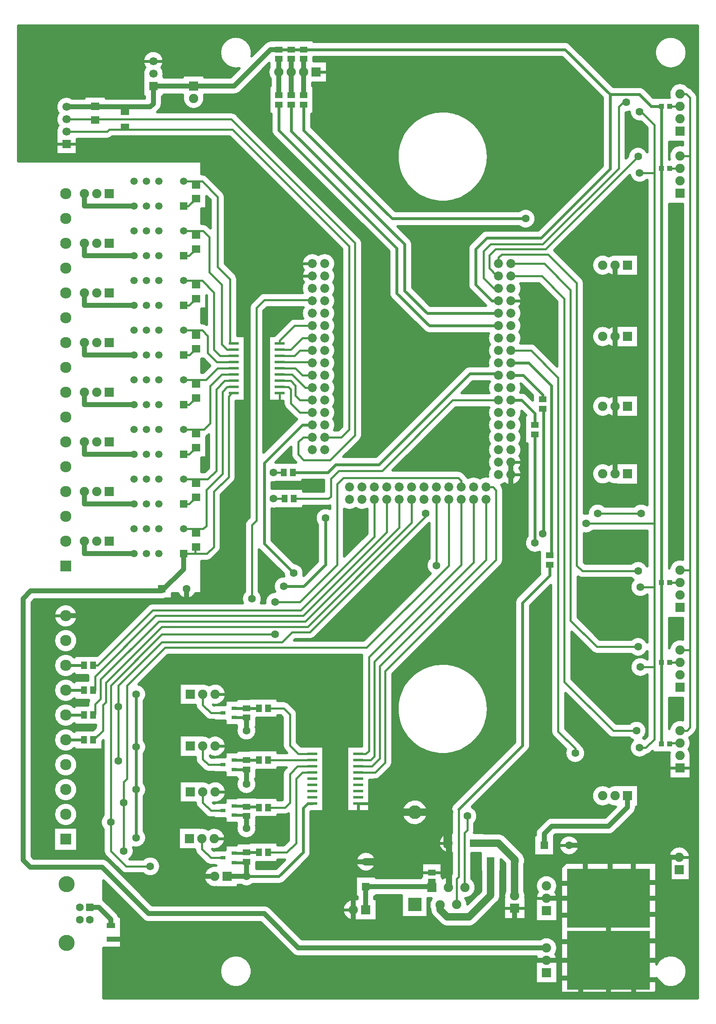
<source format=gbr>
G04 DipTrace 3.3.1.3*
G04 Bottom.gbr*
%MOIN*%
G04 #@! TF.FileFunction,Copper,L2,Bot*
G04 #@! TF.Part,Single*
G04 #@! TA.AperFunction,Conductor*
%ADD15C,0.015748*%
%ADD16C,0.03937*%
G04 #@! TA.AperFunction,CopperBalancing*
%ADD18C,0.023622*%
G04 #@! TA.AperFunction,Conductor*
%ADD20C,0.059055*%
G04 #@! TA.AperFunction,CopperBalancing*
%ADD21C,0.019685*%
%ADD22R,0.059055X0.051181*%
G04 #@! TA.AperFunction,ComponentPad*
%ADD23C,0.062992*%
%ADD24R,0.062992X0.062992*%
%ADD25R,0.051181X0.059055*%
G04 #@! TA.AperFunction,ComponentPad*
%ADD27R,0.110236X0.110236*%
%ADD28C,0.110236*%
%ADD29R,0.070866X0.062992*%
G04 #@! TA.AperFunction,ComponentPad*
%ADD31R,0.090551X0.090551*%
%ADD32C,0.090551*%
%ADD33R,0.066929X0.066929*%
%ADD34C,0.066929*%
%ADD35R,0.074803X0.074803*%
%ADD36C,0.074803*%
%ADD37C,0.062992*%
%ADD38C,0.129921*%
%ADD39R,0.059055X0.059055*%
%ADD40C,0.059055*%
%ADD42R,0.041339X0.025591*%
%ADD43R,0.043307X0.03937*%
%ADD45R,0.07X0.04*%
%ADD46R,0.070866X0.051181*%
G04 #@! TA.AperFunction,ComponentPad*
%ADD49C,0.072835*%
%ADD50R,0.669291X0.472441*%
G04 #@! TA.AperFunction,ComponentPad*
%ADD51C,0.074803*%
%ADD52R,0.07874X0.023622*%
%FSLAX26Y26*%
G04*
G70*
G90*
G75*
G01*
G04 Bottom*
%LPD*%
X1362453Y1706201D2*
D18*
Y2093701D1*
X1362451D1*
Y2437450D1*
X1362453D1*
Y2862450D1*
X1362451D1*
X5320276Y2043701D2*
D16*
Y1951526D1*
X5168701Y1799951D1*
X4712453D1*
X4649951Y1737450D1*
Y1643701D1*
X1743701Y4393701D2*
D15*
X1787451D1*
X1843701Y4449950D1*
X1743701Y4793701D2*
X1787450D1*
X1843701Y4849951D1*
X1743701Y5193701D2*
X1787451D1*
X1843701Y5249950D1*
X1743701Y5593701D2*
X1791437D1*
X1843701Y5645965D1*
X1743701Y5993701D2*
X1787451D1*
X1843701Y6049950D1*
X1743701Y6393701D2*
X1787451D1*
X1843701Y6449950D1*
X1743701Y6793701D2*
X1781201D1*
X1843701Y6856201D1*
X4668702Y818701D2*
D16*
X2668699D1*
X2393699Y1093701D1*
X1462450D1*
X1087450Y1468701D1*
X506201D1*
X449950Y1524951D1*
Y3631199D1*
X512451Y3693701D1*
X1568702D1*
X1743701Y3868699D1*
Y3993701D1*
X4662453Y824950D2*
X4668702Y818701D1*
X1743701Y3993701D2*
D15*
X1831201D1*
X1837450Y3999950D1*
Y4049950D1*
X1843701D1*
X2148622Y5287450D2*
X2131201D1*
X2106201Y5262450D1*
Y4612450D1*
X1987450Y4493699D1*
Y4049949D1*
X1931202Y3993701D1*
X1743701D1*
X1568701Y3712450D2*
D16*
X1568702D1*
Y3693701D1*
X2151702Y1506199D2*
D18*
X2243504D1*
X2249951Y1512647D1*
X2249950Y1393701D2*
D16*
Y1512647D1*
X2249951D1*
X2151702Y2674951D2*
D18*
X2249755D1*
X2249951Y2675148D1*
X2249950Y2568701D2*
D16*
Y2675148D1*
X2249951D1*
X2151702Y1887450D2*
D18*
X2243899D1*
X2249951Y1881398D1*
X2249950Y1781201D2*
D16*
Y1881398D1*
X2249951D1*
X2151702Y2256201D2*
D18*
X2249755D1*
X2249951Y2256398D1*
X2249950Y2137451D2*
D16*
Y2256398D1*
X2249951D1*
X2779873Y1981201D2*
D18*
X2743702D1*
X2706201Y1943699D1*
Y1587450D1*
X2512451Y1393701D1*
X2249950D1*
X2093701Y1393698D2*
D16*
X2249950Y1393701D1*
X799951Y7593701D2*
X1031201D1*
X1268701D1*
X1474164D1*
X1499950Y7619487D1*
Y7762449D1*
X5595521Y3118701D2*
D18*
Y3762450D1*
Y4018455D1*
X5594488Y4019488D1*
Y7098425D1*
Y7599951D1*
X5595521D1*
X5510285D1*
X5416534Y7693702D1*
X5181201D1*
Y7093701D1*
X4624951Y6537451D1*
X4187451D1*
X4098425Y6448425D1*
Y6161417D1*
X4228642Y6031201D1*
X4281201D1*
X2512451Y8056201D2*
X2612451D1*
X2712451D1*
X4818702D1*
X5181201Y7693702D1*
X5595521Y2462451D2*
Y3118701D1*
X1499950Y7762449D2*
D16*
X1824954D1*
Y7762451D1*
X2512451Y8056201D2*
X2443702D1*
X2149953Y7762451D1*
X1824954D1*
X1270276Y7553198D2*
D15*
X1268701Y7593701D1*
X1031201Y7597686D2*
Y7593701D1*
X4381201Y4731201D2*
D16*
Y4631201D1*
X1681201Y618701D2*
X1374951D1*
X1281201Y712451D1*
X5737450Y1549950D2*
X5656201D1*
Y1556201D1*
X5368701D1*
X5256201D1*
X5212794Y1599608D1*
X5168701Y1643701D1*
X5025619D1*
X4849951D1*
X3112450Y1124949D2*
Y1512451D1*
X3212450D1*
D20*
X3312451D1*
X3418701Y1618701D1*
Y1856201D1*
X3472933Y1910433D1*
X3606201D1*
X3887450D1*
D16*
Y1424950D1*
Y1305413D1*
X3877559D1*
X3112450Y1124949D2*
Y1041092D1*
X3191092Y962450D1*
X4424950D1*
Y987451D1*
X4412448Y999954D1*
Y1137451D1*
X3149951Y1981201D2*
D18*
Y1637451D1*
X3112450Y1599950D1*
Y1512451D1*
X3781201Y1843110D2*
D15*
X3856201D1*
D16*
Y1641732D1*
X3877559D1*
Y1305413D1*
X3881201Y1662451D2*
D15*
X3877559D1*
Y1641732D1*
X2518701Y5287450D2*
Y5056201D1*
X1831201Y481201D2*
D16*
X1687451Y624951D1*
X1681201Y618701D1*
X1281201Y712451D2*
Y889832D1*
Y1149951D1*
X1168701Y1262451D1*
X1162450D1*
X1124951Y1299950D1*
X1193701Y1231201D2*
X1162450Y1262451D1*
X5221038Y4637451D2*
Y5182776D1*
Y5743701D1*
Y6318701D1*
X4381201Y4631201D2*
Y4537451D1*
X4668702Y1218701D2*
X4767484D1*
X5168702D1*
X4668702Y718701D2*
X4767484D1*
X5168702D1*
Y1218701D2*
X5656201D1*
Y1343457D1*
Y1549950D1*
X5168702Y718701D2*
X5562451D1*
X5656201Y812450D1*
Y849907D1*
Y874951D1*
Y1087450D1*
Y1218701D1*
X5368701Y1556201D2*
Y1418699D1*
X5168702Y1218701D1*
X5025619Y1643701D2*
Y1513795D1*
X4981201D1*
Y1406202D1*
X5168702Y1218701D1*
X5212794Y1599608D2*
X5181201D1*
Y1231199D1*
X5168702Y1218701D1*
X5656201Y1343457D2*
X5293458D1*
X5168702Y1218701D1*
X5656201Y1087450D2*
X5299953D1*
X5168702Y1218701D1*
X5656201Y874951D2*
X5324953D1*
X5168702Y718701D1*
X5656201Y849907D2*
X5699995D1*
X5843701Y706201D1*
Y562451D1*
X5743701Y462451D1*
X5649950D1*
X5549950Y562451D1*
X5474950D1*
X5318701Y718701D1*
X5168702D1*
X4668702D2*
X4562450D1*
Y443699D1*
X1868702D1*
X1831201Y481201D1*
X5649950Y462451D2*
X5562451D1*
X5543699Y443699D1*
X5370081D1*
X5168701D1*
X4943701D1*
X4770845D1*
X4562450D1*
X5370081D2*
Y517322D1*
X5168702Y718701D1*
X5168701Y443699D2*
Y718701D1*
X5168702Y1218701D2*
D3*
X4981201Y1513795D2*
X4820046D1*
X4768701Y1462450D1*
Y1337451D1*
X5049951D1*
X5168702Y1218701D1*
Y718701D1*
X4770845Y443699D2*
Y574950D1*
X5024951D1*
X5168702Y718701D1*
X4767484D2*
Y870017D1*
Y1081016D1*
Y1218701D1*
Y870017D2*
X5017386D1*
X5168702Y718701D1*
X4767484Y1081016D2*
X5031017D1*
X5168702Y1218701D1*
X1993701Y1393698D2*
X1599948D1*
X1581201Y1374951D1*
X1349951D1*
X793701Y3493701D2*
X1324951D1*
X1443701Y3612450D1*
X1768701D1*
Y3712450D1*
X4943701Y443699D2*
Y493699D1*
X5168702Y718701D1*
X3743701Y1424950D2*
D15*
X3887450D1*
X1156201Y889832D2*
D16*
X1281201D1*
X2293701Y3631201D2*
D15*
Y4224950D1*
X2331201Y4262450D1*
Y5974951D1*
X2393699Y6037450D1*
X2781201D1*
Y6031201D1*
X1218702Y2762451D2*
Y2324951D1*
Y2762451D2*
Y2931202D1*
X1568701Y3281201D1*
X2537451D1*
X2618701Y3362450D1*
X2762450D1*
X3693701Y4293701D1*
Y4318701D1*
X5743698Y2568701D2*
X5799950D1*
X5824950Y2593701D1*
Y3218701D1*
X5743697D1*
X5824950D2*
Y3862450D1*
X5743697D1*
X5824950D2*
Y7199950D1*
X5743697D1*
X5824950D2*
Y7669982D1*
X5794980Y7699951D1*
X5743697D1*
X5787451Y7699949D2*
X5743697D1*
Y7699951D1*
X1474951Y1474951D2*
X1281201D1*
X1156201Y1599951D1*
Y1831201D1*
X3981201Y4531201D2*
Y4581201D1*
X3956201Y4606201D1*
X3031201D1*
X2981201Y4556201D1*
Y3906201D1*
X2681201Y3606201D1*
X2481201D1*
X1156201Y1831201D2*
Y2931201D1*
X1568701Y3343701D1*
X2481201D1*
X5081201Y4318701D2*
X5431201D1*
X5418701Y7556201D2*
X5431201D1*
X5537451Y7449950D1*
Y7062450D1*
X5418701D1*
X5537451D2*
Y3724950D1*
X5424950D1*
X5537451D2*
Y3081199D1*
X5424950D1*
X5537450D2*
Y2499950D1*
X5468701Y2431201D1*
X5418701D1*
X4987451Y4237450D2*
X5537450D1*
Y3081199D1*
X1262451Y1987451D2*
Y1599950D1*
Y1987451D2*
Y2156202D1*
X1287450Y2181201D1*
Y2931198D1*
X1593702Y3237450D1*
X3218701D1*
X3881201Y3899950D1*
Y4431201D1*
X2151702Y2331004D2*
D18*
X2249755D1*
X2249951Y2331201D1*
X2349950D1*
X2151702Y2749755D2*
X2249755D1*
X2249951Y2749951D1*
X2349950Y2749950D1*
X2518701Y5387450D2*
D15*
X2606202D1*
X2643701Y5349951D1*
Y5268701D1*
X2681201Y5231201D1*
X2781201D1*
X1898377Y2862450D2*
Y2776525D1*
X1962549Y2712353D1*
X2061151D1*
X4281201Y5431201D2*
D18*
Y5443701D1*
X4049951D1*
X3318701Y4712450D1*
X2968701D1*
X2906201Y4649950D1*
X2624950D1*
X4381201Y5431201D2*
X4481199D1*
X4637450Y5274950D1*
Y5237450D1*
X4281201Y5231201D2*
D15*
X3912451D1*
X3343701Y4662450D1*
X2993701D1*
X2931201Y4599950D1*
Y4456201D1*
X2912450Y4437450D1*
X2631201D1*
X5743698Y2468701D2*
X5662450D1*
Y2462451D1*
X5743697Y7099950D2*
X5661417D1*
Y7098425D1*
X4281201Y6331201D2*
Y6381201D1*
X4306201Y6406201D1*
X4681201D1*
X4912450Y6174951D1*
Y3899950D1*
X4956199Y3856201D1*
X5406201D1*
X987451Y1143701D2*
D16*
X1062450D1*
X1156201Y1049950D1*
Y999950D1*
X5743697Y3118701D2*
D15*
X5662450D1*
X2151702Y1962253D2*
D18*
X2243899D1*
X2249951Y1956201D1*
X2349950D1*
Y1949951D1*
X2151702Y1581003D2*
X2243504D1*
X2249951Y1587450D1*
X2349950D2*
X2249951D1*
X1898377Y2443701D2*
D15*
Y2339025D1*
X1943799Y2293602D1*
X2061151D1*
X2712453Y7687255D2*
D16*
Y7874946D1*
X2712451Y7874948D1*
Y7981398D1*
X799951Y7393701D2*
D15*
X1126526D1*
X1144291Y7411466D1*
X1268701D1*
X2138436D1*
X3078740Y6471161D1*
Y4996063D1*
X3013878Y4931201D1*
X2881201D1*
X1270276Y7435088D2*
X1268701Y7411466D1*
X2781201Y4931201D2*
X2706201D1*
X2668701Y4893701D1*
Y4793701D1*
X2712450Y4749951D1*
X2924951D1*
X3124950Y4949950D1*
Y6497097D1*
X2128346Y7493701D1*
X1031201D1*
X799951D1*
X1031201Y7487450D2*
Y7493701D1*
X3212450Y1124949D2*
D16*
Y1312451D1*
X3743701D1*
Y1305413D1*
D15*
Y1350147D1*
X3944488Y1167618D2*
D18*
X3937450D1*
X3944488D2*
D15*
Y1374951D1*
X3960630Y1391093D1*
Y1935630D1*
D18*
X4474950Y2449950D1*
Y3599950D1*
X4693701Y3818701D1*
Y3906396D1*
X2779873Y2231201D2*
D15*
X2699951D1*
X2649950Y2181199D1*
Y1662449D1*
X2574951Y1587450D1*
X2424753D1*
X1898377Y2074951D2*
Y1989025D1*
X1962550Y1924852D1*
X2061151D1*
X1892126Y1699950D2*
Y1614025D1*
X1962550Y1543601D1*
X2061151D1*
X2779873Y2281201D2*
X2662451D1*
X2599950Y2218699D1*
Y1987449D1*
X2562453Y1949951D1*
X2424753D1*
X2779873Y2331201D2*
X2424753D1*
X2518701Y5637450D2*
X2606201D1*
X2699951Y5731201D1*
X2781201D1*
X2518701Y5687450D2*
Y5712451D1*
X2637450Y5831201D1*
X2781201D1*
X2518701Y5587450D2*
X2637450D1*
X2681201Y5631201D1*
X2781201D1*
X2518701Y5537450D2*
X2774951D1*
X2781201Y5531201D1*
X2518701Y5487450D2*
X2643701D1*
X2699950Y5431201D1*
X2781201D1*
X2518701Y5437450D2*
X2618701D1*
X2724950Y5331201D1*
X2781201D1*
X2518701Y5337450D2*
X2587451D1*
X2606201Y5318701D1*
Y5206201D1*
X2681201Y5131201D1*
X2781201D1*
X943701Y6893701D2*
D16*
Y6793701D1*
X1343701D1*
X943701Y6493701D2*
Y6393701D1*
X1343701D1*
X943701Y6093701D2*
Y5993701D1*
X1343701D1*
X943701Y5693701D2*
Y5593701D1*
X1343701D1*
X943701Y5293701D2*
Y5193701D1*
X1343701D1*
X943701Y4893701D2*
Y4793701D1*
X1343701D1*
X943701Y4493701D2*
Y4393701D1*
X1343701D1*
X943701Y4093701D2*
Y3993701D1*
X1343701D1*
X3581201Y4431201D2*
D15*
Y4243698D1*
X2743702Y3406199D1*
X1568699D1*
X1118701Y2956201D1*
Y2799950D1*
X1093701Y2774950D1*
Y2568701D1*
X1018701Y2493701D1*
X1014567D1*
X939764Y2693701D2*
D18*
X793701D1*
X3381201Y4431201D2*
D15*
Y4168699D1*
X2706201Y3493699D1*
X1518699D1*
X1031201Y3006201D1*
Y2893701D1*
X1014567D1*
X3281201Y4431201D2*
Y4131201D1*
X2687450Y3537450D1*
X1493701D1*
X1049951Y3093701D1*
X1014567D1*
X2550147Y4649950D2*
X2468701D1*
X4637450Y5162647D2*
D18*
X4643701D1*
Y4156201D1*
X4637450D1*
X2468701Y4437450D2*
D15*
X2556398D1*
X939764Y2493701D2*
D18*
X793701D1*
X3481201Y4431201D2*
D15*
Y4206201D1*
X2724950Y3449950D1*
X1543699D1*
X1074950Y2981201D1*
Y2824950D1*
X1031201Y2781201D1*
Y2706201D1*
X1018701Y2693701D1*
X1014567D1*
X939764Y2893701D2*
D18*
X793701D1*
X939764Y3093701D2*
X793701D1*
X5743697Y3762450D2*
D15*
X5662450D1*
X5743697Y7599951D2*
X5662450D1*
X4381201Y6331201D2*
X4649950D1*
X4862450Y6118701D1*
Y3456201D1*
X5074950Y3243701D1*
X5406201D1*
X4281201Y6231201D2*
X4268701D1*
X4206201Y6293701D1*
Y6399950D1*
X4256201Y6449950D1*
X4662450D1*
X5406201Y7193701D1*
X4381201Y6231201D2*
X4631201D1*
X4812450Y6049951D1*
Y2962450D1*
X5206199Y2568701D1*
X5393701D1*
X4281201Y6131201D2*
X4243701D1*
X4161417Y6213484D1*
Y6430167D1*
X4218702Y6487451D1*
X4637451D1*
X5249950Y7099950D1*
Y7593699D1*
X5287450Y7631199D1*
X5312450D1*
X2424753Y2749950D2*
X2549950D1*
X2599950Y2699950D1*
Y2449950D1*
X2668699Y2381201D1*
X2779873D1*
X2712453Y7612451D2*
D18*
Y7406198D1*
X3424951Y6693699D1*
X4499950D1*
X4281201Y5931201D2*
X3706201D1*
X3524950Y6112451D1*
Y6487451D1*
X2612353Y7400049D1*
Y7612549D1*
X2512352D2*
Y7406299D1*
X3462450Y6456201D1*
Y6092668D1*
X3723917Y5831201D1*
X4281201D1*
X2512451Y7981398D2*
D16*
Y7874948D1*
Y7687451D1*
X2512352Y7687352D1*
X2612353D2*
Y7874849D1*
X2612451Y7874948D1*
Y7981398D1*
X4218701Y1518701D2*
D20*
Y1242913D1*
X4043701Y1067913D1*
X3868701D1*
X3810630Y1125984D1*
Y1163681D1*
X4412448Y1237451D2*
Y1518701D1*
X4415551D1*
Y1528101D1*
X4281201Y1662451D1*
X4081201D1*
X4574951Y4956398D2*
D18*
Y4081199D1*
X4574950D1*
X4381201Y5231201D2*
X4468701D1*
X4574951Y5124950D1*
Y5031201D1*
X4011417Y1305413D2*
D15*
X4007874D1*
Y1744587D1*
X4031201Y1767913D1*
Y1880512D1*
X3981201Y4431201D2*
Y3906201D1*
X3237450Y3162450D1*
Y2406199D1*
X3212451Y2381201D1*
X3149951D1*
X4081201Y4431201D2*
Y3924951D1*
X3281201Y3124951D1*
Y2362450D1*
X3249951Y2331201D1*
X3149951D1*
Y2281201D2*
X3262451D1*
X3324950Y2343699D1*
Y3087450D1*
X4181201Y3943701D1*
Y4431201D1*
Y4531201D2*
X4237450D1*
X4262450Y4506201D1*
Y3943699D1*
X3368701Y3049950D1*
Y2312450D1*
X3287451Y2231201D1*
X3149951D1*
X4381201Y5531201D2*
D18*
X4524951D1*
X4706201Y5349951D1*
Y3981199D1*
X4693701D1*
X3781201Y4431201D2*
D15*
Y3899950D1*
X2148622Y5687450D2*
X2118701D1*
Y6206201D1*
X2018701Y6306201D1*
Y6868699D1*
X1893701Y6993699D1*
X1843701D1*
Y6993701D1*
X1743701D1*
X1843701Y6966437D2*
Y6993701D1*
X2148622Y5637450D2*
X2093702D1*
X2049950Y5681202D1*
Y6162450D1*
X1949950Y6262450D1*
Y6543701D1*
X1899950Y6593701D1*
X1838302D1*
X1743701D1*
X1843701Y6560186D2*
Y6588302D1*
X1838302Y6593701D1*
X2148622Y5587450D2*
X2037453D1*
X1987451Y5637451D1*
Y6099949D1*
X1893699Y6193701D1*
X1843701D1*
X1743701D1*
X1843701Y6160186D2*
Y6193701D1*
X2148622Y5537450D2*
X2012451D1*
X1937450Y5612451D1*
Y5749951D1*
X1893701Y5793701D1*
X1843701D1*
X1743701D1*
X1843701Y5756201D2*
Y5793701D1*
X1743701Y5393701D2*
X1848076D1*
X1924951D1*
X2018701Y5487450D1*
X2148622D1*
X1843701Y5360186D2*
Y5389325D1*
X1848076Y5393701D1*
X2148622Y5437450D2*
X2049950D1*
X1956201Y5343701D1*
Y5043701D1*
X1906201Y4993701D1*
X1843701D1*
X1837451D1*
X1743701D1*
X1843701Y4960188D2*
Y4993701D1*
X2148622Y5387450D2*
X2074951D1*
X2006201Y5318699D1*
Y4662450D1*
X1937451Y4593701D1*
X1844510D1*
X1743701D1*
X1843701Y4560186D2*
X1844510Y4593701D1*
X2148622Y5337450D2*
X2093701D1*
X2056201Y5299950D1*
Y4637450D1*
X1928076Y4509325D1*
Y4219415D1*
X1902362Y4193701D1*
X1843701D1*
X1743701D1*
X1843701Y4160186D2*
Y4193701D1*
X4381201Y5631201D2*
X4543699D1*
X4762450Y5412450D1*
Y2562450D1*
X4899951Y2424949D1*
Y2387450D1*
X2781201Y5031201D2*
D18*
X2699950D1*
X2393701Y4724951D1*
Y4074950D1*
X2631201Y3837450D1*
X2549950Y3731201D2*
X2712451D1*
X2887450Y3906199D1*
Y4281201D1*
D23*
X3781201Y1843110D3*
X3693701Y4318701D3*
X4031201Y1880512D3*
D3*
X1281201Y712451D3*
X1362451Y2862450D3*
X1362453Y2437450D3*
X1362451Y2093701D3*
X2293701Y3631201D3*
X4574950Y4081199D3*
X1362453Y1706201D3*
X4637450Y4156201D3*
X2249950Y1393701D3*
X1218702Y2324951D3*
Y2762451D3*
X2249950Y1781201D3*
X1262451Y1987451D3*
Y1599950D3*
X2249950Y2137451D3*
Y2568701D3*
X5312450Y7631199D3*
X5406201Y7193701D3*
Y3856201D3*
Y3243701D3*
X5393701Y2568701D3*
X2468701Y4437450D3*
Y4649950D3*
X4499950Y6693699D3*
X1124951Y1299950D3*
X1349951Y1374951D3*
X5081201Y4318701D3*
X5431201D3*
X2481201Y3606201D3*
X5418701Y7556201D3*
Y7062450D3*
X5424950Y3724950D3*
Y3081199D3*
X5418701Y2431201D3*
X3781201Y3899950D3*
X4987451Y4237450D3*
X1681201Y618701D3*
X2631201Y3837450D3*
X2549950Y3731201D3*
X2887450Y4281201D3*
X1156201Y1831201D3*
X1474951Y1474951D3*
X1193701Y1231201D3*
X2518701Y5056201D3*
X1831201Y481201D3*
X2481201Y3343701D3*
X3268701Y6481201D3*
X4899951Y2387450D3*
X5218701Y4118701D3*
X4993701Y4424950D3*
X413404Y8230446D2*
D21*
X5885824D1*
X413404Y8210892D2*
X5885824D1*
X413404Y8191339D2*
X5885824D1*
X413404Y8171785D2*
X5885824D1*
X413404Y8152231D2*
X2118702D1*
X2212027D2*
X5622650D1*
X5715938D2*
X5885824D1*
X413404Y8132677D2*
X2083787D1*
X2246942D2*
X5587734D1*
X5750854D2*
X5885824D1*
X413404Y8113123D2*
X2063835D1*
X2266894D2*
X2401541D1*
X4844778D2*
X5567783D1*
X5770805D2*
X5885824D1*
X413404Y8093570D2*
X2050594D1*
X2280099D2*
X2380549D1*
X4870722D2*
X5554541D1*
X5784046D2*
X5885824D1*
X413404Y8074016D2*
X2041874D1*
X2288855D2*
X2360992D1*
X4890279D2*
X5545822D1*
X5792766D2*
X5885824D1*
X413404Y8054462D2*
X2036707D1*
X2293986D2*
X2341435D1*
X4909836D2*
X5540654D1*
X5797934D2*
X5885824D1*
X413404Y8034908D2*
X1456567D1*
X1543361D2*
X2034697D1*
X2296032D2*
X2321879D1*
X4929393D2*
X5538645D1*
X5799943D2*
X5885824D1*
X413404Y8015354D2*
X1433422D1*
X1566470D2*
X2035666D1*
X2295063D2*
X2302322D1*
X4948914D2*
X5539614D1*
X5798974D2*
X5885824D1*
X413404Y7995801D2*
X1421473D1*
X1578420D2*
X2039685D1*
X4968471D2*
X5543633D1*
X5794955D2*
X5885824D1*
X413404Y7976247D2*
X1415659D1*
X1584233D2*
X2047113D1*
X2793961D2*
X4809263D1*
X4988027D2*
X5551025D1*
X5787527D2*
X5885824D1*
X413404Y7956693D2*
X1414726D1*
X1585202D2*
X2058596D1*
X2901829D2*
X4828820D1*
X5007584D2*
X5562544D1*
X5776044D2*
X5885824D1*
X413404Y7937139D2*
X1418458D1*
X1581470D2*
X2075785D1*
X2901829D2*
X4848376D1*
X5027141D2*
X5579732D1*
X5758856D2*
X5885824D1*
X413404Y7917585D2*
X1427609D1*
X1572284D2*
X2103416D1*
X2405622D2*
X2430967D1*
X2901829D2*
X4867933D1*
X5046698D2*
X5607327D1*
X5731261D2*
X5885824D1*
X413404Y7898031D2*
X1422477D1*
X1577415D2*
X2185016D1*
X2386065D2*
X2426194D1*
X2901829D2*
X4887490D1*
X5066255D2*
X5885824D1*
X413404Y7878478D2*
X1416054D1*
X1583838D2*
X2165459D1*
X2366508D2*
X2423144D1*
X2901829D2*
X4907047D1*
X5085812D2*
X5885824D1*
X413404Y7858924D2*
X1414583D1*
X1585310D2*
X2145903D1*
X2346951D2*
X2424579D1*
X2901829D2*
X4926604D1*
X5105369D2*
X5885824D1*
X413404Y7839370D2*
X1414511D1*
X1585381D2*
X1735567D1*
X1914332D2*
X2126346D1*
X2327395D2*
X2430644D1*
X2901829D2*
X4946161D1*
X5124926D2*
X5885824D1*
X413404Y7819816D2*
X1414511D1*
X2307838D2*
X2440799D1*
X2901829D2*
X4965718D1*
X5144483D2*
X5885824D1*
X413404Y7800262D2*
X1414511D1*
X2288281D2*
X2440799D1*
X2901829D2*
X4985275D1*
X5164039D2*
X5885824D1*
X413404Y7780709D2*
X1414511D1*
X2268724D2*
X2440799D1*
X2784093D2*
X5004796D1*
X5183560D2*
X5708305D1*
X5779094D2*
X5885824D1*
X413404Y7761155D2*
X1414511D1*
X2249167D2*
X2430859D1*
X2793961D2*
X5024353D1*
X5203117D2*
X5679347D1*
X5808053D2*
X5885824D1*
X413404Y7741601D2*
X1414511D1*
X2229610D2*
X2430859D1*
X2793961D2*
X5043909D1*
X5457572D2*
X5664885D1*
X5837119D2*
X5885824D1*
X413404Y7722047D2*
X1414511D1*
X2210053D2*
X2430859D1*
X2793961D2*
X5063466D1*
X5477560D2*
X5657170D1*
X5856712D2*
X5885824D1*
X413404Y7702493D2*
X1414511D1*
X2187446D2*
X2430859D1*
X2793961D2*
X5083023D1*
X5497116D2*
X5654371D1*
X5874798D2*
X5885824D1*
X413404Y7682940D2*
X1414511D1*
X1585381D2*
X1735567D1*
X1914332D2*
X2430859D1*
X2793961D2*
X5102580D1*
X5516673D2*
X5655986D1*
X413404Y7663386D2*
X752053D1*
X1571602D2*
X1735603D1*
X1914332D2*
X2430859D1*
X2793961D2*
X5117436D1*
X413404Y7643832D2*
X731240D1*
X1571602D2*
X1737576D1*
X1912322D2*
X2430859D1*
X2793961D2*
X5117436D1*
X413404Y7624278D2*
X720331D1*
X1571602D2*
X1744358D1*
X1905540D2*
X2430859D1*
X2793961D2*
X5117436D1*
X413404Y7604724D2*
X715236D1*
X1570023D2*
X1757349D1*
X1892550D2*
X2430859D1*
X2793961D2*
X5117436D1*
X413404Y7585171D2*
X714949D1*
X1562559D2*
X1782145D1*
X1867754D2*
X2430859D1*
X2793961D2*
X5117436D1*
X413404Y7565617D2*
X719398D1*
X1546590D2*
X2430859D1*
X2793961D2*
X5117436D1*
X413404Y7546063D2*
X729446D1*
X2154971D2*
X2430859D1*
X2793961D2*
X3734173D1*
X3928224D2*
X5117436D1*
X5309801D2*
X5335863D1*
X413404Y7526509D2*
X721229D1*
X2179336D2*
X2448586D1*
X2776234D2*
X3679449D1*
X3982947D2*
X5117436D1*
X5309801D2*
X5340851D1*
X413404Y7506955D2*
X715595D1*
X2198893D2*
X2448586D1*
X2776234D2*
X3641986D1*
X4020446D2*
X5117436D1*
X5309801D2*
X5351796D1*
X413404Y7487402D2*
X714769D1*
X2218450D2*
X2448586D1*
X2776234D2*
X3612597D1*
X4049800D2*
X5117436D1*
X5309801D2*
X5373039D1*
X413404Y7467848D2*
X718609D1*
X2238007D2*
X2448586D1*
X2776234D2*
X3588303D1*
X4074093D2*
X5117436D1*
X5309801D2*
X5435729D1*
X413404Y7448294D2*
X727939D1*
X2257564D2*
X2448586D1*
X2776234D2*
X3567742D1*
X4094655D2*
X5117436D1*
X5309801D2*
X5455286D1*
X413404Y7428740D2*
X722233D1*
X2277121D2*
X2448586D1*
X2779284D2*
X3550015D1*
X4112382D2*
X5117436D1*
X5309801D2*
X5474843D1*
X413404Y7409186D2*
X715954D1*
X2296678D2*
X2448586D1*
X2798841D2*
X3534692D1*
X4127740D2*
X5117436D1*
X5309801D2*
X5477606D1*
X413404Y7389633D2*
X714626D1*
X2316235D2*
X2450846D1*
X2818398D2*
X3521308D1*
X4141089D2*
X5117436D1*
X5309801D2*
X5477606D1*
X413404Y7370079D2*
X714518D1*
X2335791D2*
X2460284D1*
X2837955D2*
X3509717D1*
X4152680D2*
X5117436D1*
X5309801D2*
X5477606D1*
X413404Y7350525D2*
X714518D1*
X1167043D2*
X2115545D1*
X2355348D2*
X2478728D1*
X2857512D2*
X3499669D1*
X4162727D2*
X5117436D1*
X5309801D2*
X5477606D1*
X413404Y7330971D2*
X714518D1*
X885388D2*
X2135101D1*
X2374905D2*
X2498285D1*
X2877068D2*
X3491057D1*
X4171339D2*
X5117436D1*
X5309801D2*
X5477606D1*
X413404Y7311417D2*
X714518D1*
X885388D2*
X2154658D1*
X2394462D2*
X2517842D1*
X2896625D2*
X3483773D1*
X4178624D2*
X5117436D1*
X5309801D2*
X5477606D1*
X5658272D2*
X5765110D1*
X413404Y7291864D2*
X714518D1*
X885388D2*
X2174215D1*
X2413983D2*
X2537399D1*
X2916182D2*
X3477708D1*
X4184688D2*
X5117436D1*
X5309801D2*
X5477606D1*
X5658272D2*
X5765110D1*
X413404Y7272310D2*
X714518D1*
X885388D2*
X2193772D1*
X2433540D2*
X2556956D1*
X2935739D2*
X3472828D1*
X4189568D2*
X5117436D1*
X5309801D2*
X5382728D1*
X5429654D2*
X5477606D1*
X5658272D2*
X5692696D1*
X413404Y7252756D2*
X714518D1*
X885388D2*
X2213329D1*
X2453097D2*
X2576513D1*
X2955260D2*
X3469096D1*
X4193336D2*
X5117436D1*
X5309801D2*
X5348064D1*
X5464318D2*
X5477606D1*
X5658272D2*
X5672098D1*
X413404Y7233202D2*
X714518D1*
X885388D2*
X2232886D1*
X2472654D2*
X2596070D1*
X2974817D2*
X3466405D1*
X4195992D2*
X5117436D1*
X5309801D2*
X5332957D1*
X413404Y7213648D2*
X714518D1*
X885388D2*
X2252443D1*
X2492211D2*
X2615627D1*
X2994374D2*
X3464826D1*
X4197571D2*
X5117436D1*
X5309801D2*
X5325206D1*
X413404Y7194094D2*
X2272000D1*
X2511767D2*
X2635183D1*
X3013931D2*
X3464288D1*
X4198145D2*
X5117436D1*
X5309801D2*
X5322754D1*
X413404Y7174541D2*
X2291556D1*
X2531324D2*
X2654740D1*
X3033488D2*
X3464790D1*
X4197642D2*
X5117436D1*
X1883722Y7154987D2*
X2311113D1*
X2550881D2*
X2674297D1*
X3053045D2*
X3466333D1*
X4196064D2*
X5117436D1*
X1890361Y7135433D2*
X2330670D1*
X2570438D2*
X2693818D1*
X3072601D2*
X3468952D1*
X4193444D2*
X5117436D1*
X1890361Y7115879D2*
X2350191D1*
X2589995D2*
X2713375D1*
X3092158D2*
X3472649D1*
X4189748D2*
X5113991D1*
X1890361Y7096325D2*
X2369748D1*
X2609552D2*
X2732932D1*
X3111715D2*
X3477493D1*
X4184904D2*
X5094434D1*
X1890361Y7076772D2*
X2389305D1*
X2629073D2*
X2752489D1*
X3131272D2*
X3483521D1*
X4178875D2*
X5074877D1*
X1890361Y7057218D2*
X2408862D1*
X2648630D2*
X2772046D1*
X3150829D2*
X3490770D1*
X4171662D2*
X5055321D1*
X1933314Y7037664D2*
X2428419D1*
X2668187D2*
X2791603D1*
X3170386D2*
X3499311D1*
X4163086D2*
X5035764D1*
X1953122Y7018110D2*
X2447976D1*
X2687743D2*
X2811159D1*
X3189907D2*
X3509286D1*
X4153110D2*
X5016243D1*
X5314430D2*
X5348351D1*
X1972643Y6998556D2*
X2467533D1*
X2707300D2*
X2830716D1*
X3209464D2*
X3520841D1*
X4141591D2*
X4996686D1*
X5294873D2*
X5366149D1*
X5471244D2*
X5477596D1*
X1992200Y6979003D2*
X2487089D1*
X2726857D2*
X2850273D1*
X3229021D2*
X3534118D1*
X4128314D2*
X4977129D1*
X5275316D2*
X5477606D1*
X2011757Y6959449D2*
X2506646D1*
X2746414D2*
X2869830D1*
X3248577D2*
X3549369D1*
X4113027D2*
X4957572D1*
X5255759D2*
X5477606D1*
X2031314Y6939895D2*
X2526203D1*
X2765971D2*
X2889387D1*
X3268134D2*
X3566988D1*
X4095444D2*
X4938015D1*
X5236203D2*
X5477606D1*
X2050871Y6920341D2*
X2545760D1*
X2785528D2*
X2908944D1*
X3287691D2*
X3587442D1*
X4074990D2*
X4918458D1*
X5216646D2*
X5477606D1*
X2068849Y6900787D2*
X2565317D1*
X2805085D2*
X2928465D1*
X3307248D2*
X3611520D1*
X4050876D2*
X4898901D1*
X5197089D2*
X5477606D1*
X2077174Y6881234D2*
X2584838D1*
X2824642D2*
X2948022D1*
X3326805D2*
X3640658D1*
X4021738D2*
X4879345D1*
X5177532D2*
X5477606D1*
X1931090Y6861680D2*
X1941934D1*
X2078538D2*
X2604395D1*
X2844199D2*
X2967579D1*
X3346362D2*
X3677727D1*
X3984706D2*
X4859788D1*
X5158011D2*
X5477606D1*
X1931090Y6842126D2*
X1958874D1*
X2078538D2*
X2623952D1*
X2863720D2*
X2987136D1*
X3365919D2*
X3731302D1*
X3931095D2*
X4840231D1*
X5138454D2*
X5477606D1*
X1931090Y6822572D2*
X1958874D1*
X2078538D2*
X2643509D1*
X2883276D2*
X3006692D1*
X3385476D2*
X4820674D1*
X5118897D2*
X5477606D1*
X1931090Y6803018D2*
X1958874D1*
X2078538D2*
X2663065D1*
X2902833D2*
X3026249D1*
X3405033D2*
X4801153D1*
X5099340D2*
X5477606D1*
X5658272D2*
X5765110D1*
X1931090Y6783465D2*
X1958874D1*
X2078538D2*
X2682622D1*
X2922390D2*
X3045806D1*
X3424553D2*
X4781596D1*
X5079783D2*
X5477606D1*
X5658272D2*
X5765110D1*
X1890361Y6763911D2*
X1958874D1*
X2078538D2*
X2702179D1*
X2941947D2*
X3065363D1*
X3444110D2*
X4456593D1*
X4543279D2*
X4762039D1*
X5060226D2*
X5477606D1*
X5658272D2*
X5765110D1*
X1890361Y6744357D2*
X1958874D1*
X2078538D2*
X2721736D1*
X2961504D2*
X3084920D1*
X4565742D2*
X4742482D1*
X5040670D2*
X5477606D1*
X5658272D2*
X5765110D1*
X1890361Y6724803D2*
X1958874D1*
X2078538D2*
X2741293D1*
X2981061D2*
X3104477D1*
X4577261D2*
X4722925D1*
X5021113D2*
X5477606D1*
X5658272D2*
X5765110D1*
X1890361Y6705249D2*
X1958874D1*
X2078538D2*
X2760850D1*
X3000618D2*
X3124034D1*
X4582608D2*
X4703368D1*
X5001556D2*
X5477606D1*
X5658272D2*
X5765110D1*
X1890361Y6685696D2*
X1958874D1*
X2078538D2*
X2780407D1*
X3020175D2*
X3143591D1*
X4583039D2*
X4683812D1*
X4981999D2*
X5477606D1*
X5658272D2*
X5765110D1*
X1890361Y6666142D2*
X1958874D1*
X2078538D2*
X2799928D1*
X3039731D2*
X3163112D1*
X4578625D2*
X4664255D1*
X4962442D2*
X5477606D1*
X5658272D2*
X5765110D1*
X1925420Y6646588D2*
X1958874D1*
X2078538D2*
X2819485D1*
X3059288D2*
X3182668D1*
X4568434D2*
X4644698D1*
X4942885D2*
X5477606D1*
X5658272D2*
X5765110D1*
X1950431Y6627034D2*
X1958835D1*
X2078538D2*
X2839041D1*
X3078845D2*
X3202225D1*
X3474755D2*
X4451103D1*
X4548805D2*
X4625141D1*
X4923364D2*
X5477606D1*
X5658272D2*
X5765110D1*
X2078538Y6607480D2*
X2858598D1*
X3098366D2*
X3221782D1*
X3494312D2*
X4605584D1*
X4903807D2*
X5477606D1*
X5658272D2*
X5765110D1*
X2078538Y6587927D2*
X2878155D1*
X3117923D2*
X3241339D1*
X3513869D2*
X4149819D1*
X4884250D2*
X5477606D1*
X5658272D2*
X5765110D1*
X2078538Y6568373D2*
X2897712D1*
X3137480D2*
X3260896D1*
X3533426D2*
X4129006D1*
X4864694D2*
X5477606D1*
X5658272D2*
X5765110D1*
X2078538Y6548819D2*
X2917269D1*
X3157037D2*
X3280453D1*
X3552983D2*
X4109449D1*
X4845137D2*
X5477606D1*
X5658272D2*
X5765110D1*
X2078538Y6529265D2*
X2936826D1*
X3175015D2*
X3300010D1*
X3572432D2*
X4089892D1*
X4825580D2*
X5477606D1*
X5658272D2*
X5765110D1*
X2078538Y6509711D2*
X2956383D1*
X3183412D2*
X3319567D1*
X3584597D2*
X4070336D1*
X4806023D2*
X5477606D1*
X5658272D2*
X5765110D1*
X2078538Y6490157D2*
X2975940D1*
X3184775D2*
X3339124D1*
X3588688D2*
X4050850D1*
X4786466D2*
X5477606D1*
X5658272D2*
X5765110D1*
X2078538Y6470604D2*
X2995497D1*
X3184775D2*
X3358680D1*
X3588724D2*
X4038757D1*
X4766909D2*
X5477606D1*
X5658272D2*
X5765110D1*
X2078538Y6451050D2*
X3015053D1*
X3184775D2*
X3378201D1*
X3588724D2*
X4034703D1*
X4747352D2*
X5477606D1*
X5658272D2*
X5765110D1*
X2078538Y6431496D2*
X3018893D1*
X3184775D2*
X3397758D1*
X3588724D2*
X4034631D1*
X4739709D2*
X5477606D1*
X5658272D2*
X5765110D1*
X2078538Y6411942D2*
X2748434D1*
X2813984D2*
X2848443D1*
X2913957D2*
X3018893D1*
X3184775D2*
X3398655D1*
X3588724D2*
X4034631D1*
X4759266D2*
X5477606D1*
X5658272D2*
X5765110D1*
X2078538Y6392388D2*
X2718219D1*
X2944208D2*
X3018893D1*
X3184775D2*
X3398655D1*
X3588724D2*
X4034631D1*
X4778823D2*
X5072079D1*
X5410420D2*
X5477606D1*
X5658272D2*
X5765110D1*
X2078538Y6372835D2*
X2703507D1*
X2958884D2*
X3018893D1*
X3184775D2*
X3398655D1*
X3588724D2*
X4034631D1*
X4798380D2*
X5050440D1*
X5410420D2*
X5477606D1*
X5658272D2*
X5765110D1*
X2078538Y6353281D2*
X2695684D1*
X2966707D2*
X3018893D1*
X3184775D2*
X3398655D1*
X3588724D2*
X4034631D1*
X4817936D2*
X5038814D1*
X5410420D2*
X5477606D1*
X5658272D2*
X5765110D1*
X2078538Y6333727D2*
X2692849D1*
X2969542D2*
X3018893D1*
X3184775D2*
X3398655D1*
X3588724D2*
X4034631D1*
X4837493D2*
X5032965D1*
X5410420D2*
X5477606D1*
X5658272D2*
X5765110D1*
X2094542Y6314173D2*
X2694500D1*
X2967891D2*
X3018893D1*
X3184775D2*
X3398655D1*
X3588724D2*
X4034631D1*
X4857050D2*
X5031781D1*
X5410420D2*
X5477606D1*
X5658272D2*
X5765110D1*
X2114099Y6294619D2*
X2700923D1*
X2961468D2*
X3018893D1*
X3184775D2*
X3398655D1*
X3588724D2*
X4034631D1*
X4876607D2*
X5035046D1*
X5410420D2*
X5477606D1*
X5658272D2*
X5765110D1*
X2133656Y6275066D2*
X2704763D1*
X2957628D2*
X3018893D1*
X3184775D2*
X3398655D1*
X3588724D2*
X4034631D1*
X4896164D2*
X5043335D1*
X5410420D2*
X5477606D1*
X5658272D2*
X5765110D1*
X2153213Y6255512D2*
X2696294D1*
X2966097D2*
X3018893D1*
X3184775D2*
X3398655D1*
X3588724D2*
X4034631D1*
X4915721D2*
X5058694D1*
X5410420D2*
X5477606D1*
X5658272D2*
X5765110D1*
X2170294Y6235958D2*
X2692957D1*
X2969470D2*
X3018893D1*
X3184775D2*
X3398655D1*
X3588724D2*
X4034631D1*
X4935242D2*
X5090918D1*
X5151157D2*
X5190927D1*
X5410420D2*
X5477606D1*
X5658272D2*
X5765110D1*
X2177650Y6216404D2*
X2694105D1*
X2968322D2*
X3018893D1*
X3184775D2*
X3398655D1*
X3588724D2*
X4034631D1*
X4954799D2*
X5477606D1*
X5658272D2*
X5765110D1*
X2178547Y6196850D2*
X2699918D1*
X2962473D2*
X3018893D1*
X3184775D2*
X3398655D1*
X3588724D2*
X4034631D1*
X4968004D2*
X5477606D1*
X5658272D2*
X5765110D1*
X2178547Y6177297D2*
X2706126D1*
X2956265D2*
X3018893D1*
X3184775D2*
X3398655D1*
X3588724D2*
X4034631D1*
X4972238D2*
X5477606D1*
X5658272D2*
X5765110D1*
X2178547Y6157743D2*
X2696976D1*
X2965415D2*
X3018893D1*
X3184775D2*
X3398655D1*
X3588724D2*
X4034738D1*
X4465410D2*
X4620835D1*
X4972310D2*
X5477606D1*
X5658272D2*
X5765110D1*
X2178547Y6138189D2*
X2693100D1*
X2969291D2*
X3018893D1*
X3184775D2*
X3398655D1*
X3588724D2*
X4039188D1*
X4469286D2*
X4640392D1*
X4972310D2*
X5477606D1*
X5658272D2*
X5765110D1*
X2178547Y6118635D2*
X2693746D1*
X2968681D2*
X3018893D1*
X3184775D2*
X3398655D1*
X3608137D2*
X4051855D1*
X4468676D2*
X4659949D1*
X4972310D2*
X5477606D1*
X5658272D2*
X5765110D1*
X2178547Y6099081D2*
X2699021D1*
X2963406D2*
X3018893D1*
X3184775D2*
X3398655D1*
X3627694D2*
X4071376D1*
X4463401D2*
X4679506D1*
X4972310D2*
X5477606D1*
X5658272D2*
X5765110D1*
X2178547Y6079528D2*
X2351985D1*
X2954794D2*
X3018893D1*
X3184775D2*
X3400091D1*
X3647251D2*
X4090933D1*
X4454824D2*
X4699062D1*
X4972310D2*
X5477606D1*
X5658272D2*
X5765110D1*
X2178547Y6059974D2*
X2332393D1*
X2964662D2*
X3018893D1*
X3184775D2*
X3408021D1*
X3666808D2*
X4110490D1*
X4464657D2*
X4718619D1*
X4972310D2*
X5477606D1*
X5658272D2*
X5765110D1*
X2178547Y6040420D2*
X2312872D1*
X2969076D2*
X3018893D1*
X3184775D2*
X3425317D1*
X3686365D2*
X4130047D1*
X4469106D2*
X4738176D1*
X4972310D2*
X5477606D1*
X5658272D2*
X5765110D1*
X2178547Y6020866D2*
X2293315D1*
X2968968D2*
X3018893D1*
X3184775D2*
X3444874D1*
X3705921D2*
X4149604D1*
X4468963D2*
X4752602D1*
X4972310D2*
X5477606D1*
X5658272D2*
X5765110D1*
X2178547Y6001312D2*
X2277705D1*
X2964267D2*
X3018893D1*
X3184775D2*
X3464431D1*
X3725478D2*
X4169161D1*
X4464262D2*
X4752602D1*
X4972310D2*
X5477606D1*
X5658272D2*
X5765110D1*
X2178547Y5981759D2*
X2271748D1*
X2954040D2*
X3018893D1*
X3184775D2*
X3483988D1*
X4454035D2*
X4752602D1*
X4972310D2*
X5477606D1*
X5658272D2*
X5765110D1*
X1890361Y5962205D2*
X1927619D1*
X2178547D2*
X2271354D1*
X2402285D2*
X2698555D1*
X2963836D2*
X3018893D1*
X3184775D2*
X3503545D1*
X4463831D2*
X4752602D1*
X4972310D2*
X5477606D1*
X5658272D2*
X5765110D1*
X1890361Y5942651D2*
X1927619D1*
X2178547D2*
X2271354D1*
X2391053D2*
X2693567D1*
X2968824D2*
X3018893D1*
X3184775D2*
X3523102D1*
X4468819D2*
X4752602D1*
X4972310D2*
X5477606D1*
X5658272D2*
X5765110D1*
X1890361Y5923097D2*
X1927619D1*
X2178547D2*
X2271354D1*
X2391053D2*
X2693208D1*
X2969219D2*
X3018893D1*
X3184775D2*
X3542623D1*
X4469214D2*
X4752602D1*
X4972310D2*
X5477606D1*
X5658272D2*
X5765110D1*
X1890361Y5903543D2*
X1927619D1*
X2178547D2*
X2271354D1*
X2391053D2*
X2697371D1*
X2965056D2*
X3018893D1*
X3184775D2*
X3562180D1*
X4465051D2*
X4752602D1*
X4972310D2*
X5477606D1*
X5658272D2*
X5765110D1*
X1890361Y5883990D2*
X1927619D1*
X2178547D2*
X2271354D1*
X2391053D2*
X2611751D1*
X2955547D2*
X3018893D1*
X3184775D2*
X3581736D1*
X4455542D2*
X4752602D1*
X4972310D2*
X5477606D1*
X5658272D2*
X5765110D1*
X1890361Y5864436D2*
X1927619D1*
X2178547D2*
X2271354D1*
X2391053D2*
X2586883D1*
X2962939D2*
X3018893D1*
X3184775D2*
X3601293D1*
X4462934D2*
X4752602D1*
X4972310D2*
X5477606D1*
X5658272D2*
X5765110D1*
X2178547Y5844882D2*
X2271354D1*
X2391053D2*
X2567326D1*
X2968501D2*
X3018893D1*
X3184775D2*
X3620850D1*
X4468496D2*
X4752602D1*
X4972310D2*
X5477606D1*
X5658272D2*
X5765110D1*
X2178547Y5825328D2*
X2271354D1*
X2391053D2*
X2547770D1*
X2969398D2*
X3018893D1*
X3184775D2*
X3640407D1*
X4469393D2*
X4752602D1*
X4972310D2*
X5087832D1*
X5154243D2*
X5187841D1*
X5410420D2*
X5477606D1*
X5658272D2*
X5765110D1*
X2178547Y5805774D2*
X2271354D1*
X2391053D2*
X2528213D1*
X2965774D2*
X3018893D1*
X3184775D2*
X3659964D1*
X4465769D2*
X4752602D1*
X4972310D2*
X5057545D1*
X5410420D2*
X5477606D1*
X5658272D2*
X5765110D1*
X2178547Y5786220D2*
X2271354D1*
X2391053D2*
X2508656D1*
X2956947D2*
X3018893D1*
X3184775D2*
X3679557D1*
X4456942D2*
X4752602D1*
X4972310D2*
X5042725D1*
X5410420D2*
X5477606D1*
X5658272D2*
X5765110D1*
X2178547Y5766667D2*
X2271354D1*
X2391053D2*
X2489099D1*
X2961970D2*
X3018893D1*
X3184775D2*
X4200416D1*
X4461965D2*
X4752602D1*
X4972310D2*
X5034723D1*
X5410420D2*
X5477606D1*
X5658272D2*
X5765110D1*
X2239945Y5747113D2*
X2271354D1*
X2391053D2*
X2427378D1*
X2968107D2*
X3018893D1*
X3184775D2*
X4194280D1*
X4468102D2*
X4752602D1*
X4972310D2*
X5031745D1*
X5410420D2*
X5477606D1*
X5658272D2*
X5765110D1*
X2239945Y5727559D2*
X2271354D1*
X2391053D2*
X2427378D1*
X2969506D2*
X3018893D1*
X3184775D2*
X4192880D1*
X4469501D2*
X4752602D1*
X4972310D2*
X5033180D1*
X5410420D2*
X5477606D1*
X5658272D2*
X5765110D1*
X2239945Y5708005D2*
X2271354D1*
X2391053D2*
X2427378D1*
X2966420D2*
X3018893D1*
X3184775D2*
X4196002D1*
X4466415D2*
X4752602D1*
X4972310D2*
X5039280D1*
X5410420D2*
X5477606D1*
X5658272D2*
X5765110D1*
X2239945Y5688451D2*
X2271354D1*
X2391053D2*
X2427378D1*
X2958274D2*
X3018893D1*
X3184775D2*
X4204112D1*
X4554152D2*
X4752602D1*
X4972310D2*
X5051337D1*
X5410420D2*
X5477606D1*
X5658272D2*
X5765110D1*
X2239945Y5668898D2*
X2271354D1*
X2391053D2*
X2427378D1*
X2960930D2*
X3018893D1*
X3184775D2*
X4201456D1*
X4589821D2*
X4752602D1*
X4972310D2*
X5073873D1*
X5410420D2*
X5477606D1*
X5658272D2*
X5765110D1*
X2239945Y5649344D2*
X2271354D1*
X2391053D2*
X2427378D1*
X2967676D2*
X3018893D1*
X3184775D2*
X4194746D1*
X4609378D2*
X4752602D1*
X4972310D2*
X5477606D1*
X5658272D2*
X5765110D1*
X2239945Y5629790D2*
X2271354D1*
X2391053D2*
X2427378D1*
X2969578D2*
X3018893D1*
X3184775D2*
X4192844D1*
X4628934D2*
X4752602D1*
X4972310D2*
X5477606D1*
X5658272D2*
X5765110D1*
X2239945Y5610236D2*
X2271354D1*
X2391053D2*
X2427378D1*
X2966994D2*
X3018893D1*
X3184775D2*
X4195392D1*
X4648491D2*
X4752602D1*
X4972310D2*
X5477606D1*
X5658272D2*
X5765110D1*
X2239945Y5590682D2*
X2271354D1*
X2391053D2*
X2427378D1*
X2959494D2*
X3018893D1*
X3184775D2*
X4202892D1*
X4668048D2*
X4752602D1*
X4972310D2*
X5477606D1*
X5658272D2*
X5765110D1*
X2239945Y5571129D2*
X2271354D1*
X2391053D2*
X2427378D1*
X2959817D2*
X3018893D1*
X3184775D2*
X4202605D1*
X4687569D2*
X4752602D1*
X4972310D2*
X5477606D1*
X5658272D2*
X5765110D1*
X1890361Y5551575D2*
X1914521D1*
X2239945D2*
X2271354D1*
X2391053D2*
X2427378D1*
X2967138D2*
X3018893D1*
X3184775D2*
X4195248D1*
X4707126D2*
X4752602D1*
X4972310D2*
X5477606D1*
X5658272D2*
X5765110D1*
X1890361Y5532021D2*
X1934078D1*
X2239945D2*
X2271354D1*
X2391053D2*
X2427378D1*
X2969578D2*
X3018893D1*
X3184775D2*
X4192808D1*
X4726683D2*
X4752602D1*
X4972310D2*
X5477606D1*
X5658272D2*
X5765110D1*
X1890361Y5512467D2*
X1953635D1*
X2239945D2*
X2271354D1*
X2391053D2*
X2427378D1*
X2967533D2*
X3018893D1*
X3184775D2*
X4194854D1*
X4746240D2*
X4752601D1*
X4972310D2*
X5477606D1*
X5658272D2*
X5765110D1*
X1890361Y5492913D2*
X1940358D1*
X2239945D2*
X2271354D1*
X2391053D2*
X2427378D1*
X2960643D2*
X3018893D1*
X3184775D2*
X4010588D1*
X4972310D2*
X5477606D1*
X5658272D2*
X5765110D1*
X1890361Y5473360D2*
X1920801D1*
X2239945D2*
X2271354D1*
X2391053D2*
X2427378D1*
X2958597D2*
X3018893D1*
X3184775D2*
X3990242D1*
X4972310D2*
X5477606D1*
X5658272D2*
X5765110D1*
X1890361Y5453806D2*
X1901244D1*
X2239945D2*
X2271354D1*
X2391053D2*
X2427378D1*
X2966564D2*
X3018893D1*
X3184775D2*
X3970685D1*
X4972310D2*
X5477606D1*
X5658272D2*
X5765110D1*
X2239945Y5434252D2*
X2271354D1*
X2391053D2*
X2427378D1*
X2969542D2*
X3018893D1*
X3184775D2*
X3951128D1*
X4972310D2*
X5477606D1*
X5658272D2*
X5765110D1*
X2239945Y5414698D2*
X2271354D1*
X2391053D2*
X2427378D1*
X2967999D2*
X3018893D1*
X3184775D2*
X3931571D1*
X4972310D2*
X5477606D1*
X5658272D2*
X5765110D1*
X2239945Y5395144D2*
X2271354D1*
X2391053D2*
X2427378D1*
X2961719D2*
X3018893D1*
X3184775D2*
X3912015D1*
X4972310D2*
X5477606D1*
X5658272D2*
X5765110D1*
X2239945Y5375591D2*
X2271354D1*
X2391053D2*
X2427378D1*
X2957306D2*
X3018893D1*
X3184775D2*
X3892458D1*
X4071222D2*
X4205081D1*
X4972310D2*
X5477606D1*
X5658272D2*
X5765110D1*
X2239945Y5356037D2*
X2271354D1*
X2391053D2*
X2427378D1*
X2965954D2*
X3018893D1*
X3184775D2*
X3872901D1*
X4051666D2*
X4196468D1*
X4972310D2*
X5477606D1*
X5658272D2*
X5765110D1*
X2239945Y5336483D2*
X2271354D1*
X2391053D2*
X2427378D1*
X2969434D2*
X3018893D1*
X3184775D2*
X3853344D1*
X4032109D2*
X4192988D1*
X4469429D2*
X4486520D1*
X4972310D2*
X5477606D1*
X5658272D2*
X5765110D1*
X2239945Y5316929D2*
X2271354D1*
X2391053D2*
X2427378D1*
X2968394D2*
X3018893D1*
X3184775D2*
X3833787D1*
X4012552D2*
X4193992D1*
X4468389D2*
X4506077D1*
X4972310D2*
X5477606D1*
X5658272D2*
X5765110D1*
X2239945Y5297375D2*
X2271354D1*
X2391053D2*
X2427378D1*
X2962688D2*
X3018893D1*
X3184775D2*
X3814230D1*
X3992995D2*
X4199698D1*
X4462683D2*
X4525634D1*
X4972310D2*
X5477606D1*
X5658272D2*
X5765110D1*
X2239945Y5277822D2*
X2271354D1*
X2391053D2*
X2427378D1*
X2955942D2*
X3018893D1*
X3184775D2*
X3794673D1*
X4511270D2*
X4545191D1*
X4972310D2*
X5477606D1*
X5658272D2*
X5765110D1*
X2239945Y5258268D2*
X2271354D1*
X2391053D2*
X2427378D1*
X2965236D2*
X3018893D1*
X3184775D2*
X3775152D1*
X4531007D2*
X4555956D1*
X4972310D2*
X5075021D1*
X5167054D2*
X5174998D1*
X5410420D2*
X5477606D1*
X5658272D2*
X5765110D1*
X2239945Y5238714D2*
X2271354D1*
X2391053D2*
X2427378D1*
X2969255D2*
X3018893D1*
X3184775D2*
X3755595D1*
X4972310D2*
X5051912D1*
X5410420D2*
X5477606D1*
X5658272D2*
X5765110D1*
X2166059Y5219160D2*
X2271354D1*
X2391053D2*
X2546370D1*
X2968753D2*
X3018893D1*
X3184775D2*
X3736038D1*
X4972310D2*
X5039603D1*
X5410420D2*
X5477606D1*
X5658272D2*
X5765110D1*
X2166059Y5199606D2*
X2271354D1*
X2391053D2*
X2546729D1*
X2963621D2*
X3018893D1*
X3184775D2*
X3716482D1*
X4972310D2*
X5033288D1*
X5410420D2*
X5477606D1*
X5658272D2*
X5765110D1*
X2166059Y5180052D2*
X2271354D1*
X2391053D2*
X2552614D1*
X2954471D2*
X3018893D1*
X3184775D2*
X3696925D1*
X4972310D2*
X5031709D1*
X5410420D2*
X5477606D1*
X5658272D2*
X5765110D1*
X2166059Y5160499D2*
X2271354D1*
X2391053D2*
X2568080D1*
X2964482D2*
X3018893D1*
X3184775D2*
X3677368D1*
X3925569D2*
X4197940D1*
X4972310D2*
X5034544D1*
X5410420D2*
X5477606D1*
X5658272D2*
X5765110D1*
X2166059Y5140945D2*
X2271354D1*
X2391053D2*
X2587637D1*
X2969040D2*
X3018893D1*
X3184775D2*
X3657811D1*
X3906012D2*
X4193382D1*
X4972310D2*
X5042331D1*
X5410420D2*
X5477606D1*
X5658272D2*
X5765110D1*
X2166059Y5121391D2*
X2271354D1*
X2391053D2*
X2607194D1*
X2969040D2*
X3018893D1*
X3184775D2*
X3638254D1*
X3886455D2*
X4193382D1*
X4469035D2*
X4489140D1*
X4972310D2*
X5056864D1*
X5410420D2*
X5477606D1*
X5658272D2*
X5765110D1*
X2166059Y5101837D2*
X2271354D1*
X2391053D2*
X2626751D1*
X2964446D2*
X3018893D1*
X3184775D2*
X3618697D1*
X3866898D2*
X4197940D1*
X4464441D2*
X4493446D1*
X4972310D2*
X5086073D1*
X5156001D2*
X5186083D1*
X5410420D2*
X5477606D1*
X5658272D2*
X5765110D1*
X2166059Y5082283D2*
X2271354D1*
X2391053D2*
X2648317D1*
X2954399D2*
X3018893D1*
X3184775D2*
X3599140D1*
X3847341D2*
X4207987D1*
X4454394D2*
X4493446D1*
X4972310D2*
X5477606D1*
X5658272D2*
X5765110D1*
X2166059Y5062730D2*
X2271354D1*
X2391053D2*
X2642109D1*
X2963621D2*
X3018893D1*
X3184775D2*
X3579583D1*
X3827784D2*
X4198765D1*
X4463616D2*
X4493446D1*
X4972310D2*
X5477606D1*
X5658272D2*
X5765110D1*
X2166059Y5043176D2*
X2271354D1*
X2391053D2*
X2622552D1*
X2968753D2*
X3018893D1*
X3184775D2*
X3560027D1*
X3808227D2*
X4193634D1*
X4468747D2*
X4493446D1*
X4972310D2*
X5477606D1*
X5658272D2*
X5765110D1*
X2166059Y5023622D2*
X2271354D1*
X2391053D2*
X2602995D1*
X2969255D2*
X3018893D1*
X3184775D2*
X3540506D1*
X3788670D2*
X4193131D1*
X4469250D2*
X4493446D1*
X4972310D2*
X5477606D1*
X5658272D2*
X5765110D1*
X2166059Y5004068D2*
X2271354D1*
X2391053D2*
X2583438D1*
X2965200D2*
X3002925D1*
X3184775D2*
X3520949D1*
X3769149D2*
X4197186D1*
X4465231D2*
X4493446D1*
X4972310D2*
X5477606D1*
X5658272D2*
X5765110D1*
X2166059Y4984514D2*
X2271354D1*
X2391053D2*
X2563882D1*
X3184775D2*
X3501392D1*
X3749592D2*
X4206516D1*
X4455901D2*
X4493446D1*
X4972310D2*
X5477606D1*
X5658272D2*
X5765110D1*
X2166059Y4964961D2*
X2271354D1*
X2391053D2*
X2544325D1*
X3184775D2*
X3481835D1*
X3730036D2*
X4199698D1*
X4462719D2*
X4493446D1*
X4972310D2*
X5477606D1*
X5658272D2*
X5765110D1*
X1940061Y4945407D2*
X1946356D1*
X2166059D2*
X2271354D1*
X2391053D2*
X2524768D1*
X3184632D2*
X3462278D1*
X3710479D2*
X4193992D1*
X4468424D2*
X4493446D1*
X4972310D2*
X5477606D1*
X5658272D2*
X5765110D1*
X1931090Y4925853D2*
X1946351D1*
X2166059D2*
X2271354D1*
X2391053D2*
X2505211D1*
X3179536D2*
X3442721D1*
X3690922D2*
X4192988D1*
X4469429D2*
X4493446D1*
X4972310D2*
X5477606D1*
X5658272D2*
X5765110D1*
X1931090Y4906299D2*
X1946351D1*
X2166059D2*
X2271354D1*
X2391053D2*
X2485654D1*
X3165111D2*
X3423164D1*
X3671365D2*
X4196468D1*
X4465913D2*
X4493446D1*
X4972310D2*
X5477606D1*
X5658272D2*
X5765110D1*
X1931090Y4886745D2*
X1946351D1*
X2166059D2*
X2271354D1*
X2391053D2*
X2466097D1*
X3145554D2*
X3403607D1*
X3651808D2*
X4205117D1*
X4457264D2*
X4493446D1*
X4972310D2*
X5477606D1*
X5658272D2*
X5765110D1*
X1931090Y4867192D2*
X1946351D1*
X2166059D2*
X2271354D1*
X2391053D2*
X2446576D1*
X3125997D2*
X3384051D1*
X3632251D2*
X4200667D1*
X4461750D2*
X4511173D1*
X4972310D2*
X5477606D1*
X5658272D2*
X5765110D1*
X1931090Y4847638D2*
X1946351D1*
X2166059D2*
X2271354D1*
X2391053D2*
X2427019D1*
X3106440D2*
X3364494D1*
X3612694D2*
X4194387D1*
X4467994D2*
X4511173D1*
X4972310D2*
X5477606D1*
X5658272D2*
X5765110D1*
X1931090Y4828084D2*
X1946351D1*
X2166059D2*
X2271354D1*
X2391053D2*
X2407462D1*
X2586227D2*
X2608844D1*
X3086883D2*
X3344937D1*
X3593137D2*
X4192880D1*
X4469537D2*
X4511173D1*
X4972310D2*
X5477606D1*
X5658272D2*
X5765110D1*
X1931090Y4808530D2*
X1946351D1*
X2166059D2*
X2271354D1*
X2566670D2*
X2608844D1*
X3067362D2*
X3325416D1*
X3573581D2*
X4195858D1*
X4466559D2*
X4511173D1*
X4972310D2*
X5477606D1*
X5658272D2*
X5765110D1*
X1931090Y4788976D2*
X1946351D1*
X2166059D2*
X2271354D1*
X2547113D2*
X2609060D1*
X3047805D2*
X3305859D1*
X3554060D2*
X4203825D1*
X4458556D2*
X4511173D1*
X4972310D2*
X5477606D1*
X5658272D2*
X5765110D1*
X1931090Y4769423D2*
X1946351D1*
X2166059D2*
X2271354D1*
X2527556D2*
X2614191D1*
X3534503D2*
X4201743D1*
X4460673D2*
X4511173D1*
X4972310D2*
X5477606D1*
X5658272D2*
X5765110D1*
X1890361Y4749869D2*
X1946351D1*
X2166059D2*
X2271354D1*
X2508000D2*
X2628724D1*
X3514946D2*
X4194854D1*
X4467563D2*
X4511173D1*
X4972310D2*
X5477606D1*
X5658272D2*
X5765110D1*
X1890361Y4730315D2*
X1946351D1*
X2166059D2*
X2271354D1*
X2488443D2*
X2648281D1*
X3495389D2*
X4192808D1*
X4469573D2*
X4511173D1*
X4972310D2*
X5477606D1*
X5658272D2*
X5765110D1*
X1890361Y4710761D2*
X1946351D1*
X2166059D2*
X2271354D1*
X3475832D2*
X4195284D1*
X4467133D2*
X4511173D1*
X4972310D2*
X5071468D1*
X5410420D2*
X5477606D1*
X5658272D2*
X5765110D1*
X1890361Y4691207D2*
X1946351D1*
X2166059D2*
X2271354D1*
X3456275D2*
X4202641D1*
X4459776D2*
X4511173D1*
X4972310D2*
X5050153D1*
X5410420D2*
X5477606D1*
X5658272D2*
X5765110D1*
X1890361Y4671654D2*
X1931602D1*
X2166059D2*
X2271354D1*
X3436718D2*
X4202856D1*
X4459525D2*
X4511173D1*
X4972310D2*
X5038634D1*
X5410420D2*
X5477606D1*
X5658272D2*
X5765110D1*
X1890361Y4652100D2*
X1912045D1*
X2166059D2*
X2271354D1*
X3993426D2*
X4195392D1*
X4467025D2*
X4511173D1*
X4972310D2*
X5032893D1*
X5410420D2*
X5477606D1*
X5658272D2*
X5765110D1*
X2166059Y4632546D2*
X2271354D1*
X4013664D2*
X4192808D1*
X4469573D2*
X4511173D1*
X4972310D2*
X5031816D1*
X5410420D2*
X5477606D1*
X5658272D2*
X5765110D1*
X2166059Y4612992D2*
X2271354D1*
X4031535D2*
X4051353D1*
X4111054D2*
X4151326D1*
X4467635D2*
X4511173D1*
X4972310D2*
X5035154D1*
X5410420D2*
X5477606D1*
X5658272D2*
X5765110D1*
X2162830Y4593438D2*
X2271354D1*
X4460889D2*
X4511173D1*
X4972310D2*
X5043551D1*
X5410420D2*
X5477606D1*
X5658272D2*
X5765110D1*
X2151311Y4573885D2*
X2271354D1*
X2702492D2*
X2871373D1*
X4447827D2*
X4511173D1*
X4972310D2*
X5059088D1*
X5410420D2*
X5477606D1*
X5658272D2*
X5765110D1*
X2131897Y4554331D2*
X2271354D1*
X2457475D2*
X2871373D1*
X4322663D2*
X4339754D1*
X4422636D2*
X4511173D1*
X4972310D2*
X5092066D1*
X5150009D2*
X5192039D1*
X5410420D2*
X5477606D1*
X5658272D2*
X5765110D1*
X2112341Y4534777D2*
X2271354D1*
X2457475D2*
X2871373D1*
X4314733D2*
X4511173D1*
X4972310D2*
X5477606D1*
X5658272D2*
X5765110D1*
X2092784Y4515223D2*
X2271354D1*
X2708772D2*
X2871373D1*
X4321586D2*
X4511173D1*
X4972310D2*
X5477606D1*
X5658272D2*
X5765110D1*
X2073227Y4495669D2*
X2271354D1*
X2708772D2*
X2871373D1*
X4322304D2*
X4511173D1*
X4972310D2*
X5477606D1*
X5658272D2*
X5765110D1*
X2053670Y4476115D2*
X2271354D1*
X4322304D2*
X4511173D1*
X4972310D2*
X5477606D1*
X5658272D2*
X5765110D1*
X2047283Y4456562D2*
X2271354D1*
X4322304D2*
X4511173D1*
X4972310D2*
X5477606D1*
X5658272D2*
X5765110D1*
X2047283Y4437008D2*
X2271354D1*
X4322304D2*
X4511173D1*
X4972310D2*
X5477606D1*
X5658272D2*
X5765110D1*
X2047283Y4417454D2*
X2271354D1*
X4322304D2*
X4511173D1*
X4972310D2*
X5477606D1*
X5658272D2*
X5765110D1*
X2047283Y4397900D2*
X2271354D1*
X4322304D2*
X4511173D1*
X4972310D2*
X5060021D1*
X5102390D2*
X5410036D1*
X5452369D2*
X5477606D1*
X5658272D2*
X5765110D1*
X2047283Y4378346D2*
X2271354D1*
X2708772D2*
X2921360D1*
X4322304D2*
X4511173D1*
X4972310D2*
X5023707D1*
X5138705D2*
X5373685D1*
X5658272D2*
X5765110D1*
X2047283Y4358793D2*
X2271354D1*
X2708772D2*
X2860572D1*
X2914352D2*
X2921385D1*
X4322304D2*
X4511173D1*
X4972310D2*
X5008276D1*
X5658272D2*
X5765110D1*
X2047283Y4339239D2*
X2271354D1*
X2457475D2*
X2828276D1*
X3041059D2*
X3221352D1*
X4322304D2*
X4511173D1*
X4972310D2*
X5000382D1*
X5658272D2*
X5765110D1*
X2047283Y4319685D2*
X2271354D1*
X2457475D2*
X2813635D1*
X3041059D2*
X3221352D1*
X4322304D2*
X4511173D1*
X4972310D2*
X4997726D1*
X5658272D2*
X5765110D1*
X2047283Y4300131D2*
X2271354D1*
X2457475D2*
X2806207D1*
X3041059D2*
X3221352D1*
X4322304D2*
X4511173D1*
X5658272D2*
X5765110D1*
X2047283Y4280577D2*
X2265505D1*
X2457475D2*
X2803983D1*
X3041059D2*
X3221352D1*
X4322304D2*
X4511173D1*
X5658272D2*
X5765110D1*
X2047283Y4261024D2*
X2246486D1*
X2457475D2*
X2806530D1*
X3041059D2*
X3221352D1*
X4322304D2*
X4511173D1*
X5658272D2*
X5765110D1*
X2047283Y4241470D2*
X2236259D1*
X2457475D2*
X2814317D1*
X3041059D2*
X3221352D1*
X4322304D2*
X4511173D1*
X5658272D2*
X5765110D1*
X2047283Y4221916D2*
X2233855D1*
X2457475D2*
X2823683D1*
X3041059D2*
X3221352D1*
X3705742D2*
X3721362D1*
X4322304D2*
X4511173D1*
X5658272D2*
X5765110D1*
X2047283Y4202362D2*
X2233855D1*
X2457475D2*
X2823683D1*
X3041059D2*
X3221352D1*
X3686185D2*
X3721362D1*
X4322304D2*
X4511173D1*
X5658272D2*
X5765110D1*
X2047283Y4182808D2*
X2233855D1*
X2457475D2*
X2823683D1*
X3041059D2*
X3221352D1*
X3666628D2*
X3721362D1*
X4322304D2*
X4511173D1*
X5658272D2*
X5765110D1*
X2047283Y4163255D2*
X2233855D1*
X2457475D2*
X2823683D1*
X3041059D2*
X3221352D1*
X3647071D2*
X3721362D1*
X4322304D2*
X4511173D1*
X5023122D2*
X5477606D1*
X5658272D2*
X5765110D1*
X2047283Y4143701D2*
X2233855D1*
X2457475D2*
X2823683D1*
X3041059D2*
X3209869D1*
X3627514D2*
X3721362D1*
X4322304D2*
X4511173D1*
X4972310D2*
X5477606D1*
X5658272D2*
X5765110D1*
X2047283Y4124147D2*
X2233855D1*
X2457475D2*
X2823683D1*
X3041059D2*
X3190348D1*
X3607958D2*
X3721362D1*
X4322304D2*
X4503709D1*
X4972310D2*
X5477606D1*
X5658272D2*
X5765110D1*
X2047283Y4104593D2*
X2233855D1*
X2457475D2*
X2823683D1*
X3041059D2*
X3170791D1*
X3588401D2*
X3721362D1*
X4322304D2*
X4494917D1*
X4972310D2*
X5477606D1*
X5658272D2*
X5765110D1*
X2047283Y4085039D2*
X2233855D1*
X2472977D2*
X2823683D1*
X3041059D2*
X3151234D1*
X3568844D2*
X3721362D1*
X4322304D2*
X4491580D1*
X4972310D2*
X5477606D1*
X5658272D2*
X5765110D1*
X2047283Y4065486D2*
X2233855D1*
X2492534D2*
X2823683D1*
X3041059D2*
X3131677D1*
X3549287D2*
X3721362D1*
X4322304D2*
X4493015D1*
X4972310D2*
X5477606D1*
X5658272D2*
X5765110D1*
X2047139Y4045932D2*
X2233855D1*
X2512090D2*
X2823683D1*
X3041059D2*
X3112120D1*
X3529730D2*
X3721362D1*
X4322304D2*
X4499510D1*
X4972310D2*
X5477606D1*
X5658272D2*
X5765110D1*
X2042259Y4026378D2*
X2233855D1*
X2531647D2*
X2823683D1*
X3041059D2*
X3092563D1*
X3510209D2*
X3721362D1*
X4322304D2*
X4512680D1*
X4972310D2*
X5477606D1*
X5658775D2*
X5765110D1*
X2028156Y4006824D2*
X2233855D1*
X2353554D2*
X2372439D1*
X2551204D2*
X2823683D1*
X3041059D2*
X3073006D1*
X3490652D2*
X3721362D1*
X4322304D2*
X4539665D1*
X4972310D2*
X5477606D1*
X5659313D2*
X5765110D1*
X2008599Y3987270D2*
X2233855D1*
X2353554D2*
X2391996D1*
X2570761D2*
X2823683D1*
X3041059D2*
X3053466D1*
X3471095D2*
X3721362D1*
X4322304D2*
X4612223D1*
X4972310D2*
X5477606D1*
X5659313D2*
X5765110D1*
X1989043Y3967717D2*
X2233855D1*
X2353554D2*
X2411553D1*
X2590318D2*
X2823683D1*
X3451538D2*
X3721362D1*
X4322304D2*
X4612223D1*
X4972310D2*
X5477606D1*
X5659313D2*
X5765110D1*
X1968876Y3948163D2*
X2233855D1*
X2353554D2*
X2431110D1*
X2609875D2*
X2823683D1*
X3431982D2*
X3713539D1*
X4322304D2*
X4612223D1*
X4972310D2*
X5477606D1*
X5659313D2*
X5724632D1*
X1890361Y3928609D2*
X2233855D1*
X2353554D2*
X2450667D1*
X2629432D2*
X2820489D1*
X3412425D2*
X3702953D1*
X4320295D2*
X4612223D1*
X4972310D2*
X5366831D1*
X5445551D2*
X5477606D1*
X5659313D2*
X5684622D1*
X1890361Y3909055D2*
X2233855D1*
X2353554D2*
X2470224D1*
X2672098D2*
X2800932D1*
X3392868D2*
X3698252D1*
X4310785D2*
X4612223D1*
X5470203D2*
X5477599D1*
X5659313D2*
X5667824D1*
X1890361Y3889501D2*
X2233855D1*
X2353554D2*
X2489781D1*
X2695889D2*
X2781376D1*
X3373311D2*
X3698396D1*
X4292054D2*
X4612223D1*
X1890361Y3869948D2*
X2233855D1*
X2353554D2*
X2509338D1*
X2707910D2*
X2761819D1*
X3353754D2*
X3703456D1*
X4272497D2*
X4612223D1*
X1890361Y3850394D2*
X2233855D1*
X2353554D2*
X2528859D1*
X2713616D2*
X2742262D1*
X3334197D2*
X3714544D1*
X4252976D2*
X4612223D1*
X1890361Y3830840D2*
X2233855D1*
X2353554D2*
X2548021D1*
X2714405D2*
X2722694D1*
X3314640D2*
X3728288D1*
X4233419D2*
X4612223D1*
X1890361Y3811286D2*
X2233855D1*
X2353554D2*
X2532878D1*
X3295083D2*
X3708731D1*
X4213862D2*
X4596900D1*
X1890361Y3791732D2*
X2233855D1*
X2353554D2*
X2493405D1*
X3275562D2*
X3689174D1*
X4194305D2*
X4577343D1*
X4922288D2*
X5354379D1*
X1890361Y3772178D2*
X2233855D1*
X2353554D2*
X2477544D1*
X3256005D2*
X3669617D1*
X4174748D2*
X4557786D1*
X4922288D2*
X5356568D1*
X1890361Y3752625D2*
X2233855D1*
X2353554D2*
X2469363D1*
X3236449D2*
X3650060D1*
X4155191D2*
X4538229D1*
X4922288D2*
X5346341D1*
X1890361Y3733071D2*
X2233855D1*
X2353554D2*
X2466492D1*
X3216892D2*
X3630503D1*
X4135635D2*
X4518673D1*
X4922288D2*
X5341892D1*
X1890361Y3713517D2*
X2233855D1*
X2353554D2*
X2468430D1*
X3197335D2*
X3610946D1*
X4116078D2*
X4499152D1*
X4677916D2*
X4702615D1*
X4922288D2*
X5342286D1*
X1890361Y3693963D2*
X2233855D1*
X2353554D2*
X2475499D1*
X3177778D2*
X3591389D1*
X4096521D2*
X4479595D1*
X4658359D2*
X4702615D1*
X4922288D2*
X5347597D1*
X1652162Y3674409D2*
X1694659D1*
X1842743D2*
X2222623D1*
X2364786D2*
X2434627D1*
X3158221D2*
X3571832D1*
X4076964D2*
X4460038D1*
X4638803D2*
X4702615D1*
X4922288D2*
X5359044D1*
X1652162Y3654856D2*
X1709084D1*
X1828317D2*
X2213760D1*
X2373649D2*
X2413850D1*
X3138664D2*
X3552276D1*
X4057407D2*
X4440481D1*
X4619246D2*
X4702615D1*
X4922288D2*
X5381400D1*
X5468481D2*
X5477635D1*
X1652162Y3635302D2*
X1740483D1*
X1796919D2*
X2210351D1*
X2377058D2*
X2403120D1*
X3119107D2*
X3532755D1*
X4037850D2*
X4422288D1*
X4599689D2*
X4702615D1*
X4922288D2*
X5477606D1*
X535015Y3615748D2*
X2211714D1*
X2375695D2*
X2398312D1*
X3099550D2*
X3513198D1*
X4018329D2*
X4413209D1*
X4580132D2*
X4702615D1*
X4922288D2*
X5477606D1*
X521595Y3596194D2*
X2218137D1*
X2369271D2*
X2398348D1*
X3079994D2*
X3493641D1*
X3998772D2*
X4411164D1*
X4560575D2*
X4702615D1*
X4922288D2*
X5477606D1*
X521595Y3576640D2*
X744840D1*
X842543D2*
X1449068D1*
X3060473D2*
X3474084D1*
X3979215D2*
X4411164D1*
X4541018D2*
X4702615D1*
X4922288D2*
X5477606D1*
X521595Y3557087D2*
X720619D1*
X866800D2*
X1429511D1*
X3040916D2*
X3454527D1*
X3959658D2*
X4411164D1*
X4538722D2*
X4702615D1*
X4922288D2*
X5477606D1*
X521595Y3537533D2*
X707126D1*
X880257D2*
X1409954D1*
X3021359D2*
X3434970D1*
X3940102D2*
X4411164D1*
X4538722D2*
X4702615D1*
X4922288D2*
X5477606D1*
X521595Y3517979D2*
X699590D1*
X887793D2*
X1390433D1*
X3001802D2*
X3415413D1*
X3920545D2*
X4411164D1*
X4538722D2*
X4702615D1*
X4922288D2*
X5477606D1*
X521595Y3498425D2*
X696576D1*
X890843D2*
X1370876D1*
X2982245D2*
X3395856D1*
X3900988D2*
X4411164D1*
X4538722D2*
X4702615D1*
X4922288D2*
X5477606D1*
X521595Y3478871D2*
X697617D1*
X889766D2*
X1351319D1*
X2962688D2*
X3376300D1*
X3881431D2*
X4411164D1*
X4538722D2*
X4702615D1*
X4923579D2*
X5477606D1*
X521595Y3459318D2*
X702892D1*
X884527D2*
X1331762D1*
X2943131D2*
X3356743D1*
X3861874D2*
X4411164D1*
X4538722D2*
X4702615D1*
X4943136D2*
X5477606D1*
X5659313D2*
X5765110D1*
X521595Y3439764D2*
X713191D1*
X874193D2*
X1312205D1*
X2923574D2*
X3337186D1*
X3842317D2*
X4411164D1*
X4538722D2*
X4702615D1*
X4962693D2*
X5477606D1*
X5659313D2*
X5765110D1*
X521595Y3420210D2*
X731097D1*
X856286D2*
X1292648D1*
X2904017D2*
X3317629D1*
X3822760D2*
X4411164D1*
X4538722D2*
X4702615D1*
X4982250D2*
X5477606D1*
X5659313D2*
X5765110D1*
X521595Y3400656D2*
X771251D1*
X816168D2*
X1273091D1*
X2884461D2*
X3298108D1*
X3803239D2*
X4411164D1*
X4538722D2*
X4702615D1*
X5001807D2*
X5477606D1*
X5659313D2*
X5765110D1*
X521595Y3381102D2*
X753811D1*
X833608D2*
X1253535D1*
X2864904D2*
X3278551D1*
X3783682D2*
X4411164D1*
X4538722D2*
X4702615D1*
X5021364D2*
X5477606D1*
X5659313D2*
X5765110D1*
X521595Y3361549D2*
X724853D1*
X862566D2*
X1233978D1*
X2845347D2*
X3258994D1*
X3764126D2*
X4411164D1*
X4538722D2*
X4702615D1*
X5040921D2*
X5477606D1*
X5659313D2*
X5765110D1*
X521595Y3341995D2*
X709602D1*
X877781D2*
X1214421D1*
X2825826D2*
X3239437D1*
X3744569D2*
X4411164D1*
X4538722D2*
X4702615D1*
X4872301D2*
X4892837D1*
X5060478D2*
X5477606D1*
X5659313D2*
X5765110D1*
X521595Y3322441D2*
X700882D1*
X886501D2*
X1194864D1*
X2806269D2*
X3219880D1*
X3725012D2*
X4411164D1*
X4538722D2*
X4702615D1*
X4872301D2*
X4912394D1*
X5080035D2*
X5383230D1*
X5429188D2*
X5477606D1*
X5659313D2*
X5765110D1*
X521595Y3302887D2*
X696899D1*
X890484D2*
X1175307D1*
X2642960D2*
X3200323D1*
X3705455D2*
X4411164D1*
X4538722D2*
X4702615D1*
X4872301D2*
X4931951D1*
X5099591D2*
X5348207D1*
X5464175D2*
X5477606D1*
X5659313D2*
X5718245D1*
X521595Y3283333D2*
X697007D1*
X890376D2*
X1155786D1*
X3685898D2*
X4411164D1*
X4538722D2*
X4702615D1*
X4872301D2*
X4951508D1*
X5659313D2*
X5682899D1*
X521595Y3263780D2*
X701277D1*
X886142D2*
X1136229D1*
X3666341D2*
X4411164D1*
X4538722D2*
X4702615D1*
X4872301D2*
X4971065D1*
X5659313D2*
X5666848D1*
X521595Y3244226D2*
X710320D1*
X877099D2*
X1116672D1*
X3646784D2*
X4411164D1*
X4538722D2*
X4702615D1*
X4872301D2*
X4990621D1*
X521595Y3224672D2*
X726073D1*
X861346D2*
X1097115D1*
X3627227D2*
X4411164D1*
X4538722D2*
X4702615D1*
X4872301D2*
X5010178D1*
X521595Y3205118D2*
X756646D1*
X830737D2*
X1077559D1*
X3607671D2*
X4411164D1*
X4538722D2*
X4702615D1*
X4872301D2*
X5029735D1*
X521595Y3185564D2*
X766479D1*
X820940D2*
X1058002D1*
X3588114D2*
X4411164D1*
X4538722D2*
X4702615D1*
X4872301D2*
X5347131D1*
X5465287D2*
X5477606D1*
X521595Y3166010D2*
X729697D1*
X1606086D2*
X3177716D1*
X3568593D2*
X4411164D1*
X4538722D2*
X4702615D1*
X4872301D2*
X5379606D1*
X5432776D2*
X5477606D1*
X521595Y3146457D2*
X712401D1*
X1586530D2*
X3177609D1*
X3549036D2*
X4411164D1*
X4538722D2*
X4702615D1*
X4872301D2*
X5374152D1*
X521595Y3126903D2*
X702425D1*
X1566973D2*
X3177609D1*
X3529479D2*
X4411164D1*
X4538722D2*
X4702615D1*
X4872301D2*
X5355492D1*
X521595Y3107349D2*
X697437D1*
X1547416D2*
X3177609D1*
X3509922D2*
X3798298D1*
X3864099D2*
X4411164D1*
X4538722D2*
X4702615D1*
X4872301D2*
X5345803D1*
X521595Y3087795D2*
X696648D1*
X1527859D2*
X3177609D1*
X3490365D2*
X3707582D1*
X3954814D2*
X4411164D1*
X4538722D2*
X4702615D1*
X4872301D2*
X5341748D1*
X521595Y3068241D2*
X699913D1*
X1508302D2*
X3177609D1*
X3470808D2*
X3662296D1*
X4000100D2*
X4411164D1*
X4538722D2*
X4702615D1*
X4872301D2*
X5342538D1*
X521595Y3048688D2*
X707772D1*
X1488745D2*
X3177609D1*
X3451251D2*
X3628781D1*
X4033616D2*
X4411164D1*
X4538722D2*
X4702615D1*
X4872301D2*
X5348243D1*
X521595Y3029134D2*
X721659D1*
X1469188D2*
X3177609D1*
X3431694D2*
X3601796D1*
X4060601D2*
X4411164D1*
X4538722D2*
X4702615D1*
X4872301D2*
X5360300D1*
X521595Y3009580D2*
X746993D1*
X840390D2*
X971449D1*
X1449631D2*
X3177609D1*
X3428537D2*
X3579225D1*
X4083172D2*
X4411164D1*
X4538722D2*
X4702615D1*
X4872301D2*
X5384092D1*
X5465790D2*
X5477606D1*
X521595Y2990026D2*
X971341D1*
X1430110D2*
X3177609D1*
X3428537D2*
X3559955D1*
X4102478D2*
X4411164D1*
X4538722D2*
X4702615D1*
X4872301D2*
X5477606D1*
X521595Y2970472D2*
X735295D1*
X852088D2*
X862218D1*
X1410554D2*
X3177609D1*
X3428537D2*
X3543269D1*
X4119128D2*
X4411164D1*
X4538722D2*
X4702615D1*
X4888234D2*
X5477606D1*
X521595Y2950919D2*
X715559D1*
X1390997D2*
X3177609D1*
X3428537D2*
X3528807D1*
X4133589D2*
X4411164D1*
X4538722D2*
X4702615D1*
X4907790D2*
X5477606D1*
X521595Y2931365D2*
X704219D1*
X1407934D2*
X1709013D1*
X2054101D2*
X3177609D1*
X3428537D2*
X3516212D1*
X4146184D2*
X4411164D1*
X4538722D2*
X4702615D1*
X4927347D2*
X5477606D1*
X521595Y2911811D2*
X698191D1*
X1429249D2*
X1709013D1*
X2072473D2*
X3177609D1*
X3428537D2*
X3505303D1*
X4157093D2*
X4411164D1*
X4538722D2*
X4702615D1*
X4946904D2*
X5477606D1*
X521595Y2892257D2*
X696468D1*
X1440266D2*
X1709013D1*
X2082521D2*
X3177609D1*
X3428537D2*
X3495866D1*
X4166531D2*
X4411164D1*
X4538722D2*
X4702615D1*
X4966461D2*
X5477606D1*
X521595Y2872703D2*
X698801D1*
X1445254D2*
X1709013D1*
X2087150D2*
X3177609D1*
X3428537D2*
X3487828D1*
X4174569D2*
X4411164D1*
X4538722D2*
X4702615D1*
X4986018D2*
X5477606D1*
X521595Y2853150D2*
X705511D1*
X1445397D2*
X1709013D1*
X2087258D2*
X3177609D1*
X3428537D2*
X3481081D1*
X4181315D2*
X4411164D1*
X4538722D2*
X4702615D1*
X4822278D2*
X4837934D1*
X5005575D2*
X5477606D1*
X521595Y2833596D2*
X717820D1*
X1440624D2*
X1709013D1*
X2082844D2*
X3177609D1*
X3428537D2*
X3475519D1*
X4186877D2*
X4411164D1*
X4538722D2*
X4702615D1*
X4822278D2*
X4857491D1*
X5025132D2*
X5477606D1*
X521595Y2814042D2*
X739458D1*
X847925D2*
X981568D1*
X1429967D2*
X1709013D1*
X2073119D2*
X2168438D1*
X2502330D2*
X3177609D1*
X3428537D2*
X3471106D1*
X4191291D2*
X4411164D1*
X4538722D2*
X4702615D1*
X4822278D2*
X4877048D1*
X5044689D2*
X5477606D1*
X5659313D2*
X5765110D1*
X521595Y2794488D2*
X972920D1*
X1426235D2*
X1709013D1*
X2055285D2*
X2079050D1*
X2588883D2*
X3177609D1*
X3428537D2*
X3467840D1*
X4194592D2*
X4411164D1*
X4538722D2*
X4702615D1*
X4822278D2*
X4896605D1*
X5064210D2*
X5477606D1*
X5659313D2*
X5765110D1*
X521595Y2774934D2*
X741934D1*
X845449D2*
X971341D1*
X1426235D2*
X1838554D1*
X2608798D2*
X3177609D1*
X3428537D2*
X3465615D1*
X4196781D2*
X4411164D1*
X4538722D2*
X4702615D1*
X4822278D2*
X4916162D1*
X5083767D2*
X5477606D1*
X5659313D2*
X5765110D1*
X521595Y2755381D2*
X719111D1*
X1426235D2*
X1842538D1*
X2628319D2*
X3177609D1*
X3428537D2*
X3464467D1*
X4197929D2*
X4411164D1*
X4538722D2*
X4702615D1*
X4822278D2*
X4935719D1*
X5103323D2*
X5477606D1*
X5659313D2*
X5765110D1*
X521595Y2735827D2*
X706265D1*
X1426235D2*
X1855277D1*
X2647338D2*
X3177609D1*
X3428537D2*
X3464359D1*
X4198037D2*
X4411164D1*
X4538722D2*
X4702615D1*
X4822278D2*
X4955275D1*
X5122880D2*
X5477606D1*
X5659313D2*
X5765110D1*
X521595Y2716273D2*
X699160D1*
X1426235D2*
X1874798D1*
X2657457D2*
X3177609D1*
X3428537D2*
X3465292D1*
X4197104D2*
X4411164D1*
X4538722D2*
X4702615D1*
X4822278D2*
X4974796D1*
X5142437D2*
X5477606D1*
X5659313D2*
X5765110D1*
X521595Y2696719D2*
X696504D1*
X1426235D2*
X1894354D1*
X2659790D2*
X3177609D1*
X3428537D2*
X3467302D1*
X4195095D2*
X4411164D1*
X4538722D2*
X4702615D1*
X4822278D2*
X4994353D1*
X5161994D2*
X5477606D1*
X5659313D2*
X5765110D1*
X521595Y2677165D2*
X697904D1*
X1426235D2*
X1913911D1*
X2502330D2*
X2538906D1*
X2659790D2*
X3177609D1*
X3428537D2*
X3470388D1*
X4192009D2*
X4411164D1*
X4538722D2*
X4702615D1*
X4822278D2*
X5013910D1*
X5181551D2*
X5477606D1*
X5659313D2*
X5765110D1*
X521595Y2657612D2*
X703574D1*
X1426235D2*
X1941793D1*
X2331449D2*
X2540090D1*
X2659790D2*
X3177609D1*
X3428537D2*
X3474586D1*
X4187846D2*
X4411164D1*
X4538722D2*
X4702615D1*
X4822278D2*
X5033467D1*
X5201108D2*
X5477606D1*
X5659313D2*
X5765110D1*
X521595Y2638058D2*
X714411D1*
X1426235D2*
X2079050D1*
X2331449D2*
X2540090D1*
X2659790D2*
X3177609D1*
X3428537D2*
X3479897D1*
X4182499D2*
X4411164D1*
X4538722D2*
X4702615D1*
X4822278D2*
X5053024D1*
X5220665D2*
X5348925D1*
X5438446D2*
X5477606D1*
X5659313D2*
X5688533D1*
X521595Y2618504D2*
X733214D1*
X854169D2*
X862218D1*
X1426235D2*
X2079050D1*
X2331449D2*
X2540090D1*
X2659790D2*
X3177609D1*
X3428537D2*
X3486428D1*
X4175968D2*
X4411164D1*
X4538722D2*
X4702615D1*
X4822278D2*
X5072581D1*
X5460192D2*
X5477606D1*
X5659313D2*
X5669916D1*
X521595Y2598950D2*
X781729D1*
X805654D2*
X1033852D1*
X1426235D2*
X2172313D1*
X2327610D2*
X2540090D1*
X2659790D2*
X3177609D1*
X3428537D2*
X3494215D1*
X4168181D2*
X4411164D1*
X4538722D2*
X4702615D1*
X4822278D2*
X5092138D1*
X5471352D2*
X5477619D1*
X521595Y2579396D2*
X750079D1*
X837304D2*
X1020574D1*
X1426235D2*
X2167182D1*
X2332705D2*
X2540090D1*
X2659790D2*
X3177609D1*
X3428537D2*
X3503365D1*
X4159067D2*
X4411164D1*
X4538722D2*
X4702615D1*
X4829312D2*
X5111695D1*
X521595Y2559843D2*
X723166D1*
X1426235D2*
X2166967D1*
X2332921D2*
X2540090D1*
X2659790D2*
X3177609D1*
X3428537D2*
X3513951D1*
X4148445D2*
X4411164D1*
X4538722D2*
X4702651D1*
X4848869D2*
X5131252D1*
X5873865D2*
X5885824D1*
X521595Y2540289D2*
X708633D1*
X1426235D2*
X2171596D1*
X2328292D2*
X2540090D1*
X2659790D2*
X3177609D1*
X3428537D2*
X3526224D1*
X4136173D2*
X4411164D1*
X4538722D2*
X4707029D1*
X4868426D2*
X5150808D1*
X5855348D2*
X5885824D1*
X521595Y2520735D2*
X700380D1*
X1426235D2*
X1709013D1*
X1941639D2*
X1955106D1*
X2041649D2*
X2182110D1*
X2317813D2*
X2540090D1*
X2659790D2*
X3177609D1*
X3428537D2*
X3540290D1*
X4122106D2*
X4411164D1*
X4538722D2*
X4720342D1*
X4887982D2*
X5171837D1*
X5461555D2*
X5474412D1*
X5834284D2*
X5885824D1*
X521595Y2501181D2*
X696756D1*
X1426235D2*
X1709013D1*
X2066194D2*
X2202348D1*
X2297539D2*
X2540090D1*
X2659790D2*
X3177609D1*
X3428537D2*
X3556510D1*
X4105887D2*
X4411164D1*
X4538722D2*
X4739899D1*
X4907539D2*
X5346090D1*
X5826820D2*
X5885824D1*
X521595Y2481627D2*
X697222D1*
X1432909D2*
X1709013D1*
X2079076D2*
X2540090D1*
X2659790D2*
X3177609D1*
X3428537D2*
X3575241D1*
X4087155D2*
X4411164D1*
X4538722D2*
X4759455D1*
X4927096D2*
X5352693D1*
X5832095D2*
X5885824D1*
X521595Y2462073D2*
X701851D1*
X1442096D2*
X1709013D1*
X2085786D2*
X2540090D1*
X2671632D2*
X3177609D1*
X3428537D2*
X3597095D1*
X4065302D2*
X4397707D1*
X4538722D2*
X4779012D1*
X4946330D2*
X5341318D1*
X5832813D2*
X5885824D1*
X521595Y2442520D2*
X711360D1*
X1445756D2*
X1709013D1*
X2087724D2*
X2540593D1*
X2871219D2*
X3058617D1*
X3428537D2*
X3623111D1*
X4039285D2*
X4378150D1*
X4538291D2*
X4798569D1*
X4962011D2*
X5336043D1*
X5829045D2*
X5885824D1*
X521595Y2422966D2*
X727903D1*
X1444608D2*
X1709013D1*
X2085248D2*
X2546801D1*
X2871219D2*
X3058617D1*
X3428537D2*
X3655084D1*
X4007313D2*
X4358593D1*
X4532514D2*
X4818126D1*
X4975253D2*
X5335648D1*
X5820146D2*
X5885824D1*
X521595Y2403412D2*
X761311D1*
X826072D2*
X1096362D1*
X1438471D2*
X1709013D1*
X2077892D2*
X2168438D1*
X2502330D2*
X2562661D1*
X2871219D2*
X3058617D1*
X3428537D2*
X3697319D1*
X3965077D2*
X4339036D1*
X4517801D2*
X4818054D1*
X4981855D2*
X5340133D1*
X5825887D2*
X5885824D1*
X521595Y2383858D2*
X760916D1*
X826467D2*
X1096362D1*
X1426235D2*
X1709013D1*
X2064040D2*
X2079050D1*
X2871219D2*
X3058617D1*
X3428537D2*
X3768334D1*
X3894062D2*
X4319479D1*
X4498244D2*
X4816583D1*
X4983327D2*
X5350396D1*
X5503970D2*
X5655663D1*
X5831736D2*
X5885824D1*
X521595Y2364304D2*
X727759D1*
X859660D2*
X1096362D1*
X1426235D2*
X1709013D1*
X2036876D2*
X2079050D1*
X2871219D2*
X3058617D1*
X3428537D2*
X4299923D1*
X4478687D2*
X4819849D1*
X4980061D2*
X5370204D1*
X5467225D2*
X5654443D1*
X5832957D2*
X5885824D1*
X521595Y2344751D2*
X711289D1*
X876130D2*
X1096362D1*
X1426235D2*
X1838519D1*
X2871219D2*
X3058617D1*
X3428537D2*
X4280366D1*
X4459130D2*
X4828568D1*
X4971341D2*
X5654335D1*
X5833064D2*
X5885824D1*
X521595Y2325197D2*
X701815D1*
X885604D2*
X1096362D1*
X1426235D2*
X1840205D1*
X2871219D2*
X3058617D1*
X3428537D2*
X4260809D1*
X4439574D2*
X4845398D1*
X4954512D2*
X5654335D1*
X5833064D2*
X5885824D1*
X521595Y2305643D2*
X697222D1*
X890197D2*
X1096362D1*
X1426235D2*
X1849140D1*
X2871219D2*
X3058617D1*
X3428142D2*
X4241252D1*
X4420017D2*
X5654335D1*
X5833064D2*
X5885824D1*
X521595Y2286089D2*
X696756D1*
X890628D2*
X1096362D1*
X1426235D2*
X1867513D1*
X2871219D2*
X3058617D1*
X3422185D2*
X4221695D1*
X4400460D2*
X5654335D1*
X5833064D2*
X5885824D1*
X521595Y2266535D2*
X700416D1*
X887003D2*
X1096362D1*
X1426235D2*
X1887034D1*
X2502330D2*
X2563989D1*
X2871219D2*
X3058617D1*
X3406611D2*
X4202138D1*
X4380903D2*
X5654335D1*
X5833064D2*
X5885824D1*
X521595Y2246982D2*
X708705D1*
X878714D2*
X1096362D1*
X1426235D2*
X1907524D1*
X2331449D2*
X2547482D1*
X2871219D2*
X3058617D1*
X3387055D2*
X4182581D1*
X4361382D2*
X5654335D1*
X5833064D2*
X5885824D1*
X521595Y2227428D2*
X723274D1*
X864109D2*
X1096362D1*
X1426235D2*
X2079050D1*
X2331449D2*
X2540772D1*
X2871219D2*
X3058617D1*
X3367498D2*
X4163060D1*
X4341825D2*
X5654335D1*
X5833064D2*
X5885824D1*
X521595Y2207874D2*
X750367D1*
X837052D2*
X1096362D1*
X1426235D2*
X2079050D1*
X2331449D2*
X2540090D1*
X2871219D2*
X3058617D1*
X3347941D2*
X4143503D1*
X4322268D2*
X5654335D1*
X5833064D2*
X5885824D1*
X521595Y2188320D2*
X780581D1*
X806838D2*
X1096362D1*
X1426235D2*
X2168438D1*
X2331449D2*
X2540090D1*
X2871219D2*
X3058617D1*
X3328276D2*
X4123947D1*
X4302711D2*
X5654335D1*
X5833064D2*
X5885824D1*
X521595Y2168766D2*
X733070D1*
X854349D2*
X1096362D1*
X1426235D2*
X2172744D1*
X2327143D2*
X2540090D1*
X2871219D2*
X3058617D1*
X3241293D2*
X4104390D1*
X4283154D2*
X5885824D1*
X521595Y2149213D2*
X714303D1*
X873116D2*
X1096362D1*
X1426235D2*
X1709013D1*
X2046421D2*
X2167325D1*
X2332562D2*
X2540090D1*
X2871219D2*
X3058617D1*
X3241293D2*
X4084833D1*
X4263598D2*
X5885824D1*
X521595Y2129659D2*
X703502D1*
X883881D2*
X1096362D1*
X1437538D2*
X1709013D1*
X2068490D2*
X2166859D1*
X2333028D2*
X2540090D1*
X2871219D2*
X3058617D1*
X3241293D2*
X4065276D1*
X4244041D2*
X5102472D1*
X5138059D2*
X5202482D1*
X5409631D2*
X5885824D1*
X521595Y2110105D2*
X697868D1*
X889515D2*
X1096362D1*
X1444249D2*
X1709013D1*
X2080368D2*
X2171201D1*
X2328686D2*
X2540090D1*
X2871219D2*
X3058617D1*
X3241293D2*
X4045719D1*
X4224484D2*
X5061493D1*
X5409631D2*
X5885824D1*
X521595Y2090551D2*
X696504D1*
X890879D2*
X1096362D1*
X1445864D2*
X1709013D1*
X2086360D2*
X2181320D1*
X2318567D2*
X2540090D1*
X2871219D2*
X3058617D1*
X3241293D2*
X4026162D1*
X4204927D2*
X5044519D1*
X5409631D2*
X5885824D1*
X521595Y2070997D2*
X699196D1*
X888187D2*
X1096362D1*
X1442706D2*
X1709013D1*
X2087652D2*
X2200805D1*
X2299082D2*
X2540090D1*
X2871219D2*
X3058617D1*
X3241293D2*
X4006605D1*
X4185370D2*
X5035261D1*
X5409631D2*
X5885824D1*
X521595Y2051444D2*
X706337D1*
X881046D2*
X1096362D1*
X1434094D2*
X1709013D1*
X2084530D2*
X2540090D1*
X2871219D2*
X3058617D1*
X3241293D2*
X3987048D1*
X4165813D2*
X5031242D1*
X5409631D2*
X5885824D1*
X521595Y2031890D2*
X719219D1*
X868164D2*
X1096362D1*
X1426235D2*
X1709013D1*
X2076385D2*
X2540090D1*
X2871219D2*
X3058617D1*
X3241293D2*
X3967491D1*
X4146256D2*
X5031709D1*
X5409631D2*
X5885824D1*
X521595Y2012336D2*
X742149D1*
X845234D2*
X1096362D1*
X1426235D2*
X1709013D1*
X2061313D2*
X2079050D1*
X2502330D2*
X2540090D1*
X2871219D2*
X3058617D1*
X3241293D2*
X3578435D1*
X3633974D2*
X3947970D1*
X4126735D2*
X5036733D1*
X5409631D2*
X5885824D1*
X521595Y1992782D2*
X1096362D1*
X1426235D2*
X1709013D1*
X2030130D2*
X2079050D1*
X2871219D2*
X3058617D1*
X3241293D2*
X3538891D1*
X3673518D2*
X3928414D1*
X4107178D2*
X5047283D1*
X5409631D2*
X5885824D1*
X521595Y1973228D2*
X739278D1*
X848141D2*
X1096362D1*
X1426235D2*
X1840743D1*
X2871219D2*
X3058617D1*
X3241293D2*
X3519944D1*
X3692465D2*
X3909610D1*
X4087621D2*
X5066624D1*
X5409631D2*
X5885824D1*
X521595Y1953675D2*
X717712D1*
X869707D2*
X1096362D1*
X1426235D2*
X1850576D1*
X2871219D2*
X3058617D1*
X3241293D2*
X3508425D1*
X3703984D2*
X3899527D1*
X4069069D2*
X5221895D1*
X5391940D2*
X5885824D1*
X521595Y1934121D2*
X705440D1*
X881944D2*
X1096362D1*
X1426235D2*
X1869451D1*
X2871219D2*
X3058617D1*
X3241293D2*
X3501822D1*
X3710586D2*
X3896871D1*
X4094547D2*
X5202338D1*
X5389715D2*
X5885824D1*
X521595Y1914567D2*
X698765D1*
X888618D2*
X1096362D1*
X1426235D2*
X1889008D1*
X2769990D2*
X3499203D1*
X3713206D2*
X3900567D1*
X4107214D2*
X5182781D1*
X5381318D2*
X5885824D1*
X521595Y1895013D2*
X696468D1*
X890951D2*
X1096362D1*
X1426235D2*
X1908565D1*
X2582603D2*
X2590078D1*
X2769990D2*
X3500243D1*
X3712165D2*
X3900783D1*
X4113350D2*
X5163260D1*
X5364273D2*
X5885824D1*
X521595Y1875459D2*
X698227D1*
X889192D2*
X1085812D1*
X1426235D2*
X1930418D1*
X2502330D2*
X2590113D1*
X2769990D2*
X3505088D1*
X3707285D2*
X3900783D1*
X4114499D2*
X5143703D1*
X5344716D2*
X5885824D1*
X521595Y1855906D2*
X704291D1*
X883128D2*
X1076554D1*
X1426235D2*
X2079050D1*
X2331449D2*
X2590113D1*
X2769990D2*
X3514346D1*
X3698027D2*
X3900783D1*
X4110874D2*
X4668956D1*
X5325159D2*
X5885824D1*
X521595Y1836352D2*
X715667D1*
X871752D2*
X1072894D1*
X1426235D2*
X2079050D1*
X2331449D2*
X2590113D1*
X2769990D2*
X3529669D1*
X3682740D2*
X3900783D1*
X4101652D2*
X4648322D1*
X5305603D2*
X5885824D1*
X521595Y1816798D2*
X735475D1*
X851909D2*
X1074006D1*
X1426235D2*
X2168438D1*
X2331449D2*
X2590113D1*
X2769990D2*
X3556474D1*
X3655935D2*
X3900783D1*
X4091030D2*
X4628765D1*
X5286082D2*
X5885824D1*
X521595Y1797244D2*
X1080142D1*
X1426235D2*
X2168079D1*
X2331808D2*
X2590113D1*
X2769990D2*
X3900783D1*
X4091030D2*
X4609244D1*
X5266525D2*
X5885824D1*
X521595Y1777690D2*
X696468D1*
X890951D2*
X1092773D1*
X1426235D2*
X1702769D1*
X1934032D2*
X1950226D1*
X2034041D2*
X2166572D1*
X2333351D2*
X2590113D1*
X2769990D2*
X3900783D1*
X4091030D2*
X4591087D1*
X5246968D2*
X5885824D1*
X521595Y1758136D2*
X696468D1*
X890951D2*
X1096362D1*
X1427240D2*
X1702769D1*
X2059304D2*
X2169801D1*
X2330086D2*
X2590113D1*
X2769990D2*
X3900783D1*
X4090205D2*
X4581434D1*
X5227411D2*
X5885824D1*
X521595Y1738583D2*
X696468D1*
X890951D2*
X1096362D1*
X1439225D2*
X1702769D1*
X2072509D2*
X2178521D1*
X2321366D2*
X2590113D1*
X2769990D2*
X3850150D1*
X4306156D2*
X4578312D1*
X5203691D2*
X5885824D1*
X521595Y1719029D2*
X696468D1*
X890951D2*
X1096362D1*
X1444895D2*
X1702769D1*
X2079399D2*
X2195279D1*
X2304608D2*
X2590113D1*
X2769990D2*
X3820582D1*
X4339062D2*
X4566470D1*
X4733429D2*
X4816870D1*
X4883030D2*
X5885824D1*
X521595Y1699475D2*
X696468D1*
X890951D2*
X1096362D1*
X1445648D2*
X1702769D1*
X2081480D2*
X2590113D1*
X2769990D2*
X3806623D1*
X4358619D2*
X4566470D1*
X4733429D2*
X4788558D1*
X4911343D2*
X5885824D1*
X521595Y1679921D2*
X696468D1*
X890951D2*
X1096362D1*
X1441557D2*
X1702769D1*
X2079184D2*
X2583618D1*
X2769990D2*
X3799625D1*
X4378176D2*
X4566470D1*
X4733429D2*
X4774993D1*
X4924907D2*
X5885824D1*
X521595Y1660367D2*
X696468D1*
X890951D2*
X1096362D1*
X1431797D2*
X1702769D1*
X2072007D2*
X2168438D1*
X2502330D2*
X2564061D1*
X2769990D2*
X3797759D1*
X4397733D2*
X4566470D1*
X4733429D2*
X4768211D1*
X4931689D2*
X5885824D1*
X521595Y1640814D2*
X696468D1*
X890951D2*
X1096362D1*
X1413065D2*
X1702769D1*
X2058443D2*
X2079050D1*
X2769990D2*
X3800666D1*
X4417290D2*
X4566470D1*
X4733429D2*
X4766525D1*
X4933376D2*
X5885824D1*
X521595Y1621260D2*
X696468D1*
X890951D2*
X1096362D1*
X1343091D2*
X1702769D1*
X2032139D2*
X2079050D1*
X2769990D2*
X3808919D1*
X4436846D2*
X4566470D1*
X4733429D2*
X4769647D1*
X4930254D2*
X5684945D1*
X5789967D2*
X5885824D1*
X521595Y1601706D2*
X696468D1*
X890951D2*
X1096362D1*
X1345890D2*
X1833602D1*
X2769990D2*
X3824888D1*
X4456367D2*
X4566470D1*
X4733429D2*
X4778151D1*
X4921749D2*
X5665065D1*
X5809847D2*
X5885824D1*
X521595Y1582152D2*
X1099161D1*
X1343952D2*
X1841856D1*
X2769739D2*
X3168243D1*
X3256651D2*
X3865329D1*
X4475853D2*
X4566470D1*
X4733429D2*
X4794550D1*
X4905350D2*
X5654228D1*
X5820684D2*
X5885824D1*
X521595Y1562598D2*
X1110034D1*
X1336847D2*
X1859726D1*
X2764751D2*
X3146246D1*
X3278648D2*
X3900783D1*
X4067706D2*
X4135250D1*
X4489166D2*
X4566470D1*
X4733429D2*
X4839980D1*
X4859921D2*
X5648989D1*
X5825887D2*
X5885824D1*
X532360Y1543045D2*
X1129304D1*
X1322745D2*
X1428219D1*
X1521687D2*
X1879283D1*
X2751187D2*
X3134942D1*
X3289952D2*
X3900783D1*
X4067706D2*
X4135250D1*
X4495625D2*
X5648343D1*
X5826533D2*
X5885824D1*
X1132487Y1523491D2*
X1148860D1*
X1542392D2*
X1898840D1*
X2502330D2*
X2552865D1*
X2731630D2*
X3129739D1*
X3295155D2*
X3900783D1*
X4067706D2*
X4135250D1*
X4498890D2*
X5648091D1*
X5826820D2*
X5885824D1*
X1152726Y1503937D2*
X1168417D1*
X1553086D2*
X1918397D1*
X2331449D2*
X2533308D1*
X2712073D2*
X3129416D1*
X3295478D2*
X3900783D1*
X4067706D2*
X4135250D1*
X4302173D2*
X4325293D1*
X4497670D2*
X4782098D1*
X5555321D2*
X5648091D1*
X5826820D2*
X5885824D1*
X1172283Y1484383D2*
X1187938D1*
X1557858D2*
X1988514D1*
X2331449D2*
X2513751D1*
X2692516D2*
X3133974D1*
X3290921D2*
X3662189D1*
X3825200D2*
X3900783D1*
X4067706D2*
X4135250D1*
X4302173D2*
X4330962D1*
X4493938D2*
X4782098D1*
X5555321D2*
X5648091D1*
X5826820D2*
X5885824D1*
X1191839Y1464829D2*
X1207495D1*
X1557786D2*
X1940932D1*
X2331449D2*
X2494194D1*
X2672959D2*
X3144344D1*
X3280550D2*
X3662189D1*
X3825200D2*
X3900783D1*
X4067706D2*
X4135250D1*
X4302173D2*
X4330962D1*
X4493938D2*
X4782098D1*
X5555321D2*
X5648091D1*
X5826820D2*
X5885824D1*
X1211396Y1445276D2*
X1227052D1*
X1552834D2*
X1921160D1*
X2653402D2*
X3164332D1*
X3260563D2*
X3662189D1*
X3825200D2*
X3900783D1*
X4067706D2*
X4135250D1*
X4302173D2*
X4330962D1*
X4493938D2*
X4782098D1*
X5555321D2*
X5648091D1*
X5826820D2*
X5885824D1*
X1230953Y1425722D2*
X1248798D1*
X1541854D2*
X1910395D1*
X2633845D2*
X3662189D1*
X3825200D2*
X3900783D1*
X4067706D2*
X4137188D1*
X4300199D2*
X4330962D1*
X4493938D2*
X4782098D1*
X5555321D2*
X5648091D1*
X5826820D2*
X5885824D1*
X1250510Y1406168D2*
X1429259D1*
X1520646D2*
X1905227D1*
X2614289D2*
X3662189D1*
X3825200D2*
X3893785D1*
X4067706D2*
X4137188D1*
X4300199D2*
X4330962D1*
X4493938D2*
X4782098D1*
X5555321D2*
X5648091D1*
X5826820D2*
X5885824D1*
X1270067Y1386614D2*
X1904617D1*
X2594732D2*
X3128986D1*
X3295909D2*
X3654330D1*
X3833059D2*
X3843235D1*
X4067706D2*
X4137188D1*
X4300199D2*
X4330962D1*
X4493938D2*
X4611720D1*
X4725678D2*
X4782098D1*
X5555321D2*
X5648091D1*
X5826820D2*
X5885824D1*
X1289624Y1367060D2*
X1908493D1*
X2575211D2*
X3128986D1*
X4075349D2*
X4137188D1*
X4300199D2*
X4330962D1*
X4493938D2*
X4593922D1*
X4743477D2*
X4782098D1*
X5555321D2*
X5648091D1*
X5826820D2*
X5885824D1*
X1099258Y1347507D2*
X1108132D1*
X1309145D2*
X1917536D1*
X2555474D2*
X3128986D1*
X4089990D2*
X4137188D1*
X4300199D2*
X4330962D1*
X4493938D2*
X4584233D1*
X4753201D2*
X4782098D1*
X5555321D2*
X5885824D1*
X1099258Y1327953D2*
X1127689D1*
X1328702D2*
X1934150D1*
X2300087D2*
X3128986D1*
X4097848D2*
X4137188D1*
X4300199D2*
X4330962D1*
X4493938D2*
X4579819D1*
X4757579D2*
X4782098D1*
X5555321D2*
X5885824D1*
X1099258Y1308399D2*
X1147246D1*
X1348259D2*
X1972690D1*
X2183068D2*
X3128986D1*
X4100719D2*
X4137188D1*
X4300199D2*
X4330962D1*
X4493938D2*
X4579927D1*
X4757472D2*
X4782098D1*
X5555321D2*
X5885824D1*
X1099258Y1288845D2*
X1166803D1*
X1367815D2*
X3128986D1*
X4099212D2*
X4137188D1*
X4300199D2*
X4330962D1*
X4493938D2*
X4584592D1*
X4752807D2*
X4782098D1*
X5555321D2*
X5885824D1*
X1099258Y1269291D2*
X1186324D1*
X1387372D2*
X3128986D1*
X4092968D2*
X4130657D1*
X4300199D2*
X4329096D1*
X4495804D2*
X4594639D1*
X4742759D2*
X4782098D1*
X5555321D2*
X5885824D1*
X1099258Y1249738D2*
X1205880D1*
X1406929D2*
X3128986D1*
X4080768D2*
X4111100D1*
X4300199D2*
X4323929D1*
X4500936D2*
X4585022D1*
X4752376D2*
X4782098D1*
X5555321D2*
X5885824D1*
X1099258Y1230184D2*
X1225437D1*
X1426486D2*
X3140792D1*
X3284103D2*
X3499131D1*
X4057874D2*
X4091543D1*
X4299159D2*
X4323391D1*
X4501510D2*
X4580106D1*
X4757328D2*
X4782098D1*
X5555321D2*
X5885824D1*
X1099258Y1210630D2*
X1244994D1*
X1446043D2*
X3093209D1*
X3301830D2*
X3499131D1*
X3713278D2*
X3734926D1*
X4022528D2*
X4071986D1*
X4293346D2*
X4323068D1*
X4501833D2*
X4579712D1*
X4757687D2*
X4782098D1*
X5555321D2*
X5885824D1*
X1115586Y1191076D2*
X1264551D1*
X1465600D2*
X3053342D1*
X3301830D2*
X3499131D1*
X3713278D2*
X3725690D1*
X4030637D2*
X4052429D1*
X4280965D2*
X4323068D1*
X4501833D2*
X4579317D1*
X4758082D2*
X4782098D1*
X5555321D2*
X5885824D1*
X1135142Y1171522D2*
X1284108D1*
X1485157D2*
X3036512D1*
X3301830D2*
X3499131D1*
X3713278D2*
X3721595D1*
X4261732D2*
X4323068D1*
X4501833D2*
X4579317D1*
X4758082D2*
X4782098D1*
X5555321D2*
X5885824D1*
X1154699Y1151969D2*
X1303665D1*
X2433899D2*
X3027362D1*
X3301830D2*
X3499131D1*
X3713278D2*
X3722042D1*
X4242211D2*
X4323068D1*
X4501833D2*
X4579317D1*
X4758082D2*
X4782098D1*
X5555321D2*
X5885824D1*
X1174256Y1132415D2*
X1323222D1*
X2455501D2*
X3023414D1*
X3301830D2*
X3499131D1*
X3713278D2*
X3727032D1*
X4222654D2*
X4323068D1*
X4501833D2*
X4579317D1*
X4758082D2*
X4782098D1*
X5555321D2*
X5885824D1*
X1193813Y1112861D2*
X1342779D1*
X2475058D2*
X3023917D1*
X3301830D2*
X3499131D1*
X3713278D2*
X3730225D1*
X4203097D2*
X4323068D1*
X4501833D2*
X4579317D1*
X4758082D2*
X4782098D1*
X5555321D2*
X5885824D1*
X1212724Y1093307D2*
X1362335D1*
X2494615D2*
X3029012D1*
X3301830D2*
X3499131D1*
X3713278D2*
X3736146D1*
X4183540D2*
X4323068D1*
X4501833D2*
X4579317D1*
X4758082D2*
X4782098D1*
X5555321D2*
X5885824D1*
X1223669Y1073753D2*
X1381892D1*
X2514172D2*
X3039634D1*
X3301830D2*
X3499131D1*
X3713278D2*
X3748706D1*
X4163983D2*
X4323068D1*
X4501833D2*
X4579317D1*
X4758082D2*
X4782098D1*
X5555321D2*
X5885824D1*
X1243154Y1054199D2*
X1401449D1*
X2533729D2*
X3059155D1*
X3301830D2*
X3767975D1*
X4144426D2*
X4323068D1*
X4501833D2*
X4579317D1*
X4758082D2*
X4782098D1*
X5555321D2*
X5885824D1*
X1243154Y1034646D2*
X1423482D1*
X2553285D2*
X3787532D1*
X4124869D2*
X4579317D1*
X4758082D2*
X4782098D1*
X5555321D2*
X5885824D1*
X1243154Y1015092D2*
X2371793D1*
X2572842D2*
X3807089D1*
X4105312D2*
X4782098D1*
X5555321D2*
X5885824D1*
X1243154Y995538D2*
X2391350D1*
X2592363D2*
X3833787D1*
X4078615D2*
X4782098D1*
X5555321D2*
X5885824D1*
X1243154Y975984D2*
X2410907D1*
X2611920D2*
X4782098D1*
X5555321D2*
X5885824D1*
X1243154Y956430D2*
X2430464D1*
X2631477D2*
X4782098D1*
X5555321D2*
X5885824D1*
X1243154Y936877D2*
X2450021D1*
X2651034D2*
X4782098D1*
X5555321D2*
X5885824D1*
X1243154Y917323D2*
X2469542D1*
X2670591D2*
X4782098D1*
X5555321D2*
X5885824D1*
X1243154Y897769D2*
X2489099D1*
X2690148D2*
X4629483D1*
X4707916D2*
X4782098D1*
X5555321D2*
X5885824D1*
X1243154Y878215D2*
X2508656D1*
X4734685D2*
X4782098D1*
X5555321D2*
X5885824D1*
X1243154Y858661D2*
X2528213D1*
X4748393D2*
X4782098D1*
X5555321D2*
X5885824D1*
X1243154Y839108D2*
X2547770D1*
X4755642D2*
X4782098D1*
X5555321D2*
X5885824D1*
X1099258Y819554D2*
X2567326D1*
X4758082D2*
X4782098D1*
X5555321D2*
X5885824D1*
X1099258Y800000D2*
X2586883D1*
X4756036D2*
X4782098D1*
X5555321D2*
X5885824D1*
X1099258Y780446D2*
X2606440D1*
X4749254D2*
X4782098D1*
X5555321D2*
X5885824D1*
X1099258Y760892D2*
X2627827D1*
X4747209D2*
X4782098D1*
X5555321D2*
X5885824D1*
X1099258Y741339D2*
X2098894D1*
X2231835D2*
X4582331D1*
X4755103D2*
X4782098D1*
X5555321D2*
X5602806D1*
X5735746D2*
X5885824D1*
X1099258Y721785D2*
X2073201D1*
X2257528D2*
X4579389D1*
X4758010D2*
X4782098D1*
X5555321D2*
X5577113D1*
X5761439D2*
X5885824D1*
X1099258Y702231D2*
X2056874D1*
X2273819D2*
X4579317D1*
X4758082D2*
X4782098D1*
X5777767D2*
X5885824D1*
X1099258Y682677D2*
X2045965D1*
X2284764D2*
X4579317D1*
X4758082D2*
X4782098D1*
X5788711D2*
X5885824D1*
X1099258Y663123D2*
X2039004D1*
X2291726D2*
X4579317D1*
X4758082D2*
X4782098D1*
X5795637D2*
X5885824D1*
X1099258Y643570D2*
X2035379D1*
X2295350D2*
X4579317D1*
X4758082D2*
X4782098D1*
X5799261D2*
X5885824D1*
X1099258Y624016D2*
X2034769D1*
X2295924D2*
X4579317D1*
X4758082D2*
X4782098D1*
X5799871D2*
X5885824D1*
X1099258Y604462D2*
X2037173D1*
X2293520D2*
X4579317D1*
X4758082D2*
X4782098D1*
X5797467D2*
X5885824D1*
X1099258Y584908D2*
X2042771D1*
X2287922D2*
X4579317D1*
X4758082D2*
X4782098D1*
X5791869D2*
X5885824D1*
X1099258Y565354D2*
X2051994D1*
X2278700D2*
X4579317D1*
X4758082D2*
X4782098D1*
X5782647D2*
X5885824D1*
X1099258Y545801D2*
X2065917D1*
X2264777D2*
X4579317D1*
X4758082D2*
X4782098D1*
X5555321D2*
X5569864D1*
X5768724D2*
X5885824D1*
X1099258Y526247D2*
X2087052D1*
X2243641D2*
X4782098D1*
X5555321D2*
X5591000D1*
X5747588D2*
X5885824D1*
X1099258Y506693D2*
X2126130D1*
X2204599D2*
X4782098D1*
X5555321D2*
X5630042D1*
X5708510D2*
X5885824D1*
X1099258Y487139D2*
X4782098D1*
X5555321D2*
X5885824D1*
X1099258Y467585D2*
X4782098D1*
X5555321D2*
X5885824D1*
X1099258Y448031D2*
X4782098D1*
X5555321D2*
X5885824D1*
X1099258Y428478D2*
X5885824D1*
X3293925Y1510614D2*
X3293202Y1501461D1*
X3291453Y1492448D1*
X3288702Y1483688D1*
X3284982Y1475294D1*
X3280343Y1467371D1*
X3274841Y1460021D1*
X3268547Y1453335D1*
X3261542Y1447401D1*
X3253913Y1442291D1*
X3245758Y1438073D1*
X3237181Y1434798D1*
X3228289Y1432509D1*
X3219196Y1431235D1*
X3210018Y1430992D1*
X3200871Y1431782D1*
X3191870Y1433597D1*
X3183131Y1436412D1*
X3174764Y1440192D1*
X3166875Y1444890D1*
X3159565Y1450445D1*
X3152926Y1456787D1*
X3147042Y1463836D1*
X3141989Y1471502D1*
X3137830Y1479687D1*
X3134618Y1488289D1*
X3132394Y1497197D1*
X3131187Y1506299D1*
X3131010Y1515478D1*
X3131868Y1524620D1*
X3133748Y1533607D1*
X3136627Y1542325D1*
X3140468Y1550664D1*
X3145223Y1558519D1*
X3150832Y1565788D1*
X3157222Y1572381D1*
X3164314Y1578212D1*
X3172016Y1583210D1*
X3180232Y1587309D1*
X3188857Y1590458D1*
X3197781Y1592616D1*
X3206891Y1593758D1*
X3216072Y1593867D1*
X3225207Y1592943D1*
X3234180Y1590997D1*
X3242877Y1588055D1*
X3251188Y1584152D1*
X3259007Y1579340D1*
X3266235Y1573679D1*
X3272781Y1567240D1*
X3278561Y1560106D1*
X3283502Y1552367D1*
X3287541Y1544122D1*
X3290626Y1535475D1*
X3292720Y1526535D1*
X3293795Y1517417D1*
X3293925Y1510614D1*
X3140140Y1393947D2*
X3293946D1*
Y1382142D1*
X3656302Y1382137D1*
X3656299Y1392815D1*
X3664158D1*
X3664173Y1500541D1*
X3823228D1*
Y1392809D1*
X3831103Y1392815D1*
Y1379430D1*
X3838277Y1383490D1*
X3846685Y1387180D1*
X3855434Y1389968D1*
X3864426Y1391823D1*
X3873564Y1392724D1*
X3882746Y1392661D1*
X3889195Y1392032D1*
X3891020Y1397099D1*
X3895142Y1405191D1*
X3900492Y1412551D1*
X3902756Y1418652D1*
Y1583827D1*
X3893420Y1581877D1*
X3884279Y1581014D1*
X3875099Y1581184D1*
X3865997Y1582386D1*
X3857088Y1584604D1*
X3848484Y1587811D1*
X3840296Y1591965D1*
X3832627Y1597013D1*
X3825575Y1602892D1*
X3819228Y1609527D1*
X3813668Y1616834D1*
X3808966Y1624719D1*
X3805180Y1633084D1*
X3802359Y1641822D1*
X3800539Y1650821D1*
X3799743Y1659968D1*
X3799980Y1669146D1*
X3801249Y1678240D1*
X3803532Y1687133D1*
X3806801Y1695712D1*
X3811015Y1703870D1*
X3816119Y1711502D1*
X3822049Y1718511D1*
X3828730Y1724809D1*
X3836077Y1730315D1*
X3843997Y1734960D1*
X3852389Y1738685D1*
X3861147Y1741442D1*
X3870160Y1743196D1*
X3879312Y1743926D1*
X3888488Y1743621D1*
X3897572Y1742286D1*
X3902757Y1741043D1*
X3902756Y1913890D1*
X3900527Y1921200D1*
X3899009Y1930780D1*
Y1940480D1*
X3900527Y1950059D1*
X3903524Y1959284D1*
X3907927Y1967926D1*
X3913628Y1975773D1*
X3929914Y1992328D1*
X4413161Y2475575D1*
X4413139Y3599950D1*
X4413900Y3609620D1*
X4416164Y3619051D1*
X4419876Y3628012D1*
X4424944Y3636282D1*
X4431243Y3643657D1*
X4618376Y3830790D1*
X4614173Y3830806D1*
Y4009781D1*
X4606137Y4005907D1*
X4600134Y4003692D1*
X4593975Y4001955D1*
X4587699Y4000707D1*
X4581344Y3999955D1*
X4574950Y3999703D1*
X4568556Y3999955D1*
X4562201Y4000707D1*
X4555925Y4001955D1*
X4549766Y4003692D1*
X4543763Y4005907D1*
X4537952Y4008586D1*
X4532369Y4011713D1*
X4527048Y4015268D1*
X4522023Y4019229D1*
X4517324Y4023573D1*
X4512980Y4028272D1*
X4509018Y4033297D1*
X4505463Y4038618D1*
X4502337Y4044201D1*
X4499658Y4050012D1*
X4497443Y4056016D1*
X4495706Y4062175D1*
X4494457Y4068451D1*
X4493705Y4074805D1*
X4493454Y4081199D1*
X4493705Y4087594D1*
X4494457Y4093948D1*
X4495706Y4100224D1*
X4497443Y4106383D1*
X4499658Y4112387D1*
X4502337Y4118198D1*
X4505463Y4123781D1*
X4509018Y4129102D1*
X4513133Y4134292D1*
X4513140Y4880807D1*
X4495424D1*
Y5106791D1*
X4505723D1*
X4466312Y5146175D1*
X4467352Y5137981D1*
X4467618Y5131201D1*
X4467352Y5124421D1*
X4466554Y5117682D1*
X4465230Y5111027D1*
X4463389Y5104496D1*
X4461040Y5098130D1*
X4458199Y5091968D1*
X4454884Y5086048D1*
X4451659Y5081221D1*
X4454884Y5076354D1*
X4458199Y5070433D1*
X4461040Y5064271D1*
X4463389Y5057905D1*
X4465230Y5051375D1*
X4466554Y5044719D1*
X4467352Y5037981D1*
X4467618Y5031201D1*
X4467352Y5024421D1*
X4466554Y5017682D1*
X4465230Y5011027D1*
X4463389Y5004496D1*
X4461040Y4998130D1*
X4458199Y4991968D1*
X4454884Y4986048D1*
X4451659Y4981221D1*
X4454884Y4976354D1*
X4458199Y4970433D1*
X4461040Y4964271D1*
X4463389Y4957905D1*
X4465230Y4951375D1*
X4466554Y4944719D1*
X4467352Y4937981D1*
X4467618Y4931201D1*
X4467352Y4924421D1*
X4466554Y4917682D1*
X4465230Y4911027D1*
X4463389Y4904496D1*
X4461040Y4898130D1*
X4458199Y4891968D1*
X4454884Y4886048D1*
X4451659Y4881221D1*
X4454884Y4876354D1*
X4458199Y4870433D1*
X4461040Y4864271D1*
X4463389Y4857905D1*
X4465230Y4851375D1*
X4466554Y4844719D1*
X4467352Y4837981D1*
X4467618Y4831201D1*
X4467352Y4824421D1*
X4466554Y4817682D1*
X4465230Y4811027D1*
X4463389Y4804496D1*
X4461040Y4798130D1*
X4458199Y4791968D1*
X4454884Y4786048D1*
X4451659Y4781221D1*
X4456126Y4774260D1*
X4460272Y4766067D1*
X4463525Y4757481D1*
X4465849Y4748598D1*
X4467217Y4739518D1*
X4467618Y4731201D1*
X4467130Y4722032D1*
X4465672Y4712966D1*
X4463261Y4704106D1*
X4459923Y4695553D1*
X4455696Y4687401D1*
X4451686Y4681203D1*
X4456126Y4674260D1*
X4460272Y4666067D1*
X4463525Y4657481D1*
X4465849Y4648598D1*
X4467217Y4639518D1*
X4467618Y4631201D1*
X4467130Y4622032D1*
X4465672Y4612966D1*
X4463261Y4604106D1*
X4459923Y4595553D1*
X4455696Y4587401D1*
X4450628Y4579744D1*
X4444777Y4572668D1*
X4438208Y4566253D1*
X4430995Y4560571D1*
X4423220Y4555687D1*
X4414970Y4551655D1*
X4406340Y4548521D1*
X4397425Y4546320D1*
X4388328Y4545078D1*
X4379150Y4544808D1*
X4369995Y4545513D1*
X4360966Y4547186D1*
X4352166Y4549807D1*
X4343694Y4553347D1*
X4335646Y4557766D1*
X4331205Y4560716D1*
X4320433Y4554202D1*
X4314271Y4551362D1*
X4307905Y4549013D1*
X4302880Y4547596D1*
X4306458Y4543787D1*
X4311796Y4536440D1*
X4315919Y4528348D1*
X4318725Y4519711D1*
X4320146Y4510742D1*
X4320324Y4487828D1*
X4320146Y3939159D1*
X4318725Y3930189D1*
X4315919Y3921552D1*
X4311796Y3913460D1*
X4306458Y3906113D1*
X4290382Y3889785D1*
X3426576Y3025979D1*
X3426396Y2307909D1*
X3424976Y2298940D1*
X3422169Y2290303D1*
X3418047Y2282211D1*
X3412709Y2274864D1*
X3396632Y2258536D1*
X3325038Y2187193D1*
X3317691Y2181855D1*
X3309599Y2177732D1*
X3300962Y2174926D1*
X3291992Y2173505D1*
X3269079Y2173327D1*
X3239331D1*
X3239322Y1919390D1*
X3060581D1*
X3060582Y2443012D1*
X3179609D1*
X3179576Y3162450D1*
X3180289Y3171504D1*
X3181955Y3179576D1*
X1617656D1*
X1380099Y2942001D1*
X1387635Y2939957D1*
X1393639Y2937743D1*
X1399450Y2935064D1*
X1405033Y2931937D1*
X1410354Y2928382D1*
X1415379Y2924420D1*
X1420078Y2920077D1*
X1424422Y2915378D1*
X1428383Y2910352D1*
X1431938Y2905032D1*
X1435065Y2899449D1*
X1437744Y2893637D1*
X1439959Y2887634D1*
X1441696Y2881475D1*
X1442944Y2875199D1*
X1443696Y2868844D1*
X1443948Y2862450D1*
X1443696Y2856056D1*
X1442944Y2849701D1*
X1441696Y2843425D1*
X1439959Y2837266D1*
X1437744Y2831263D1*
X1435065Y2825452D1*
X1431938Y2819869D1*
X1428383Y2814548D1*
X1424269Y2809357D1*
X1424423Y2490378D1*
X1428384Y2485352D1*
X1431940Y2480032D1*
X1435066Y2474449D1*
X1437745Y2468637D1*
X1439960Y2462634D1*
X1441697Y2456475D1*
X1442945Y2450199D1*
X1443698Y2443844D1*
X1443949Y2437450D1*
X1443698Y2431056D1*
X1442945Y2424701D1*
X1441697Y2418425D1*
X1439960Y2412266D1*
X1437745Y2406263D1*
X1435066Y2400452D1*
X1431940Y2394869D1*
X1428384Y2389548D1*
X1424270Y2384357D1*
X1424422Y2146628D1*
X1428383Y2141603D1*
X1431938Y2136282D1*
X1435065Y2130699D1*
X1437744Y2124888D1*
X1439959Y2118884D1*
X1441696Y2112726D1*
X1442944Y2106450D1*
X1443696Y2100095D1*
X1443948Y2093701D1*
X1443696Y2087307D1*
X1442944Y2080952D1*
X1441696Y2074676D1*
X1439959Y2068517D1*
X1437744Y2062514D1*
X1435065Y2056702D1*
X1431938Y2051119D1*
X1428383Y2045799D1*
X1424269Y2040608D1*
X1424423Y1759128D1*
X1428384Y1754103D1*
X1431940Y1748782D1*
X1435066Y1743199D1*
X1437745Y1737388D1*
X1439960Y1731384D1*
X1441697Y1725226D1*
X1442945Y1718950D1*
X1443698Y1712595D1*
X1443949Y1706201D1*
X1443698Y1699807D1*
X1442945Y1693452D1*
X1441697Y1687176D1*
X1439960Y1681017D1*
X1437745Y1675014D1*
X1435066Y1669202D1*
X1431940Y1663619D1*
X1428384Y1658299D1*
X1424423Y1653273D1*
X1420079Y1648574D1*
X1415380Y1644231D1*
X1410355Y1640269D1*
X1405034Y1636714D1*
X1399451Y1633587D1*
X1393640Y1630908D1*
X1387636Y1628693D1*
X1381478Y1626956D1*
X1375202Y1625708D1*
X1368847Y1624956D1*
X1362453Y1624705D1*
X1356059Y1624956D1*
X1349704Y1625708D1*
X1338881Y1628239D1*
X1341696Y1618975D1*
X1342944Y1612699D1*
X1343696Y1606344D1*
X1343948Y1599950D1*
X1343696Y1593556D1*
X1342944Y1587201D1*
X1341696Y1580925D1*
X1339959Y1574766D1*
X1337744Y1568763D1*
X1335065Y1562952D1*
X1331938Y1557369D1*
X1328383Y1552048D1*
X1324422Y1547023D1*
X1320078Y1542324D1*
X1315379Y1537980D1*
X1308587Y1532838D1*
X1417597Y1532826D1*
X1422024Y1536922D1*
X1427049Y1540883D1*
X1432370Y1544438D1*
X1437953Y1547565D1*
X1443764Y1550244D1*
X1449768Y1552459D1*
X1455927Y1554196D1*
X1462203Y1555444D1*
X1468557Y1556196D1*
X1474951Y1556448D1*
X1481346Y1556196D1*
X1487700Y1555444D1*
X1493976Y1554196D1*
X1500135Y1552459D1*
X1506139Y1550244D1*
X1511950Y1547565D1*
X1517533Y1544438D1*
X1522854Y1540883D1*
X1527879Y1536922D1*
X1532578Y1532578D1*
X1536922Y1527879D1*
X1540883Y1522854D1*
X1544438Y1517533D1*
X1547565Y1511950D1*
X1550244Y1506139D1*
X1552459Y1500135D1*
X1554196Y1493976D1*
X1555444Y1487700D1*
X1556196Y1481346D1*
X1556448Y1474951D1*
X1556196Y1468557D1*
X1555444Y1462203D1*
X1554196Y1455927D1*
X1552459Y1449768D1*
X1550244Y1443764D1*
X1547565Y1437953D1*
X1544438Y1432370D1*
X1540883Y1427049D1*
X1536922Y1422024D1*
X1532578Y1417325D1*
X1527879Y1412981D1*
X1522854Y1409020D1*
X1517533Y1405465D1*
X1511950Y1402338D1*
X1506139Y1399659D1*
X1500135Y1397444D1*
X1493976Y1395707D1*
X1487700Y1394459D1*
X1481346Y1393707D1*
X1474951Y1393455D1*
X1468557Y1393707D1*
X1462203Y1394459D1*
X1455927Y1395707D1*
X1449768Y1397444D1*
X1443764Y1399659D1*
X1437953Y1402338D1*
X1432370Y1405465D1*
X1427049Y1409020D1*
X1422024Y1412981D1*
X1417600Y1417071D1*
X1276660Y1417256D1*
X1267690Y1418676D1*
X1259053Y1421483D1*
X1250962Y1425606D1*
X1243615Y1430944D1*
X1227286Y1447020D1*
X1112193Y1562365D1*
X1106855Y1569712D1*
X1102732Y1577804D1*
X1099926Y1586441D1*
X1098505Y1595411D1*
X1098327Y1618324D1*
Y1773810D1*
X1094231Y1778273D1*
X1090269Y1783299D1*
X1086714Y1788619D1*
X1083587Y1794202D1*
X1080908Y1800014D1*
X1078693Y1806017D1*
X1076956Y1812176D1*
X1075708Y1818452D1*
X1074956Y1824807D1*
X1074705Y1831201D1*
X1074956Y1837595D1*
X1075708Y1843950D1*
X1076956Y1850226D1*
X1078693Y1856384D1*
X1080908Y1862388D1*
X1083587Y1868199D1*
X1086714Y1873782D1*
X1090269Y1879103D1*
X1094231Y1884128D1*
X1098320Y1888552D1*
X1098327Y2491506D1*
X1090143Y2483297D1*
X1090157Y2414173D1*
X864173D1*
Y2429568D1*
X855577Y2421253D1*
X849702Y2416621D1*
X843482Y2412465D1*
X836955Y2408810D1*
X830161Y2405678D1*
X823143Y2403088D1*
X815942Y2401058D1*
X808605Y2399598D1*
X801176Y2398719D1*
X793701Y2398425D1*
X786226Y2398719D1*
X778796Y2399598D1*
X771459Y2401058D1*
X764259Y2403088D1*
X757240Y2405678D1*
X750447Y2408810D1*
X743919Y2412465D1*
X737699Y2416621D1*
X731824Y2421253D1*
X726331Y2426331D1*
X721253Y2431824D1*
X716621Y2437699D1*
X712465Y2443919D1*
X708810Y2450447D1*
X705678Y2457240D1*
X703088Y2464259D1*
X701058Y2471459D1*
X699598Y2478796D1*
X698719Y2486226D1*
X698425Y2493701D1*
X698719Y2501176D1*
X699598Y2508605D1*
X701058Y2515942D1*
X703088Y2523143D1*
X705678Y2530161D1*
X708810Y2536955D1*
X712465Y2543482D1*
X716621Y2549702D1*
X721253Y2555577D1*
X726331Y2561071D1*
X731824Y2566149D1*
X737699Y2570780D1*
X743919Y2574937D1*
X750447Y2578592D1*
X757240Y2581724D1*
X764259Y2584313D1*
X771459Y2586344D1*
X778796Y2587803D1*
X786226Y2588683D1*
X793701Y2588976D1*
X801176Y2588683D1*
X808605Y2587803D1*
X815942Y2586344D1*
X823143Y2584313D1*
X830161Y2581724D1*
X836955Y2578592D1*
X843482Y2574937D1*
X849702Y2570780D1*
X855577Y2566149D1*
X864185Y2557702D1*
X864173Y2573228D1*
X1015354Y2573192D1*
X1016752Y2573598D1*
X1035808Y2592654D1*
X1035827Y2614166D1*
X864174Y2614173D1*
Y2629567D1*
X855577Y2621253D1*
X849702Y2616621D1*
X843482Y2612465D1*
X836955Y2608810D1*
X830161Y2605678D1*
X823143Y2603088D1*
X815942Y2601058D1*
X808605Y2599598D1*
X801176Y2598719D1*
X793701Y2598425D1*
X786226Y2598719D1*
X778796Y2599598D1*
X771459Y2601058D1*
X764259Y2603088D1*
X757240Y2605678D1*
X750447Y2608810D1*
X743919Y2612465D1*
X737699Y2616621D1*
X731824Y2621253D1*
X726331Y2626331D1*
X721253Y2631824D1*
X716621Y2637699D1*
X712465Y2643919D1*
X708810Y2650447D1*
X705678Y2657240D1*
X703088Y2664259D1*
X701058Y2671459D1*
X699598Y2678796D1*
X698719Y2686226D1*
X698425Y2693701D1*
X698719Y2701176D1*
X699598Y2708605D1*
X701058Y2715942D1*
X703088Y2723143D1*
X705678Y2730161D1*
X708810Y2736955D1*
X712465Y2743482D1*
X716621Y2749702D1*
X721253Y2755577D1*
X726331Y2761071D1*
X731824Y2766149D1*
X737699Y2770780D1*
X743919Y2774937D1*
X750447Y2778592D1*
X757240Y2781724D1*
X764259Y2784313D1*
X771459Y2786344D1*
X778796Y2787803D1*
X786226Y2788683D1*
X793701Y2788976D1*
X801176Y2788683D1*
X808605Y2787803D1*
X815942Y2786344D1*
X823143Y2784313D1*
X830161Y2781724D1*
X836955Y2778592D1*
X843482Y2774937D1*
X849702Y2770780D1*
X855577Y2766149D1*
X864185Y2757702D1*
X864174Y2773228D1*
X973297D1*
X973505Y2785742D1*
X974926Y2794711D1*
X977732Y2803348D1*
X981865Y2811455D1*
X979922Y2814173D1*
X864173D1*
Y2829567D1*
X855577Y2821253D1*
X849702Y2816621D1*
X843482Y2812465D1*
X836955Y2808810D1*
X830161Y2805678D1*
X823143Y2803088D1*
X815942Y2801058D1*
X808605Y2799598D1*
X801176Y2798719D1*
X793701Y2798425D1*
X786226Y2798719D1*
X778796Y2799598D1*
X771459Y2801058D1*
X764259Y2803088D1*
X757240Y2805678D1*
X750447Y2808810D1*
X743919Y2812465D1*
X737699Y2816621D1*
X731824Y2821253D1*
X726331Y2826331D1*
X721253Y2831824D1*
X716621Y2837699D1*
X712465Y2843919D1*
X708810Y2850447D1*
X705678Y2857240D1*
X703088Y2864259D1*
X701058Y2871459D1*
X699598Y2878796D1*
X698719Y2886226D1*
X698425Y2893701D1*
X698719Y2901176D1*
X699598Y2908605D1*
X701058Y2915942D1*
X703088Y2923143D1*
X705678Y2930161D1*
X708810Y2936955D1*
X712465Y2943482D1*
X716621Y2949702D1*
X721253Y2955577D1*
X726331Y2961071D1*
X731824Y2966149D1*
X737699Y2970780D1*
X743919Y2974937D1*
X750447Y2978592D1*
X757240Y2981724D1*
X764259Y2984313D1*
X771459Y2986344D1*
X778796Y2987803D1*
X786226Y2988683D1*
X793701Y2988976D1*
X801176Y2988683D1*
X808605Y2987803D1*
X815942Y2986344D1*
X823143Y2984313D1*
X830161Y2981724D1*
X836955Y2978592D1*
X843482Y2974937D1*
X849702Y2970780D1*
X855577Y2966149D1*
X864185Y2957702D1*
X864173Y2973228D1*
X973297D1*
X973507Y3010759D1*
X970735Y3014173D1*
X864173D1*
Y3029567D1*
X855577Y3021253D1*
X849702Y3016621D1*
X843482Y3012465D1*
X836955Y3008810D1*
X830161Y3005678D1*
X823143Y3003088D1*
X815942Y3001058D1*
X808605Y2999598D1*
X801176Y2998719D1*
X793701Y2998425D1*
X786226Y2998719D1*
X778796Y2999598D1*
X771459Y3001058D1*
X764259Y3003088D1*
X757240Y3005678D1*
X750447Y3008810D1*
X743919Y3012465D1*
X737699Y3016621D1*
X731824Y3021253D1*
X726331Y3026331D1*
X721253Y3031824D1*
X716621Y3037699D1*
X712465Y3043919D1*
X708810Y3050447D1*
X705678Y3057240D1*
X703088Y3064259D1*
X701058Y3071459D1*
X699598Y3078796D1*
X698719Y3086226D1*
X698425Y3093701D1*
X698719Y3101176D1*
X699598Y3108605D1*
X701058Y3115942D1*
X703088Y3123143D1*
X705678Y3130161D1*
X708810Y3136955D1*
X712465Y3143482D1*
X716621Y3149702D1*
X721253Y3155577D1*
X726331Y3161071D1*
X731824Y3166149D1*
X737699Y3170780D1*
X743919Y3174937D1*
X750447Y3178592D1*
X757240Y3181724D1*
X764259Y3184313D1*
X771459Y3186344D1*
X778796Y3187803D1*
X786226Y3188683D1*
X793701Y3188976D1*
X801176Y3188683D1*
X808605Y3187803D1*
X815942Y3186344D1*
X823143Y3184313D1*
X830161Y3181724D1*
X836955Y3178592D1*
X843482Y3174937D1*
X849702Y3170780D1*
X855577Y3166149D1*
X864185Y3157702D1*
X864173Y3173228D1*
X1047598D1*
X1452778Y3578373D1*
X1459683Y3584271D1*
X1467426Y3589016D1*
X1475817Y3592492D1*
X1484647Y3594612D1*
X1493701Y3595324D1*
X2220535D1*
X2216193Y3606017D1*
X2214456Y3612176D1*
X2213208Y3618452D1*
X2212456Y3624807D1*
X2212205Y3631201D1*
X2212456Y3637595D1*
X2213208Y3643950D1*
X2214456Y3650226D1*
X2216193Y3656384D1*
X2218408Y3662388D1*
X2221087Y3668199D1*
X2224214Y3673782D1*
X2227769Y3679103D1*
X2231731Y3684128D1*
X2235820Y3688552D1*
X2236005Y4229491D1*
X2237426Y4238461D1*
X2240232Y4247098D1*
X2244355Y4255189D1*
X2249693Y4262536D1*
X2265769Y4278865D1*
X2273305Y4286401D1*
X2273327Y5974951D1*
X2274039Y5984005D1*
X2276159Y5992836D1*
X2279635Y6001226D1*
X2284380Y6008969D1*
X2290278Y6015875D1*
X2356113Y6081458D1*
X2363460Y6086796D1*
X2371552Y6090919D1*
X2380189Y6093725D1*
X2389159Y6095146D1*
X2412072Y6095324D1*
X2702555D1*
X2699013Y6104496D1*
X2697171Y6111027D1*
X2695847Y6117682D1*
X2695050Y6124421D1*
X2694783Y6131201D1*
X2695050Y6137981D1*
X2695847Y6144719D1*
X2697171Y6151375D1*
X2699013Y6157905D1*
X2701362Y6164271D1*
X2704202Y6170433D1*
X2707518Y6176354D1*
X2710743Y6181180D1*
X2706489Y6187771D1*
X2702303Y6195943D1*
X2699008Y6204513D1*
X2696640Y6213385D1*
X2695227Y6222457D1*
X2694785Y6231629D1*
X2695318Y6240795D1*
X2696821Y6249854D1*
X2699276Y6258701D1*
X2702656Y6267238D1*
X2706923Y6275369D1*
X2710717Y6281195D1*
X2705583Y6289369D1*
X2701571Y6297628D1*
X2698459Y6306267D1*
X2696280Y6315186D1*
X2695060Y6324287D1*
X2694813Y6333466D1*
X2695541Y6342619D1*
X2697236Y6351643D1*
X2699879Y6360437D1*
X2703440Y6368900D1*
X2707879Y6376938D1*
X2713146Y6384459D1*
X2719181Y6391379D1*
X2725916Y6397620D1*
X2733275Y6403111D1*
X2741175Y6407790D1*
X2749528Y6411605D1*
X2758237Y6414511D1*
X2767206Y6416477D1*
X2776334Y6417481D1*
X2785516Y6417510D1*
X2794649Y6416565D1*
X2803630Y6414657D1*
X2812358Y6411806D1*
X2820735Y6408045D1*
X2828665Y6403416D1*
X2831193Y6401685D1*
X2841968Y6408199D1*
X2848130Y6411040D1*
X2854496Y6413389D1*
X2861027Y6415230D1*
X2867682Y6416554D1*
X2874421Y6417352D1*
X2881201Y6417618D1*
X2887981Y6417352D1*
X2894719Y6416554D1*
X2901375Y6415230D1*
X2907905Y6413389D1*
X2914271Y6411040D1*
X2920433Y6408199D1*
X2926354Y6404884D1*
X2931996Y6401114D1*
X2937324Y6396913D1*
X2942307Y6392307D1*
X2946913Y6387324D1*
X2951114Y6381996D1*
X2954884Y6376354D1*
X2958199Y6370433D1*
X2961040Y6364271D1*
X2963389Y6357905D1*
X2965230Y6351375D1*
X2966554Y6344719D1*
X2967352Y6337981D1*
X2967618Y6331201D1*
X2967352Y6324421D1*
X2966554Y6317682D1*
X2965230Y6311027D1*
X2963389Y6304496D1*
X2961040Y6298130D1*
X2958199Y6291968D1*
X2954884Y6286048D1*
X2951659Y6281221D1*
X2954884Y6276354D1*
X2958199Y6270433D1*
X2961040Y6264271D1*
X2963389Y6257905D1*
X2965230Y6251375D1*
X2966554Y6244719D1*
X2967352Y6237981D1*
X2967618Y6231201D1*
X2967352Y6224421D1*
X2966554Y6217682D1*
X2965230Y6211027D1*
X2963389Y6204496D1*
X2961040Y6198130D1*
X2958199Y6191968D1*
X2954884Y6186048D1*
X2951659Y6181221D1*
X2954884Y6176354D1*
X2958199Y6170433D1*
X2961040Y6164271D1*
X2963389Y6157905D1*
X2965230Y6151375D1*
X2966554Y6144719D1*
X2967352Y6137981D1*
X2967618Y6131201D1*
X2967352Y6124421D1*
X2966554Y6117682D1*
X2965230Y6111027D1*
X2963389Y6104496D1*
X2961040Y6098130D1*
X2958199Y6091968D1*
X2954884Y6086048D1*
X2951659Y6081221D1*
X2954884Y6076354D1*
X2958199Y6070433D1*
X2961040Y6064271D1*
X2963389Y6057905D1*
X2965230Y6051375D1*
X2966554Y6044719D1*
X2967352Y6037981D1*
X2967618Y6031201D1*
X2967352Y6024421D1*
X2966554Y6017682D1*
X2965230Y6011027D1*
X2963389Y6004496D1*
X2961040Y5998130D1*
X2958199Y5991968D1*
X2954884Y5986048D1*
X2951659Y5981221D1*
X2954884Y5976354D1*
X2958199Y5970433D1*
X2961040Y5964271D1*
X2963389Y5957905D1*
X2965230Y5951375D1*
X2966554Y5944719D1*
X2967352Y5937981D1*
X2967618Y5931201D1*
X2967352Y5924421D1*
X2966554Y5917682D1*
X2965230Y5911027D1*
X2963389Y5904496D1*
X2961040Y5898130D1*
X2958199Y5891968D1*
X2954884Y5886048D1*
X2951659Y5881221D1*
X2954884Y5876354D1*
X2958199Y5870433D1*
X2961040Y5864271D1*
X2963389Y5857905D1*
X2965230Y5851375D1*
X2966554Y5844719D1*
X2967352Y5837981D1*
X2967618Y5831201D1*
X2967352Y5824421D1*
X2966554Y5817682D1*
X2965230Y5811027D1*
X2963389Y5804496D1*
X2961040Y5798130D1*
X2958199Y5791968D1*
X2954884Y5786048D1*
X2951659Y5781221D1*
X2954884Y5776354D1*
X2958199Y5770433D1*
X2961040Y5764271D1*
X2963389Y5757905D1*
X2965230Y5751375D1*
X2966554Y5744719D1*
X2967352Y5737981D1*
X2967618Y5731201D1*
X2967352Y5724421D1*
X2966554Y5717682D1*
X2965230Y5711027D1*
X2963389Y5704496D1*
X2961040Y5698130D1*
X2958199Y5691968D1*
X2954884Y5686048D1*
X2951659Y5681221D1*
X2954884Y5676354D1*
X2958199Y5670433D1*
X2961040Y5664271D1*
X2963389Y5657905D1*
X2965230Y5651375D1*
X2966554Y5644719D1*
X2967352Y5637981D1*
X2967618Y5631201D1*
X2967352Y5624421D1*
X2966554Y5617682D1*
X2965230Y5611027D1*
X2963389Y5604496D1*
X2961040Y5598130D1*
X2958199Y5591968D1*
X2954884Y5586048D1*
X2951659Y5581221D1*
X2954884Y5576354D1*
X2958199Y5570433D1*
X2961040Y5564271D1*
X2963389Y5557905D1*
X2965230Y5551375D1*
X2966554Y5544719D1*
X2967352Y5537981D1*
X2967618Y5531201D1*
X2967352Y5524421D1*
X2966554Y5517682D1*
X2965230Y5511027D1*
X2963389Y5504496D1*
X2961040Y5498130D1*
X2958199Y5491968D1*
X2954884Y5486048D1*
X2951659Y5481221D1*
X2954884Y5476354D1*
X2958199Y5470433D1*
X2961040Y5464271D1*
X2963389Y5457905D1*
X2965230Y5451375D1*
X2966554Y5444719D1*
X2967352Y5437981D1*
X2967618Y5431201D1*
X2967352Y5424421D1*
X2966554Y5417682D1*
X2965230Y5411027D1*
X2963389Y5404496D1*
X2961040Y5398130D1*
X2958199Y5391968D1*
X2954884Y5386048D1*
X2951659Y5381221D1*
X2954884Y5376354D1*
X2958199Y5370433D1*
X2961040Y5364271D1*
X2963389Y5357905D1*
X2965230Y5351375D1*
X2966554Y5344719D1*
X2967352Y5337981D1*
X2967618Y5331201D1*
X2967352Y5324421D1*
X2966554Y5317682D1*
X2965230Y5311027D1*
X2963389Y5304496D1*
X2961040Y5298130D1*
X2958199Y5291968D1*
X2954884Y5286048D1*
X2951659Y5281221D1*
X2954884Y5276354D1*
X2958199Y5270433D1*
X2961040Y5264271D1*
X2963389Y5257905D1*
X2965230Y5251375D1*
X2966554Y5244719D1*
X2967352Y5237981D1*
X2967618Y5231201D1*
X2967352Y5224421D1*
X2966554Y5217682D1*
X2965230Y5211027D1*
X2963389Y5204496D1*
X2961040Y5198130D1*
X2958199Y5191968D1*
X2954884Y5186048D1*
X2951659Y5181221D1*
X2954884Y5176354D1*
X2958199Y5170433D1*
X2961040Y5164271D1*
X2963389Y5157905D1*
X2965230Y5151375D1*
X2966554Y5144719D1*
X2967352Y5137981D1*
X2967618Y5131201D1*
X2967352Y5124421D1*
X2966554Y5117682D1*
X2965230Y5111027D1*
X2963389Y5104496D1*
X2961040Y5098130D1*
X2958199Y5091968D1*
X2954884Y5086048D1*
X2951659Y5081221D1*
X2954884Y5076354D1*
X2958199Y5070433D1*
X2961040Y5064271D1*
X2963389Y5057905D1*
X2965230Y5051375D1*
X2966554Y5044719D1*
X2967352Y5037981D1*
X2967618Y5031201D1*
X2967352Y5024421D1*
X2966554Y5017682D1*
X2965230Y5011027D1*
X2963389Y5004496D1*
X2961040Y4998130D1*
X2956580Y4989077D1*
X2989894Y4989075D1*
X3020886Y5020055D1*
X3020866Y6447184D1*
X2114484Y7353571D1*
X1168261Y7353592D1*
X1164113Y7349693D1*
X1156765Y7344355D1*
X1148674Y7340232D1*
X1140037Y7337426D1*
X1131067Y7336005D1*
X1108154Y7335827D1*
X883411D1*
X883416Y7210236D1*
X716487D1*
Y7377165D1*
X718145D1*
X716744Y7387152D1*
X716487Y7393701D1*
X716744Y7400249D1*
X717514Y7406758D1*
X718793Y7413185D1*
X720572Y7419493D1*
X722840Y7425641D1*
X725584Y7431593D1*
X728786Y7437311D1*
X733140Y7443665D1*
X728786Y7450091D1*
X725584Y7455809D1*
X722840Y7461760D1*
X720572Y7467909D1*
X718793Y7474216D1*
X717514Y7480644D1*
X716744Y7487152D1*
X716487Y7493701D1*
X716744Y7500249D1*
X717514Y7506758D1*
X718793Y7513185D1*
X720572Y7519493D1*
X722840Y7525641D1*
X725584Y7531593D1*
X728786Y7537311D1*
X733140Y7543665D1*
X728786Y7550091D1*
X725584Y7555809D1*
X722840Y7561760D1*
X720572Y7567909D1*
X718793Y7574216D1*
X717514Y7580644D1*
X716744Y7587152D1*
X716487Y7593701D1*
X716744Y7600249D1*
X717514Y7606758D1*
X718793Y7613185D1*
X720572Y7619493D1*
X722840Y7625641D1*
X725584Y7631593D1*
X728786Y7637311D1*
X732427Y7642760D1*
X736484Y7647907D1*
X740933Y7652719D1*
X745746Y7657168D1*
X750892Y7661225D1*
X756341Y7664866D1*
X762059Y7668068D1*
X768011Y7670812D1*
X774159Y7673080D1*
X780467Y7674859D1*
X786895Y7676138D1*
X793403Y7676908D1*
X799951Y7677165D1*
X806500Y7676908D1*
X813008Y7676138D1*
X819436Y7674859D1*
X825743Y7673080D1*
X831892Y7670812D1*
X837844Y7668068D1*
X845797Y7663373D1*
X945749Y7663386D1*
X945768Y7679182D1*
X1116634D1*
Y7663357D1*
X1430287Y7663386D1*
X1430265Y7679019D1*
X1416486Y7678984D1*
Y7845913D1*
X1418172D1*
X1416743Y7855900D1*
X1416486Y7862449D1*
X1416743Y7868997D1*
X1417513Y7875506D1*
X1418792Y7881933D1*
X1420571Y7888241D1*
X1422839Y7894389D1*
X1425583Y7900341D1*
X1428785Y7906059D1*
X1433139Y7912413D1*
X1428539Y7919243D1*
X1424225Y7927348D1*
X1420828Y7935878D1*
X1418388Y7944730D1*
X1416935Y7953796D1*
X1416487Y7962967D1*
X1417049Y7972131D1*
X1418614Y7981179D1*
X1421164Y7989999D1*
X1424667Y7998487D1*
X1429081Y8006538D1*
X1434352Y8014055D1*
X1440418Y8020948D1*
X1447203Y8027134D1*
X1454628Y8032536D1*
X1462600Y8037090D1*
X1471025Y8040741D1*
X1479800Y8043444D1*
X1488818Y8045168D1*
X1497971Y8045890D1*
X1507149Y8045602D1*
X1516239Y8044309D1*
X1525132Y8042024D1*
X1533720Y8038777D1*
X1541900Y8034605D1*
X1549571Y8029561D1*
X1556643Y8023705D1*
X1563028Y8017107D1*
X1568650Y8009848D1*
X1573441Y8002015D1*
X1577342Y7993703D1*
X1580307Y7985013D1*
X1582299Y7976050D1*
X1583295Y7966923D1*
X1583334Y7958775D1*
X1582426Y7949639D1*
X1580520Y7940657D1*
X1577639Y7931939D1*
X1573817Y7923590D1*
X1569102Y7915712D1*
X1566783Y7912456D1*
X1571115Y7906059D1*
X1574318Y7900341D1*
X1577061Y7894389D1*
X1579330Y7888241D1*
X1581109Y7881933D1*
X1582387Y7875506D1*
X1583157Y7868997D1*
X1583415Y7862449D1*
X1583157Y7855900D1*
X1581693Y7845902D1*
X1583415Y7845913D1*
Y7832170D1*
X1737539Y7832134D1*
X1737553Y7849853D1*
X1912356D1*
Y7832162D1*
X2121106Y7832136D1*
X2195196Y7906244D1*
X2183788Y7904082D1*
X2174657Y7903092D1*
X2165479Y7902756D1*
X2156300Y7903075D1*
X2147167Y7904047D1*
X2138127Y7905668D1*
X2129226Y7907929D1*
X2120508Y7910820D1*
X2112018Y7914324D1*
X2103800Y7918425D1*
X2095895Y7923101D1*
X2088344Y7928329D1*
X2081185Y7934082D1*
X2074454Y7940331D1*
X2068185Y7947043D1*
X2062412Y7954186D1*
X2057162Y7961722D1*
X2052463Y7969613D1*
X2048338Y7977819D1*
X2044809Y7986299D1*
X2041893Y7995008D1*
X2039606Y8003903D1*
X2037959Y8012939D1*
X2036960Y8022068D1*
X2036614Y8031246D1*
X2036924Y8040426D1*
X2037888Y8049559D1*
X2039500Y8058601D1*
X2041753Y8067505D1*
X2044634Y8076226D1*
X2048131Y8084718D1*
X2052223Y8092941D1*
X2056892Y8100850D1*
X2062113Y8108406D1*
X2067859Y8115571D1*
X2074101Y8122308D1*
X2080808Y8128583D1*
X2087945Y8134364D1*
X2095476Y8139621D1*
X2103362Y8144328D1*
X2111564Y8148460D1*
X2120040Y8151998D1*
X2128747Y8154922D1*
X2137639Y8157218D1*
X2146673Y8158874D1*
X2155802Y8159881D1*
X2164980Y8160236D1*
X2174159Y8159935D1*
X2183294Y8158980D1*
X2192337Y8157377D1*
X2201243Y8155133D1*
X2209967Y8152259D1*
X2218463Y8148771D1*
X2226689Y8144687D1*
X2234603Y8140026D1*
X2242164Y8134812D1*
X2249335Y8129073D1*
X2256078Y8122838D1*
X2262359Y8116137D1*
X2268147Y8109006D1*
X2273411Y8101480D1*
X2278126Y8093598D1*
X2282266Y8085400D1*
X2285812Y8076927D1*
X2288744Y8068223D1*
X2291049Y8059333D1*
X2292714Y8050301D1*
X2293730Y8041173D1*
X2294094Y8031496D1*
X2293767Y8022318D1*
X2292786Y8013186D1*
X2290491Y8001540D1*
X2398445Y8109190D1*
X2407292Y8115617D1*
X2417035Y8120582D1*
X2427434Y8123961D1*
X2432822Y8125031D1*
X2432924Y8131791D1*
X2791979D1*
Y8118047D1*
X4818702Y8118012D1*
X4828371Y8117251D1*
X4837803Y8114987D1*
X4846764Y8111275D1*
X4855034Y8106207D1*
X4862409Y8099908D1*
X5206810Y7755507D1*
X5421384Y7755323D1*
X5430964Y7753805D1*
X5440188Y7750808D1*
X5448830Y7746405D1*
X5456677Y7740704D1*
X5473233Y7724418D1*
X5528015Y7669635D1*
X5661740Y7669636D1*
X5658710Y7679548D1*
X5657371Y7686279D1*
X5656565Y7693094D1*
X5656295Y7699951D1*
X5656565Y7706809D1*
X5657371Y7713624D1*
X5658710Y7720355D1*
X5660573Y7726960D1*
X5662948Y7733399D1*
X5665821Y7739631D1*
X5669175Y7745619D1*
X5672987Y7751325D1*
X5677236Y7756714D1*
X5681895Y7761754D1*
X5686934Y7766412D1*
X5692323Y7770661D1*
X5698030Y7774474D1*
X5704017Y7777827D1*
X5710250Y7780700D1*
X5716688Y7783075D1*
X5723293Y7784938D1*
X5730024Y7786277D1*
X5736839Y7787084D1*
X5743697Y7787353D1*
X5750554Y7787084D1*
X5757369Y7786277D1*
X5764100Y7784938D1*
X5770705Y7783075D1*
X5777144Y7780700D1*
X5783376Y7777827D1*
X5789364Y7774474D1*
X5795070Y7770661D1*
X5800460Y7766412D1*
X5805499Y7761754D1*
X5811070Y7755556D1*
X5817128Y7753420D1*
X5825219Y7749297D1*
X5832567Y7743959D1*
X5848895Y7727883D1*
X5868958Y7707568D1*
X5874296Y7700221D1*
X5878419Y7692129D1*
X5881225Y7683492D1*
X5882646Y7674522D1*
X5882824Y7651609D1*
X5882646Y2589160D1*
X5881225Y2580190D1*
X5878419Y2571553D1*
X5874296Y2563462D1*
X5868958Y2556115D1*
X5852882Y2539786D1*
X5837536Y2524693D1*
X5830189Y2519355D1*
X5822081Y2515226D1*
X5821574Y2508380D1*
X5824447Y2502148D1*
X5826822Y2495709D1*
X5828685Y2489104D1*
X5830024Y2482373D1*
X5830830Y2475558D1*
X5831100Y2468701D1*
X5830830Y2461843D1*
X5830024Y2455028D1*
X5828685Y2448297D1*
X5826822Y2441692D1*
X5824447Y2435254D1*
X5821574Y2429021D1*
X5818220Y2423034D1*
X5815346Y2418732D1*
X5821574Y2408380D1*
X5824447Y2402148D1*
X5826822Y2395709D1*
X5828685Y2389104D1*
X5830024Y2382373D1*
X5830830Y2375558D1*
X5831100Y2368701D1*
X5830830Y2361843D1*
X5830153Y2356120D1*
X5831100Y2356102D1*
Y2181299D1*
X5656297D1*
Y2356102D1*
X5657208D1*
X5656297Y2368701D1*
X5656566Y2375558D1*
X5657373Y2382373D1*
X5659738Y2392742D1*
X5523868Y2392766D1*
Y2404500D1*
X5506287Y2387193D1*
X5498940Y2381855D1*
X5490848Y2377732D1*
X5482211Y2374926D1*
X5476327Y2373574D1*
X5471628Y2369231D1*
X5466603Y2365269D1*
X5461282Y2361714D1*
X5455699Y2358587D1*
X5449888Y2355908D1*
X5443884Y2353693D1*
X5437726Y2351956D1*
X5431450Y2350708D1*
X5425095Y2349956D1*
X5418701Y2349705D1*
X5412307Y2349956D1*
X5405952Y2350708D1*
X5399676Y2351956D1*
X5393517Y2353693D1*
X5387514Y2355908D1*
X5381702Y2358587D1*
X5376119Y2361714D1*
X5370799Y2365269D1*
X5365773Y2369231D1*
X5361074Y2373574D1*
X5356731Y2378273D1*
X5352769Y2383299D1*
X5349214Y2388619D1*
X5346087Y2394202D1*
X5343408Y2400014D1*
X5341193Y2406017D1*
X5339456Y2412176D1*
X5338208Y2418452D1*
X5337456Y2424807D1*
X5337205Y2431201D1*
X5337456Y2437595D1*
X5338208Y2443950D1*
X5339456Y2450226D1*
X5341193Y2456384D1*
X5343408Y2462388D1*
X5346087Y2468199D1*
X5349214Y2473782D1*
X5352769Y2479103D1*
X5356731Y2484128D1*
X5364984Y2492441D1*
X5356702Y2496087D1*
X5351119Y2499214D1*
X5345799Y2502769D1*
X5340773Y2506731D1*
X5336350Y2510820D1*
X5201659Y2511005D1*
X5192689Y2512426D1*
X5184052Y2515232D1*
X5175960Y2519355D1*
X5168613Y2524693D1*
X5152285Y2540769D1*
X4820317Y2872736D1*
X4820324Y2586391D1*
X4940875Y2465872D1*
X4946773Y2458966D1*
X4951525Y2451207D1*
X4952879Y2449420D1*
X4957578Y2445077D1*
X4961922Y2440378D1*
X4965883Y2435352D1*
X4969438Y2430032D1*
X4972565Y2424449D1*
X4975244Y2418637D1*
X4977459Y2412634D1*
X4979196Y2406475D1*
X4980444Y2400199D1*
X4981196Y2393844D1*
X4981448Y2387450D1*
X4981196Y2381056D1*
X4980444Y2374701D1*
X4979196Y2368425D1*
X4977459Y2362266D1*
X4975244Y2356263D1*
X4972565Y2350452D1*
X4969438Y2344869D1*
X4965883Y2339548D1*
X4961922Y2334523D1*
X4957578Y2329824D1*
X4952879Y2325480D1*
X4947854Y2321518D1*
X4942533Y2317963D1*
X4936950Y2314837D1*
X4931139Y2312158D1*
X4925135Y2309943D1*
X4918976Y2308206D1*
X4912700Y2306957D1*
X4906346Y2306205D1*
X4899951Y2305954D1*
X4893557Y2306205D1*
X4887203Y2306957D1*
X4880927Y2308206D1*
X4874768Y2309943D1*
X4868764Y2312158D1*
X4862953Y2314837D1*
X4857370Y2317963D1*
X4852049Y2321518D1*
X4847024Y2325480D1*
X4842325Y2329824D1*
X4837981Y2334523D1*
X4834020Y2339548D1*
X4830465Y2344869D1*
X4827338Y2350452D1*
X4824659Y2356263D1*
X4822444Y2362266D1*
X4820707Y2368425D1*
X4819459Y2374701D1*
X4818707Y2381056D1*
X4818455Y2387450D1*
X4818707Y2393844D1*
X4819459Y2400199D1*
X4820707Y2406475D1*
X4822444Y2412634D1*
X4824598Y2418473D1*
X4718442Y2524864D1*
X4713104Y2532211D1*
X4708981Y2540303D1*
X4706175Y2548940D1*
X4704754Y2557909D1*
X4704576Y2580823D1*
Y3742143D1*
X4536776Y3574362D1*
X4536761Y2449950D1*
X4536000Y2440281D1*
X4533736Y2430849D1*
X4530024Y2421888D1*
X4524956Y2413618D1*
X4518643Y2406230D1*
X4066417Y1954003D1*
X4073782Y1949999D1*
X4079103Y1946444D1*
X4084128Y1942482D1*
X4088827Y1938138D1*
X4093171Y1933439D1*
X4097132Y1928414D1*
X4100688Y1923093D1*
X4103814Y1917510D1*
X4106493Y1911699D1*
X4108708Y1905695D1*
X4110445Y1899537D1*
X4111693Y1893261D1*
X4112446Y1886906D1*
X4112697Y1880512D1*
X4112446Y1874118D1*
X4111693Y1867763D1*
X4110445Y1861487D1*
X4108708Y1855328D1*
X4106493Y1849325D1*
X4103814Y1843513D1*
X4100688Y1837930D1*
X4097132Y1832610D1*
X4093171Y1827584D1*
X4089082Y1823161D1*
X4088896Y1763373D1*
X4087476Y1754403D1*
X4084662Y1745750D1*
X4091568Y1743947D1*
X4162697D1*
Y1741974D1*
X4281201Y1741979D1*
X4287440Y1741734D1*
X4293642Y1741000D1*
X4299766Y1739782D1*
X4305776Y1738087D1*
X4311635Y1735925D1*
X4317306Y1733311D1*
X4322754Y1730260D1*
X4327946Y1726791D1*
X4332850Y1722925D1*
X4343931Y1712190D1*
X4471786Y1584336D1*
X4476024Y1579750D1*
X4479890Y1574846D1*
X4483360Y1569654D1*
X4486411Y1564206D1*
X4489025Y1558535D1*
X4491186Y1552676D1*
X4492881Y1546666D1*
X4496044Y1531450D1*
X4496796Y1525095D1*
X4497047Y1518701D1*
X4496796Y1512307D1*
X4496044Y1505952D1*
X4494796Y1499676D1*
X4491977Y1490586D1*
X4491975Y1273719D1*
X4495571Y1264460D1*
X4497434Y1257855D1*
X4498773Y1251124D1*
X4499580Y1244309D1*
X4499849Y1237451D1*
X4499580Y1230594D1*
X4498902Y1224870D1*
X4499849Y1224853D1*
Y1050050D1*
X4325046D1*
Y1224853D1*
X4325958D1*
X4325046Y1237451D1*
X4325315Y1244309D1*
X4326122Y1251124D1*
X4327461Y1257855D1*
X4329324Y1264460D1*
X4332922Y1273552D1*
X4332920Y1498294D1*
X4300221Y1530962D1*
X4300197Y1437205D1*
X4298223D1*
X4298228Y1242913D1*
X4297983Y1236674D1*
X4297249Y1230473D1*
X4296031Y1224348D1*
X4294336Y1218338D1*
X4292175Y1212479D1*
X4289560Y1206809D1*
X4286509Y1201360D1*
X4283040Y1196168D1*
X4279174Y1191264D1*
X4268440Y1180183D1*
X4099935Y1011679D1*
X4095350Y1007440D1*
X4090446Y1003574D1*
X4085254Y1000105D1*
X4079806Y997054D1*
X4074135Y994439D1*
X4068276Y992278D1*
X4062266Y990583D1*
X4056142Y989365D1*
X4049940Y988631D1*
X4034514Y988386D1*
X3868701D1*
X3862461Y988631D1*
X3856260Y989365D1*
X3850135Y990583D1*
X3844125Y992278D1*
X3838267Y994439D1*
X3832596Y997054D1*
X3827148Y1000105D1*
X3821956Y1003574D1*
X3817052Y1007440D1*
X3805971Y1018175D1*
X3750157Y1074335D1*
X3746291Y1079239D1*
X3742821Y1084431D1*
X3739770Y1089879D1*
X3737156Y1095550D1*
X3734995Y1101409D1*
X3733300Y1107419D1*
X3732081Y1113543D1*
X3731347Y1119745D1*
X3731102Y1127456D1*
X3727506Y1136673D1*
X3725643Y1143278D1*
X3724304Y1150008D1*
X3723498Y1156824D1*
X3723228Y1163681D1*
X3723498Y1170539D1*
X3724304Y1177354D1*
X3725643Y1184085D1*
X3727506Y1190690D1*
X3729881Y1197128D1*
X3732755Y1203361D1*
X3736108Y1209348D1*
X3742261Y1218023D1*
X3711285Y1218012D1*
X3711319Y1063583D1*
X3501083D1*
Y1242752D1*
X3293964Y1242766D1*
X3293946Y1230955D1*
X3282140D1*
X3282135Y1212370D1*
X3299852Y1212350D1*
Y1037547D1*
X3125049D1*
Y1038444D1*
X3115619Y1037605D1*
X3106438Y1037754D1*
X3097323Y1038866D1*
X3088376Y1040928D1*
X3079694Y1043918D1*
X3071373Y1047801D1*
X3063506Y1052536D1*
X3056180Y1058071D1*
X3049474Y1064343D1*
X3043463Y1071285D1*
X3038214Y1078818D1*
X3033784Y1086861D1*
X3030222Y1095324D1*
X3027568Y1104115D1*
X3025851Y1113135D1*
X3025089Y1122285D1*
X3025292Y1131465D1*
X3026456Y1140573D1*
X3028570Y1149508D1*
X3031610Y1158173D1*
X3035541Y1166471D1*
X3040322Y1174310D1*
X3045898Y1181605D1*
X3052210Y1188274D1*
X3059186Y1194245D1*
X3066750Y1199450D1*
X3074818Y1203834D1*
X3083301Y1207347D1*
X3092107Y1209950D1*
X3101137Y1211615D1*
X3110291Y1212324D1*
X3119470Y1212068D1*
X3125053Y1211436D1*
X3125049Y1212350D1*
X3142740D1*
X3142765Y1230987D1*
X3130954Y1230955D1*
Y1393947D1*
X3140140D1*
X4137183Y1580955D2*
X4065774D1*
X4065748Y1373867D1*
X4073220Y1367216D1*
X4077878Y1362176D1*
X4082127Y1356787D1*
X4085939Y1351081D1*
X4089293Y1345093D1*
X4092166Y1338861D1*
X4094541Y1332422D1*
X4096404Y1325817D1*
X4097743Y1319086D1*
X4098549Y1312271D1*
X4098819Y1305413D1*
X4098549Y1298556D1*
X4097743Y1291741D1*
X4096404Y1285010D1*
X4094541Y1278405D1*
X4092166Y1271966D1*
X4089293Y1265734D1*
X4085939Y1259746D1*
X4082127Y1254040D1*
X4077878Y1248651D1*
X4073220Y1243611D1*
X4068180Y1238953D1*
X4062791Y1234704D1*
X4057085Y1230891D1*
X4051097Y1227538D1*
X4044864Y1224665D1*
X4038426Y1222290D1*
X4031821Y1220427D1*
X4025090Y1219088D1*
X4015784Y1218183D1*
X4022364Y1207298D1*
X4025237Y1201065D1*
X4027612Y1194627D1*
X4029475Y1188022D1*
X4030814Y1181291D1*
X4031620Y1174476D1*
X4031853Y1168556D1*
X4139177Y1275859D1*
X4139173Y1437226D1*
X4137205Y1437205D1*
Y1580921D1*
X4931427Y1641864D2*
X4930703Y1632711D1*
X4928954Y1623697D1*
X4926203Y1614938D1*
X4922484Y1606543D1*
X4917844Y1598621D1*
X4912342Y1591270D1*
X4906049Y1584585D1*
X4899043Y1578650D1*
X4891414Y1573541D1*
X4883260Y1569322D1*
X4874682Y1566048D1*
X4865790Y1563759D1*
X4856698Y1562484D1*
X4847519Y1562241D1*
X4838372Y1563032D1*
X4829372Y1564846D1*
X4820632Y1567661D1*
X4812265Y1571442D1*
X4804377Y1576139D1*
X4797066Y1581695D1*
X4790427Y1588037D1*
X4784544Y1595086D1*
X4779490Y1602751D1*
X4775332Y1610937D1*
X4772120Y1619538D1*
X4769896Y1628446D1*
X4768688Y1637548D1*
X4768512Y1646728D1*
X4769369Y1655869D1*
X4771249Y1664856D1*
X4774128Y1673574D1*
X4777970Y1681914D1*
X4782725Y1689768D1*
X4788333Y1697037D1*
X4794724Y1703630D1*
X4801815Y1709462D1*
X4809518Y1714459D1*
X4817733Y1718558D1*
X4826358Y1721707D1*
X4835282Y1723866D1*
X4844392Y1725007D1*
X4853573Y1725116D1*
X4862708Y1724192D1*
X4871681Y1722247D1*
X4880378Y1719304D1*
X4888689Y1715402D1*
X4896508Y1710589D1*
X4903737Y1704928D1*
X4910282Y1698489D1*
X4916062Y1691355D1*
X4921003Y1683617D1*
X4925042Y1675371D1*
X4928128Y1666724D1*
X4930221Y1657784D1*
X4931296Y1648666D1*
X4931427Y1641864D1*
X4577642Y1725197D2*
X4580261D1*
X4580481Y1742918D1*
X4582192Y1753718D1*
X4585571Y1764118D1*
X4590535Y1773861D1*
X4596962Y1782707D1*
X4613668Y1799716D1*
X4667196Y1852940D1*
X4676042Y1859368D1*
X4685785Y1864332D1*
X4696185Y1867711D1*
X4706985Y1869422D1*
X4730825Y1869637D1*
X5139869D1*
X5226732Y1956533D1*
X5217933Y1956331D1*
X5208780Y1957058D1*
X5199754Y1958743D1*
X5190954Y1961364D1*
X5182478Y1964895D1*
X5174419Y1969295D1*
X5170275Y1972019D1*
X5159955Y1965825D1*
X5153723Y1962952D1*
X5147284Y1960577D1*
X5140679Y1958714D1*
X5133948Y1957375D1*
X5127133Y1956569D1*
X5120276Y1956299D1*
X5113418Y1956569D1*
X5106603Y1957375D1*
X5099872Y1958714D1*
X5093267Y1960577D1*
X5086828Y1962952D1*
X5080596Y1965825D1*
X5074608Y1969179D1*
X5068902Y1972991D1*
X5063513Y1977240D1*
X5058473Y1981899D1*
X5053815Y1986938D1*
X5049566Y1992327D1*
X5045753Y1998034D1*
X5042400Y2004021D1*
X5039527Y2010254D1*
X5037152Y2016692D1*
X5035289Y2023297D1*
X5033950Y2030028D1*
X5033143Y2036843D1*
X5032874Y2043701D1*
X5033143Y2050558D1*
X5033950Y2057373D1*
X5035289Y2064104D1*
X5037152Y2070709D1*
X5039527Y2077148D1*
X5042400Y2083380D1*
X5045753Y2089368D1*
X5049566Y2095074D1*
X5053815Y2100464D1*
X5058473Y2105503D1*
X5063513Y2110161D1*
X5068902Y2114410D1*
X5074608Y2118223D1*
X5080596Y2121576D1*
X5086828Y2124449D1*
X5093267Y2126825D1*
X5099872Y2128687D1*
X5106603Y2130026D1*
X5113418Y2130833D1*
X5120276Y2131102D1*
X5127133Y2130833D1*
X5133948Y2130026D1*
X5140679Y2128687D1*
X5147284Y2126825D1*
X5153723Y2124449D1*
X5159955Y2121576D1*
X5165943Y2118223D1*
X5170245Y2115348D1*
X5177747Y2120057D1*
X5185992Y2124098D1*
X5194616Y2127251D1*
X5203523Y2129482D1*
X5212615Y2130766D1*
X5221791Y2131089D1*
X5230951Y2130448D1*
X5232878Y2130188D1*
X5232874Y2131102D1*
X5407677D1*
Y1956299D1*
X5389987D1*
X5389746Y1946059D1*
X5388035Y1935259D1*
X5384656Y1924859D1*
X5379692Y1915116D1*
X5373265Y1906269D1*
X5356559Y1889260D1*
X5213958Y1746962D1*
X5205111Y1740535D1*
X5195368Y1735571D1*
X5184968Y1732192D1*
X5174168Y1730481D1*
X5150328Y1730266D1*
X4741284D1*
X4731457Y1720405D1*
X4731448Y1562205D1*
X4568455D1*
Y1725197D1*
X4577642D1*
X1841180Y3675212D2*
X1838188Y3669869D1*
X1834632Y3664548D1*
X1830671Y3659523D1*
X1826327Y3654824D1*
X1821628Y3650480D1*
X1816603Y3646518D1*
X1811282Y3642963D1*
X1805699Y3639837D1*
X1799888Y3637158D1*
X1793884Y3634943D1*
X1787726Y3633206D1*
X1781450Y3631957D1*
X1775095Y3631205D1*
X1768701Y3630954D1*
X1762307Y3631205D1*
X1755952Y3631957D1*
X1749676Y3633206D1*
X1743517Y3634943D1*
X1737514Y3637158D1*
X1731702Y3639837D1*
X1726119Y3642963D1*
X1720799Y3646518D1*
X1715773Y3650480D1*
X1711074Y3654824D1*
X1706731Y3659523D1*
X1702769Y3664548D1*
X1699214Y3669869D1*
X1696222Y3675212D1*
X1650212Y3675205D1*
X1650197Y3630954D1*
X1598990D1*
X1590236Y3627426D1*
X1579603Y3624874D1*
X1568681Y3624016D1*
X541302D1*
X519631Y3602331D1*
X519635Y1553828D1*
X535078Y1538373D1*
X1087450Y1538386D1*
X1098351Y1537528D1*
X1108984Y1534975D1*
X1119087Y1530791D1*
X1128410Y1525077D1*
X1136740Y1517960D1*
X1491326Y1163375D1*
X2393699Y1163386D1*
X2404601Y1162528D1*
X2415233Y1159975D1*
X2425336Y1155791D1*
X2434659Y1150077D1*
X2442989Y1142960D1*
X2697551Y888399D1*
X4615955Y888386D1*
X4623035Y893223D1*
X4629023Y896576D1*
X4635255Y899449D1*
X4641694Y901825D1*
X4648299Y903687D1*
X4655029Y905026D1*
X4661845Y905833D1*
X4668702Y906102D1*
X4675560Y905833D1*
X4682375Y905026D1*
X4689106Y903687D1*
X4695711Y901825D1*
X4702149Y899449D1*
X4708382Y896576D1*
X4714369Y893223D1*
X4720075Y889410D1*
X4725465Y885161D1*
X4730504Y880503D1*
X4735163Y875464D1*
X4739411Y870074D1*
X4743224Y864368D1*
X4746577Y858380D1*
X4749451Y852148D1*
X4751826Y845709D1*
X4753689Y839104D1*
X4755028Y832373D1*
X4755834Y825558D1*
X4756104Y818701D1*
X4755834Y811843D1*
X4755028Y805028D1*
X4753689Y798297D1*
X4751826Y791692D1*
X4749451Y785254D1*
X4746577Y779021D1*
X4743224Y773034D1*
X4740465Y768592D1*
X4745303Y760788D1*
X4749296Y752519D1*
X4752399Y743877D1*
X4754578Y734957D1*
X4755810Y725858D1*
X4756084Y716864D1*
X4755409Y707706D1*
X4755189Y706107D1*
X4756104Y706102D1*
Y531299D1*
X4581301D1*
Y706102D1*
X4582198D1*
X4581341Y716037D1*
X4581544Y725217D1*
X4582708Y734325D1*
X4584822Y743260D1*
X4586730Y749015D1*
X2663232Y749230D1*
X2652432Y750941D1*
X2642032Y754320D1*
X2632289Y759284D1*
X2623443Y765712D1*
X2606433Y782417D1*
X2364848Y1024003D1*
X1462450Y1024016D1*
X1451549Y1024874D1*
X1440916Y1027426D1*
X1430814Y1031611D1*
X1421490Y1037324D1*
X1413175Y1044426D1*
X1097295Y1360306D1*
X1097291Y1204030D1*
X1103410Y1200077D1*
X1111725Y1192976D1*
X1209190Y1095207D1*
X1215617Y1086360D1*
X1220581Y1076617D1*
X1222481Y1071463D1*
X1227369Y1069950D1*
X1241201D1*
Y819832D1*
X1097284D1*
X1097285Y411420D1*
X5887778Y411417D1*
X5887797Y8249985D1*
X411414Y8250000D1*
X411417Y7155507D1*
X1880083Y7155400D1*
X1883012Y7154448D1*
X1885503Y7152638D1*
X1887313Y7150147D1*
X1888265Y7147218D1*
X1888386Y7118119D1*
Y7051554D1*
X1898242Y7051395D1*
X1907211Y7049975D1*
X1914436Y7047933D1*
X1929134D1*
Y7039428D1*
X1934636Y7034610D1*
X2062709Y6906286D1*
X2068047Y6898939D1*
X2072169Y6890847D1*
X2074976Y6882210D1*
X2076396Y6873240D1*
X2076575Y6850327D1*
Y6330185D1*
X2162709Y6243787D1*
X2168047Y6236440D1*
X2172169Y6228348D1*
X2174976Y6219711D1*
X2176396Y6210742D1*
X2176575Y6187828D1*
Y5749287D1*
X2237992Y5749261D1*
Y5475639D1*
X2237956Y5325639D1*
X2237992Y5225639D1*
X2164107D1*
X2164075Y4612450D1*
X2163362Y4603397D1*
X2161242Y4594566D1*
X2157767Y4586176D1*
X2153022Y4578433D1*
X2147124Y4571527D1*
X2045349Y4469752D1*
X2045324Y4049949D1*
X2044612Y4040895D1*
X2042492Y4032065D1*
X2039016Y4023675D1*
X2034271Y4015931D1*
X2028373Y4009026D1*
X1968788Y3949693D1*
X1961441Y3944355D1*
X1953350Y3940232D1*
X1944713Y3937426D1*
X1935743Y3936005D1*
X1912829Y3935827D1*
X1888392D1*
X1888265Y3683509D1*
X1887313Y3680580D1*
X1885503Y3678089D1*
X1883012Y3676279D1*
X1880083Y3675327D1*
X1850984Y3675206D1*
X1841188D1*
X3711303Y1908596D2*
X3710741Y1899430D1*
X3709382Y1890347D1*
X3707235Y1881418D1*
X3704317Y1872711D1*
X3700651Y1864291D1*
X3696263Y1856224D1*
X3691188Y1848570D1*
X3685464Y1841389D1*
X3679135Y1834734D1*
X3672250Y1828657D1*
X3664861Y1823204D1*
X3657024Y1818418D1*
X3648799Y1814333D1*
X3640248Y1810982D1*
X3631438Y1808390D1*
X3622436Y1806576D1*
X3613309Y1805556D1*
X3604128Y1805335D1*
X3594963Y1805917D1*
X3585884Y1807297D1*
X3576960Y1809464D1*
X3568259Y1812401D1*
X3559848Y1816087D1*
X3551790Y1820493D1*
X3544148Y1825585D1*
X3536979Y1831324D1*
X3530339Y1837668D1*
X3524277Y1844567D1*
X3518841Y1851968D1*
X3514072Y1859816D1*
X3510006Y1868050D1*
X3506673Y1876608D1*
X3504101Y1885424D1*
X3502308Y1894430D1*
X3501308Y1903559D1*
X3501108Y1912741D1*
X3501710Y1921904D1*
X3503110Y1930980D1*
X3505297Y1939900D1*
X3508254Y1948594D1*
X3511958Y1956997D1*
X3516382Y1965045D1*
X3521491Y1972676D1*
X3527247Y1979832D1*
X3533606Y1986458D1*
X3540518Y1992504D1*
X3547932Y1997923D1*
X3555790Y2002675D1*
X3564033Y2006723D1*
X3572599Y2010036D1*
X3581420Y2012588D1*
X3590431Y2014362D1*
X3599562Y2015341D1*
X3608743Y2015520D1*
X3617906Y2014897D1*
X3626979Y2013477D1*
X3635893Y2011271D1*
X3644581Y2008294D1*
X3652976Y2004571D1*
X3661013Y2000129D1*
X3668633Y1995003D1*
X3675776Y1989231D1*
X3682388Y1982858D1*
X3688418Y1975932D1*
X3693821Y1968506D1*
X3698555Y1960637D1*
X3702585Y1952385D1*
X3705878Y1943812D1*
X3708411Y1934985D1*
X3710164Y1925971D1*
X3711124Y1916837D1*
X3711303Y1908596D1*
X1929134Y6876442D2*
Y6774705D1*
X1888405D1*
X1888386Y6651589D1*
X1904491Y6651396D1*
X1913461Y6649976D1*
X1922098Y6647169D1*
X1930189Y6643047D1*
X1937536Y6637709D1*
X1953865Y6621632D1*
X1960843Y6614655D1*
X1960827Y6844715D1*
X1929136Y6876418D1*
X1929134Y6076436D2*
Y5968454D1*
X1888405D1*
X1888386Y5851587D1*
X1898242Y5851397D1*
X1907211Y5849976D1*
X1915848Y5847170D1*
X1923940Y5843047D1*
X1929577Y5839551D1*
Y6075992D1*
X1903620Y5564468D2*
X1888406D1*
X1888386Y5451550D1*
X1901005Y5451575D1*
X1958755Y5509350D1*
X1903602Y5564453D1*
X1929134Y4878662D2*
Y4768455D1*
X1888406D1*
X1888386Y4651548D1*
X1913444Y4651575D1*
X1948316Y4686412D1*
X1948327Y4954009D1*
X1943787Y4949693D1*
X1936440Y4944355D1*
X1932459Y4942127D1*
X1929134Y4931447D1*
X1929098Y4878691D1*
X5797704Y8022318D2*
X5796723Y8013186D1*
X5795093Y8004147D1*
X5792823Y7995248D1*
X5789924Y7986533D1*
X5786412Y7978046D1*
X5782303Y7969832D1*
X5777619Y7961932D1*
X5772384Y7954386D1*
X5766624Y7947232D1*
X5760368Y7940507D1*
X5753650Y7934245D1*
X5746501Y7928478D1*
X5738960Y7923236D1*
X5731065Y7918544D1*
X5722855Y7914428D1*
X5714372Y7910907D1*
X5705660Y7908000D1*
X5696762Y7905721D1*
X5687725Y7904082D1*
X5678594Y7903092D1*
X5669416Y7902756D1*
X5660237Y7903075D1*
X5651105Y7904047D1*
X5642064Y7905668D1*
X5633163Y7907929D1*
X5624445Y7910820D1*
X5615955Y7914324D1*
X5607737Y7918425D1*
X5599832Y7923101D1*
X5592281Y7928329D1*
X5585122Y7934082D1*
X5578391Y7940331D1*
X5572122Y7947043D1*
X5566349Y7954186D1*
X5561099Y7961722D1*
X5556400Y7969613D1*
X5552275Y7977819D1*
X5548746Y7986299D1*
X5545830Y7995008D1*
X5543543Y8003903D1*
X5541896Y8012939D1*
X5540897Y8022068D1*
X5540551Y8031246D1*
X5540861Y8040426D1*
X5541825Y8049559D1*
X5543437Y8058601D1*
X5545690Y8067505D1*
X5548571Y8076226D1*
X5552068Y8084718D1*
X5556160Y8092941D1*
X5560829Y8100850D1*
X5566050Y8108406D1*
X5571796Y8115571D1*
X5578038Y8122308D1*
X5584745Y8128583D1*
X5591882Y8134364D1*
X5599413Y8139621D1*
X5607299Y8144328D1*
X5615501Y8148460D1*
X5623977Y8151998D1*
X5632684Y8154922D1*
X5641576Y8157218D1*
X5650610Y8158874D1*
X5659739Y8159881D1*
X5668917Y8160236D1*
X5678096Y8159935D1*
X5687231Y8158980D1*
X5696274Y8157377D1*
X5705180Y8155133D1*
X5713904Y8152259D1*
X5722400Y8148771D1*
X5730626Y8144687D1*
X5738540Y8140026D1*
X5746101Y8134812D1*
X5753272Y8129073D1*
X5760015Y8122838D1*
X5766296Y8116137D1*
X5772084Y8109006D1*
X5777348Y8101480D1*
X5782063Y8093598D1*
X5786203Y8085400D1*
X5789749Y8076927D1*
X5792681Y8068223D1*
X5794986Y8059333D1*
X5796651Y8050301D1*
X5797667Y8041173D1*
X5798031Y8031496D1*
X5797704Y8022318D1*
X2293767Y620743D2*
X2292786Y611611D1*
X2291156Y602572D1*
X2288886Y593673D1*
X2285987Y584958D1*
X2282475Y576472D1*
X2278366Y568258D1*
X2273682Y560357D1*
X2268447Y552811D1*
X2262687Y545657D1*
X2256431Y538932D1*
X2249713Y532671D1*
X2242564Y526904D1*
X2235023Y521661D1*
X2227128Y516970D1*
X2218917Y512853D1*
X2210435Y509332D1*
X2201723Y506425D1*
X2192825Y504146D1*
X2183788Y502508D1*
X2174657Y501518D1*
X2165479Y501181D1*
X2156300Y501500D1*
X2147167Y502472D1*
X2138127Y504093D1*
X2129226Y506355D1*
X2120508Y509245D1*
X2112018Y512749D1*
X2103800Y516850D1*
X2095895Y521526D1*
X2088344Y526754D1*
X2081185Y532507D1*
X2074454Y538756D1*
X2068185Y545469D1*
X2062412Y552611D1*
X2057162Y560147D1*
X2052463Y568038D1*
X2048338Y576245D1*
X2044809Y584724D1*
X2041893Y593433D1*
X2039606Y602328D1*
X2037959Y611364D1*
X2036960Y620494D1*
X2036614Y629672D1*
X2036924Y638851D1*
X2037888Y647985D1*
X2039500Y657026D1*
X2041753Y665930D1*
X2044634Y674651D1*
X2048131Y683144D1*
X2052223Y691366D1*
X2056892Y699275D1*
X2062113Y706831D1*
X2067859Y713996D1*
X2074101Y720733D1*
X2080808Y727008D1*
X2087945Y732789D1*
X2095476Y738046D1*
X2103362Y742753D1*
X2111564Y746886D1*
X2120040Y750423D1*
X2128747Y753347D1*
X2137639Y755643D1*
X2146673Y757299D1*
X2155802Y758307D1*
X2164980Y758661D1*
X2174159Y758360D1*
X2183294Y757405D1*
X2192337Y755802D1*
X2201243Y753558D1*
X2209967Y750685D1*
X2218463Y747197D1*
X2226689Y743112D1*
X2234603Y738451D1*
X2242164Y733238D1*
X2249335Y727498D1*
X2256078Y721263D1*
X2262359Y714562D1*
X2268147Y707431D1*
X2273411Y699905D1*
X2278126Y692023D1*
X2282266Y683825D1*
X2285812Y675352D1*
X2288744Y666649D1*
X2291049Y657758D1*
X2292714Y648726D1*
X2293730Y639598D1*
X2294094Y629921D1*
X2293767Y620743D1*
X5797704D2*
X5796723Y611611D1*
X5795093Y602572D1*
X5792823Y593673D1*
X5789924Y584958D1*
X5786412Y576472D1*
X5782303Y568258D1*
X5777619Y560357D1*
X5772384Y552811D1*
X5766624Y545657D1*
X5760368Y538932D1*
X5753650Y532671D1*
X5746501Y526904D1*
X5738960Y521661D1*
X5731065Y516970D1*
X5722855Y512853D1*
X5714372Y509332D1*
X5705660Y506425D1*
X5696762Y504146D1*
X5687725Y502508D1*
X5678594Y501518D1*
X5669416Y501181D1*
X5660237Y501500D1*
X5651105Y502472D1*
X5642064Y504093D1*
X5633163Y506355D1*
X5624445Y509245D1*
X5615955Y512749D1*
X5607737Y516850D1*
X5599832Y521526D1*
X5592281Y526754D1*
X5585122Y532507D1*
X5578391Y538756D1*
X5572122Y545469D1*
X5566349Y552611D1*
X5561099Y560147D1*
X5556400Y568038D1*
X5553354Y574097D1*
X5553348Y432480D1*
X4784057D1*
Y1504921D1*
X5553348D1*
Y685875D1*
X5560829Y699275D1*
X5566050Y706831D1*
X5571796Y713996D1*
X5578038Y720733D1*
X5584745Y727008D1*
X5591882Y732789D1*
X5599413Y738046D1*
X5607299Y742753D1*
X5615501Y746886D1*
X5623977Y750423D1*
X5632684Y753347D1*
X5641576Y755643D1*
X5650610Y757299D1*
X5659739Y758307D1*
X5668917Y758661D1*
X5678096Y758360D1*
X5687231Y757405D1*
X5696274Y755802D1*
X5705180Y753558D1*
X5713904Y750685D1*
X5722400Y747197D1*
X5730626Y743112D1*
X5738540Y738451D1*
X5746101Y733238D1*
X5753272Y727498D1*
X5760015Y721263D1*
X5766296Y714562D1*
X5772084Y707431D1*
X5777348Y699905D1*
X5782063Y692023D1*
X5786203Y683825D1*
X5789749Y675352D1*
X5792681Y666649D1*
X5794986Y657758D1*
X5796651Y648726D1*
X5797667Y639598D1*
X5798031Y629921D1*
X5797704Y620743D1*
X4196046Y7184515D2*
X4195121Y7166168D1*
X4193275Y7147890D1*
X4190511Y7129729D1*
X4186837Y7111729D1*
X4182261Y7093937D1*
X4176796Y7076398D1*
X4170456Y7059156D1*
X4163256Y7042255D1*
X4155214Y7025738D1*
X4146352Y7009646D1*
X4136691Y6994021D1*
X4126256Y6978901D1*
X4115073Y6964326D1*
X4103171Y6950332D1*
X4090581Y6936955D1*
X4077332Y6924228D1*
X4063461Y6912184D1*
X4049000Y6900853D1*
X4033988Y6890265D1*
X4018462Y6880445D1*
X4002462Y6871419D1*
X3986028Y6863209D1*
X3969201Y6855837D1*
X3952025Y6849320D1*
X3934542Y6843677D1*
X3916798Y6838920D1*
X3898837Y6835062D1*
X3880704Y6832113D1*
X3862447Y6830080D1*
X3844109Y6828969D1*
X3825740Y6828781D1*
X3807384Y6829518D1*
X3789088Y6831178D1*
X3770899Y6833756D1*
X3752863Y6837247D1*
X3735025Y6841640D1*
X3717431Y6846926D1*
X3700126Y6853090D1*
X3683152Y6860117D1*
X3666554Y6867990D1*
X3650372Y6876688D1*
X3634649Y6886189D1*
X3619424Y6896469D1*
X3604736Y6907502D1*
X3590621Y6919260D1*
X3577116Y6931714D1*
X3564254Y6944832D1*
X3552069Y6958580D1*
X3540592Y6972924D1*
X3529850Y6987827D1*
X3519872Y7003252D1*
X3510683Y7019159D1*
X3502306Y7035509D1*
X3494763Y7052259D1*
X3488072Y7069368D1*
X3482250Y7086792D1*
X3477312Y7104487D1*
X3473271Y7122408D1*
X3470137Y7140509D1*
X3467918Y7158745D1*
X3466619Y7177070D1*
X3466244Y7195437D1*
X3466794Y7213800D1*
X3468267Y7232111D1*
X3470660Y7250326D1*
X3473966Y7268396D1*
X3478177Y7286278D1*
X3483283Y7303925D1*
X3489270Y7321293D1*
X3496124Y7338337D1*
X3503826Y7355015D1*
X3512359Y7371284D1*
X3521699Y7387104D1*
X3531823Y7402433D1*
X3542705Y7417233D1*
X3554319Y7431467D1*
X3566634Y7445099D1*
X3579620Y7458093D1*
X3593243Y7470418D1*
X3607469Y7482041D1*
X3622262Y7492934D1*
X3637584Y7503069D1*
X3653397Y7512420D1*
X3669660Y7520964D1*
X3686333Y7528678D1*
X3703373Y7535543D1*
X3720736Y7541542D1*
X3738380Y7546660D1*
X3756258Y7550884D1*
X3774327Y7554203D1*
X3792539Y7556608D1*
X3810850Y7558094D1*
X3829212Y7558656D1*
X3847579Y7558294D1*
X3865905Y7557008D1*
X3884143Y7554801D1*
X3902246Y7551680D1*
X3920170Y7547651D1*
X3937868Y7542726D1*
X3955296Y7536916D1*
X3972410Y7530237D1*
X3989165Y7522705D1*
X4005521Y7514339D1*
X4021435Y7505161D1*
X4036866Y7495194D1*
X4051777Y7484463D1*
X4066129Y7472995D1*
X4079885Y7460819D1*
X4093012Y7447967D1*
X4105475Y7434470D1*
X4117243Y7420364D1*
X4128286Y7405683D1*
X4138577Y7390465D1*
X4148089Y7374748D1*
X4156798Y7358573D1*
X4164682Y7341980D1*
X4171721Y7325011D1*
X4177897Y7307710D1*
X4183195Y7290120D1*
X4187601Y7272285D1*
X4191103Y7254251D1*
X4193694Y7236064D1*
X4195367Y7217770D1*
X4196117Y7199414D1*
X4196046Y7184515D1*
Y2734515D2*
X4195121Y2716168D1*
X4193275Y2697890D1*
X4190511Y2679729D1*
X4186837Y2661729D1*
X4182261Y2643937D1*
X4176796Y2626398D1*
X4170456Y2609156D1*
X4163256Y2592255D1*
X4155214Y2575738D1*
X4146352Y2559646D1*
X4136691Y2544021D1*
X4126256Y2528901D1*
X4115073Y2514326D1*
X4103171Y2500332D1*
X4090581Y2486955D1*
X4077332Y2474228D1*
X4063461Y2462184D1*
X4049000Y2450853D1*
X4033988Y2440265D1*
X4018462Y2430445D1*
X4002462Y2421419D1*
X3986028Y2413209D1*
X3969201Y2405837D1*
X3952025Y2399320D1*
X3934542Y2393677D1*
X3916798Y2388920D1*
X3898837Y2385062D1*
X3880704Y2382113D1*
X3862447Y2380080D1*
X3844109Y2378969D1*
X3825740Y2378781D1*
X3807384Y2379518D1*
X3789088Y2381178D1*
X3770899Y2383756D1*
X3752863Y2387247D1*
X3735025Y2391640D1*
X3717431Y2396926D1*
X3700126Y2403090D1*
X3683152Y2410117D1*
X3666554Y2417990D1*
X3650372Y2426688D1*
X3634649Y2436189D1*
X3619424Y2446469D1*
X3604736Y2457502D1*
X3590621Y2469260D1*
X3577116Y2481714D1*
X3564254Y2494832D1*
X3552069Y2508580D1*
X3540592Y2522924D1*
X3529850Y2537827D1*
X3519872Y2553252D1*
X3510683Y2569159D1*
X3502306Y2585509D1*
X3494763Y2602259D1*
X3488072Y2619368D1*
X3482250Y2636792D1*
X3477312Y2654487D1*
X3473271Y2672408D1*
X3470137Y2690509D1*
X3467918Y2708745D1*
X3466619Y2727070D1*
X3466244Y2745437D1*
X3466794Y2763800D1*
X3468267Y2782111D1*
X3470660Y2800326D1*
X3473966Y2818396D1*
X3478177Y2836278D1*
X3483283Y2853925D1*
X3489270Y2871293D1*
X3496124Y2888337D1*
X3503826Y2905015D1*
X3512359Y2921284D1*
X3521699Y2937104D1*
X3531823Y2952433D1*
X3542705Y2967233D1*
X3554319Y2981467D1*
X3566634Y2995099D1*
X3579620Y3008093D1*
X3593243Y3020418D1*
X3607469Y3032041D1*
X3622262Y3042934D1*
X3637584Y3053069D1*
X3653397Y3062420D1*
X3669660Y3070964D1*
X3686333Y3078678D1*
X3703373Y3085543D1*
X3720736Y3091542D1*
X3738380Y3096660D1*
X3756258Y3100884D1*
X3774327Y3104203D1*
X3792539Y3106608D1*
X3810850Y3108094D1*
X3829212Y3108656D1*
X3847579Y3108294D1*
X3865905Y3107008D1*
X3884143Y3104801D1*
X3902246Y3101680D1*
X3920170Y3097651D1*
X3937868Y3092726D1*
X3955296Y3086916D1*
X3972410Y3080237D1*
X3989165Y3072705D1*
X4005521Y3064339D1*
X4021435Y3055161D1*
X4036866Y3045194D1*
X4051777Y3034463D1*
X4066129Y3022995D1*
X4079885Y3010819D1*
X4093012Y2997967D1*
X4105475Y2984470D1*
X4117243Y2970364D1*
X4128286Y2955683D1*
X4138577Y2940465D1*
X4148089Y2924748D1*
X4156798Y2908573D1*
X4164682Y2891980D1*
X4171721Y2875011D1*
X4177897Y2857710D1*
X4183195Y2840120D1*
X4187601Y2822285D1*
X4191103Y2804251D1*
X4193694Y2786064D1*
X4195367Y2767770D1*
X4196117Y2749414D1*
X4196046Y2734515D1*
X707612Y1788976D2*
X888976D1*
Y1598425D1*
X698425D1*
Y1788976D1*
X707612D1*
X888683Y1886226D2*
X887803Y1878796D1*
X886344Y1871459D1*
X884313Y1864259D1*
X881724Y1857240D1*
X878592Y1850447D1*
X874937Y1843919D1*
X870780Y1837699D1*
X866149Y1831824D1*
X861071Y1826331D1*
X855577Y1821253D1*
X849702Y1816621D1*
X843482Y1812465D1*
X836955Y1808810D1*
X830161Y1805678D1*
X823143Y1803088D1*
X815942Y1801058D1*
X808605Y1799598D1*
X801176Y1798719D1*
X793701Y1798425D1*
X786226Y1798719D1*
X778796Y1799598D1*
X771459Y1801058D1*
X764259Y1803088D1*
X757240Y1805678D1*
X750447Y1808810D1*
X743919Y1812465D1*
X737699Y1816621D1*
X731824Y1821253D1*
X726331Y1826331D1*
X721253Y1831824D1*
X716621Y1837699D1*
X712465Y1843919D1*
X708810Y1850447D1*
X705678Y1857240D1*
X703088Y1864259D1*
X701058Y1871459D1*
X699598Y1878796D1*
X698719Y1886226D1*
X698425Y1893701D1*
X698719Y1901176D1*
X699598Y1908605D1*
X701058Y1915942D1*
X703088Y1923143D1*
X705678Y1930161D1*
X708810Y1936955D1*
X712465Y1943482D1*
X716621Y1949702D1*
X721253Y1955577D1*
X726331Y1961071D1*
X731824Y1966149D1*
X737699Y1970780D1*
X743919Y1974937D1*
X750447Y1978592D1*
X757240Y1981724D1*
X764259Y1984313D1*
X771459Y1986344D1*
X778796Y1987803D1*
X786226Y1988683D1*
X793701Y1988976D1*
X801176Y1988683D1*
X808605Y1987803D1*
X815942Y1986344D1*
X823143Y1984313D1*
X830161Y1981724D1*
X836955Y1978592D1*
X843482Y1974937D1*
X849702Y1970780D1*
X855577Y1966149D1*
X861071Y1961071D1*
X866149Y1955577D1*
X870780Y1949702D1*
X874937Y1943482D1*
X878592Y1936955D1*
X881724Y1930161D1*
X884313Y1923143D1*
X886344Y1915942D1*
X887803Y1908605D1*
X888683Y1901176D1*
X888976Y1893701D1*
X888683Y1886226D1*
Y2086226D2*
X887803Y2078796D1*
X886344Y2071459D1*
X884313Y2064259D1*
X881724Y2057240D1*
X878592Y2050447D1*
X874937Y2043919D1*
X870780Y2037699D1*
X866149Y2031824D1*
X861071Y2026331D1*
X855577Y2021253D1*
X849702Y2016621D1*
X843482Y2012465D1*
X836955Y2008810D1*
X830161Y2005678D1*
X823143Y2003088D1*
X815942Y2001058D1*
X808605Y1999598D1*
X801176Y1998719D1*
X793701Y1998425D1*
X786226Y1998719D1*
X778796Y1999598D1*
X771459Y2001058D1*
X764259Y2003088D1*
X757240Y2005678D1*
X750447Y2008810D1*
X743919Y2012465D1*
X737699Y2016621D1*
X731824Y2021253D1*
X726331Y2026331D1*
X721253Y2031824D1*
X716621Y2037699D1*
X712465Y2043919D1*
X708810Y2050447D1*
X705678Y2057240D1*
X703088Y2064259D1*
X701058Y2071459D1*
X699598Y2078796D1*
X698719Y2086226D1*
X698425Y2093701D1*
X698719Y2101176D1*
X699598Y2108605D1*
X701058Y2115942D1*
X703088Y2123143D1*
X705678Y2130161D1*
X708810Y2136955D1*
X712465Y2143482D1*
X716621Y2149702D1*
X721253Y2155577D1*
X726331Y2161071D1*
X731824Y2166149D1*
X737699Y2170780D1*
X743919Y2174937D1*
X750447Y2178592D1*
X757240Y2181724D1*
X764259Y2184313D1*
X771459Y2186344D1*
X778796Y2187803D1*
X786226Y2188683D1*
X793701Y2188976D1*
X801176Y2188683D1*
X808605Y2187803D1*
X815942Y2186344D1*
X823143Y2184313D1*
X830161Y2181724D1*
X836955Y2178592D1*
X843482Y2174937D1*
X849702Y2170780D1*
X855577Y2166149D1*
X861071Y2161071D1*
X866149Y2155577D1*
X870780Y2149702D1*
X874937Y2143482D1*
X878592Y2136955D1*
X881724Y2130161D1*
X884313Y2123143D1*
X886344Y2115942D1*
X887803Y2108605D1*
X888683Y2101176D1*
X888976Y2093701D1*
X888683Y2086226D1*
Y2286226D2*
X887803Y2278796D1*
X886344Y2271459D1*
X884313Y2264259D1*
X881724Y2257240D1*
X878592Y2250447D1*
X874937Y2243919D1*
X870780Y2237699D1*
X866149Y2231824D1*
X861071Y2226331D1*
X855577Y2221253D1*
X849702Y2216621D1*
X843482Y2212465D1*
X836955Y2208810D1*
X830161Y2205678D1*
X823143Y2203088D1*
X815942Y2201058D1*
X808605Y2199598D1*
X801176Y2198719D1*
X793701Y2198425D1*
X786226Y2198719D1*
X778796Y2199598D1*
X771459Y2201058D1*
X764259Y2203088D1*
X757240Y2205678D1*
X750447Y2208810D1*
X743919Y2212465D1*
X737699Y2216621D1*
X731824Y2221253D1*
X726331Y2226331D1*
X721253Y2231824D1*
X716621Y2237699D1*
X712465Y2243919D1*
X708810Y2250447D1*
X705678Y2257240D1*
X703088Y2264259D1*
X701058Y2271459D1*
X699598Y2278796D1*
X698719Y2286226D1*
X698425Y2293701D1*
X698719Y2301176D1*
X699598Y2308605D1*
X701058Y2315942D1*
X703088Y2323143D1*
X705678Y2330161D1*
X708810Y2336955D1*
X712465Y2343482D1*
X716621Y2349702D1*
X721253Y2355577D1*
X726331Y2361071D1*
X731824Y2366149D1*
X737699Y2370780D1*
X743919Y2374937D1*
X750447Y2378592D1*
X757240Y2381724D1*
X764259Y2384313D1*
X771459Y2386344D1*
X778796Y2387803D1*
X786226Y2388683D1*
X793701Y2388976D1*
X801176Y2388683D1*
X808605Y2387803D1*
X815942Y2386344D1*
X823143Y2384313D1*
X830161Y2381724D1*
X836955Y2378592D1*
X843482Y2374937D1*
X849702Y2370780D1*
X855577Y2366149D1*
X861071Y2361071D1*
X866149Y2355577D1*
X870780Y2349702D1*
X874937Y2343482D1*
X878592Y2336955D1*
X881724Y2330161D1*
X884313Y2323143D1*
X886344Y2315942D1*
X887803Y2308605D1*
X888683Y2301176D1*
X888976Y2293701D1*
X888683Y2286226D1*
Y3286226D2*
X887803Y3278796D1*
X886344Y3271459D1*
X884313Y3264259D1*
X881724Y3257240D1*
X878592Y3250447D1*
X874937Y3243919D1*
X870780Y3237699D1*
X866149Y3231824D1*
X861071Y3226331D1*
X855577Y3221253D1*
X849702Y3216621D1*
X843482Y3212465D1*
X836955Y3208810D1*
X830161Y3205678D1*
X823143Y3203088D1*
X815942Y3201058D1*
X808605Y3199598D1*
X801176Y3198719D1*
X793701Y3198425D1*
X786226Y3198719D1*
X778796Y3199598D1*
X771459Y3201058D1*
X764259Y3203088D1*
X757240Y3205678D1*
X750447Y3208810D1*
X743919Y3212465D1*
X737699Y3216621D1*
X731824Y3221253D1*
X726331Y3226331D1*
X721253Y3231824D1*
X716621Y3237699D1*
X712465Y3243919D1*
X708810Y3250447D1*
X705678Y3257240D1*
X703088Y3264259D1*
X701058Y3271459D1*
X699598Y3278796D1*
X698719Y3286226D1*
X698425Y3293701D1*
X698719Y3301176D1*
X699598Y3308605D1*
X701058Y3315942D1*
X703088Y3323143D1*
X705678Y3330161D1*
X708810Y3336955D1*
X712465Y3343482D1*
X716621Y3349702D1*
X721253Y3355577D1*
X726331Y3361071D1*
X731824Y3366149D1*
X737699Y3370780D1*
X743919Y3374937D1*
X750447Y3378592D1*
X757240Y3381724D1*
X764259Y3384313D1*
X771459Y3386344D1*
X778796Y3387803D1*
X786226Y3388683D1*
X793701Y3388976D1*
X801176Y3388683D1*
X808605Y3387803D1*
X815942Y3386344D1*
X823143Y3384313D1*
X830161Y3381724D1*
X836955Y3378592D1*
X843482Y3374937D1*
X849702Y3370780D1*
X855577Y3366149D1*
X861071Y3361071D1*
X866149Y3355577D1*
X870780Y3349702D1*
X874937Y3343482D1*
X878592Y3336955D1*
X881724Y3330161D1*
X884313Y3323143D1*
X886344Y3315942D1*
X887803Y3308605D1*
X888683Y3301176D1*
X888976Y3293701D1*
X888683Y3286226D1*
X888959Y3491864D2*
X888339Y3482702D1*
X886841Y3473642D1*
X884477Y3464769D1*
X881270Y3456164D1*
X877250Y3447908D1*
X872453Y3440078D1*
X866925Y3432745D1*
X860717Y3425979D1*
X853886Y3419842D1*
X846496Y3414391D1*
X838616Y3409677D1*
X830319Y3405743D1*
X821681Y3402626D1*
X812783Y3400356D1*
X803708Y3398952D1*
X794540Y3398429D1*
X785365Y3398791D1*
X776267Y3400034D1*
X767330Y3402147D1*
X758639Y3405111D1*
X750273Y3408898D1*
X742311Y3413473D1*
X734826Y3418793D1*
X727888Y3424808D1*
X721562Y3431464D1*
X715905Y3438698D1*
X710972Y3446443D1*
X706806Y3454626D1*
X703448Y3463173D1*
X700929Y3472004D1*
X699271Y3481035D1*
X698490Y3490185D1*
X698594Y3499367D1*
X699581Y3508497D1*
X701443Y3517489D1*
X704161Y3526260D1*
X707712Y3534729D1*
X712061Y3542816D1*
X717168Y3550448D1*
X722987Y3557552D1*
X729462Y3564063D1*
X736534Y3569920D1*
X744137Y3575070D1*
X752201Y3579463D1*
X760650Y3583060D1*
X769406Y3585827D1*
X778388Y3587738D1*
X787512Y3588775D1*
X796693Y3588929D1*
X805847Y3588199D1*
X814888Y3586591D1*
X823732Y3584120D1*
X832297Y3580809D1*
X840503Y3576688D1*
X848275Y3571797D1*
X855540Y3566181D1*
X862230Y3559891D1*
X868284Y3552986D1*
X873645Y3545531D1*
X878263Y3537594D1*
X882096Y3529249D1*
X885108Y3520574D1*
X887270Y3511650D1*
X888564Y3502558D1*
X888976Y3493701D1*
X888959Y3491864D1*
X1583415Y7692795D2*
Y7678984D1*
X1569671D1*
X1569635Y7619487D1*
X1568777Y7608586D1*
X1566225Y7597953D1*
X1562040Y7587850D1*
X1556327Y7578527D1*
X1549209Y7570198D1*
X1530575Y7551562D1*
X2132887Y7551397D1*
X2141857Y7549976D1*
X2150494Y7547170D1*
X2158586Y7543047D1*
X2165933Y7537709D1*
X2182261Y7521633D1*
X3168958Y6534683D1*
X3174296Y6527336D1*
X3178419Y6519245D1*
X3181225Y6510608D1*
X3182646Y6501638D1*
X3182824Y6478724D1*
X3182646Y4945409D1*
X3181225Y4936440D1*
X3178419Y4927803D1*
X3174296Y4919711D1*
X3168958Y4912364D1*
X3152882Y4896035D1*
X3031112Y4774266D1*
X3293130Y4774261D1*
X4006244Y5487408D1*
X4013620Y5493707D1*
X4021890Y5498775D1*
X4030851Y5502487D1*
X4040282Y5504751D1*
X4049951Y5505512D1*
X4198691D1*
X4195847Y5517682D1*
X4195050Y5524421D1*
X4194783Y5531201D1*
X4195050Y5537981D1*
X4195847Y5544719D1*
X4197171Y5551375D1*
X4199013Y5557905D1*
X4201362Y5564271D1*
X4204202Y5570433D1*
X4207518Y5576354D1*
X4210743Y5581180D1*
X4207518Y5586048D1*
X4204202Y5591968D1*
X4201362Y5598130D1*
X4199013Y5604496D1*
X4197171Y5611027D1*
X4195847Y5617682D1*
X4195050Y5624421D1*
X4194783Y5631201D1*
X4195050Y5637981D1*
X4195847Y5644719D1*
X4197171Y5651375D1*
X4199013Y5657905D1*
X4201362Y5664271D1*
X4204202Y5670433D1*
X4207518Y5676354D1*
X4210743Y5681180D1*
X4207518Y5686048D1*
X4204202Y5691968D1*
X4201362Y5698130D1*
X4199013Y5704496D1*
X4197171Y5711027D1*
X4195847Y5717682D1*
X4195050Y5724421D1*
X4194783Y5731201D1*
X4195050Y5737981D1*
X4195847Y5744719D1*
X4197171Y5751375D1*
X4199013Y5757905D1*
X4201362Y5764271D1*
X4203725Y5769398D1*
X3719068Y5769580D1*
X3709488Y5771097D1*
X3700263Y5774095D1*
X3691621Y5778498D1*
X3683774Y5784199D1*
X3667219Y5800485D1*
X3415449Y6052525D1*
X3409747Y6060372D1*
X3405344Y6069014D1*
X3402347Y6078238D1*
X3400829Y6087818D1*
X3400639Y6111041D1*
Y6430589D1*
X2465350Y7366156D1*
X2459649Y7374003D1*
X2455246Y7382645D1*
X2452248Y7391870D1*
X2450731Y7401450D1*
X2450541Y7424672D1*
Y7536954D1*
X2432824Y7536958D1*
Y7762942D1*
X2442764D1*
X2442766Y7822197D1*
X2437929Y7829280D1*
X2434576Y7835268D1*
X2431703Y7841500D1*
X2429328Y7847939D1*
X2427465Y7854544D1*
X2426126Y7861275D1*
X2425319Y7868090D1*
X2425050Y7874948D1*
X2425319Y7881805D1*
X2426126Y7888620D1*
X2427465Y7895351D1*
X2429328Y7901956D1*
X2432926Y7911048D1*
X2432924Y7946894D1*
X2199228Y7713177D1*
X2190913Y7706075D1*
X2181589Y7700362D1*
X2171487Y7696177D1*
X2160854Y7693624D1*
X2149953Y7692766D1*
X1912364D1*
X1912356Y7675050D1*
X1911459D1*
X1912356Y7662451D1*
X1912086Y7655594D1*
X1911280Y7648779D1*
X1909941Y7642048D1*
X1908078Y7635443D1*
X1905703Y7629004D1*
X1902829Y7622772D1*
X1899476Y7616784D1*
X1895663Y7611078D1*
X1891415Y7605689D1*
X1886756Y7600649D1*
X1881717Y7595991D1*
X1876327Y7591742D1*
X1870621Y7587929D1*
X1864634Y7584576D1*
X1858401Y7581703D1*
X1851963Y7579328D1*
X1845358Y7577465D1*
X1838627Y7576126D1*
X1831812Y7575319D1*
X1824954Y7575050D1*
X1818097Y7575319D1*
X1811281Y7576126D1*
X1804551Y7577465D1*
X1797945Y7579328D1*
X1791507Y7581703D1*
X1785275Y7584576D1*
X1779287Y7587929D1*
X1773581Y7591742D1*
X1768191Y7595991D1*
X1763152Y7600649D1*
X1758493Y7605689D1*
X1754245Y7611078D1*
X1750432Y7616784D1*
X1747079Y7622772D1*
X1744206Y7629004D1*
X1741830Y7635443D1*
X1739967Y7642048D1*
X1738629Y7648779D1*
X1737822Y7655594D1*
X1737552Y7662451D1*
X1737822Y7669309D1*
X1738499Y7675033D1*
X1737553Y7675050D1*
Y7692741D1*
X1583418Y7692764D1*
X2791974Y7962349D2*
X2899853D1*
Y7787546D1*
X2782131D1*
X2782138Y7762880D1*
X2791981Y7762845D1*
Y7536861D1*
X2774290D1*
X2774264Y7431775D1*
X3450569Y6755496D1*
X4446825Y6755511D1*
X4452048Y6759631D1*
X4457369Y6763186D1*
X4462952Y6766313D1*
X4468763Y6768992D1*
X4474766Y6771207D1*
X4480925Y6772944D1*
X4487201Y6774192D1*
X4493556Y6774944D1*
X4499950Y6775196D1*
X4506344Y6774944D1*
X4512699Y6774192D1*
X4518975Y6772944D1*
X4525134Y6771207D1*
X4531137Y6768992D1*
X4536949Y6766313D1*
X4542532Y6763186D1*
X4547852Y6759631D1*
X4552878Y6755670D1*
X4557577Y6751326D1*
X4561920Y6746627D1*
X4565882Y6741602D1*
X4569437Y6736281D1*
X4572564Y6730698D1*
X4575243Y6724887D1*
X4577457Y6718883D1*
X4579194Y6712724D1*
X4580443Y6706448D1*
X4581195Y6700094D1*
X4581446Y6693699D1*
X4581195Y6687305D1*
X4580443Y6680951D1*
X4579194Y6674675D1*
X4577457Y6668516D1*
X4575243Y6662512D1*
X4572564Y6656701D1*
X4569437Y6651118D1*
X4565882Y6645797D1*
X4561920Y6640772D1*
X4557577Y6636073D1*
X4552878Y6631729D1*
X4547852Y6627768D1*
X4542532Y6624213D1*
X4536949Y6621086D1*
X4531137Y6618407D1*
X4525134Y6616192D1*
X4518975Y6614455D1*
X4512699Y6613207D1*
X4506344Y6612455D1*
X4499950Y6612203D1*
X4493556Y6612455D1*
X4487201Y6613207D1*
X4480925Y6614455D1*
X4474766Y6616192D1*
X4468763Y6618407D1*
X4462952Y6621086D1*
X4457369Y6624213D1*
X4452048Y6627768D1*
X4446857Y6631882D1*
X3468027Y6631789D1*
X3571952Y6527595D1*
X3577653Y6519748D1*
X3582056Y6511106D1*
X3585053Y6501881D1*
X3586571Y6492301D1*
X3586761Y6469079D1*
Y6138047D1*
X3731786Y5993029D1*
X4179406Y5993012D1*
X4051424Y6121274D1*
X4045723Y6129121D1*
X4041319Y6137763D1*
X4038322Y6146988D1*
X4036805Y6156568D1*
X4036614Y6179790D1*
X4036805Y6453275D1*
X4038322Y6462855D1*
X4041319Y6472079D1*
X4045723Y6480721D1*
X4051424Y6488568D1*
X4067710Y6505124D1*
X4147308Y6584453D1*
X4155155Y6590154D1*
X4163797Y6594557D1*
X4173022Y6597555D1*
X4182602Y6599072D1*
X4205824Y6599263D1*
X4599366D1*
X5119401Y7119315D1*
X5119390Y7668099D1*
X4793093Y7994396D1*
X2791999Y7994390D1*
X2791979Y7962362D1*
X5767074Y7312550D2*
X5656298D1*
X5656299Y7168085D1*
X5660573Y7172942D1*
X5658710Y7179547D1*
X5657371Y7186278D1*
X5656565Y7193093D1*
X5656298Y7199870D1*
X5656565Y7206808D1*
X5657371Y7213623D1*
X5658710Y7220354D1*
X5660573Y7226959D1*
X5662948Y7233397D1*
X5665821Y7239630D1*
X5669175Y7245617D1*
X5672987Y7251323D1*
X5677236Y7256713D1*
X5681895Y7261752D1*
X5686934Y7266411D1*
X5692323Y7270659D1*
X5698030Y7274472D1*
X5704017Y7277826D1*
X5710250Y7280699D1*
X5716688Y7283074D1*
X5723293Y7284937D1*
X5730024Y7286276D1*
X5736839Y7287082D1*
X5743697Y7287352D1*
X5750554Y7287082D1*
X5757369Y7286276D1*
X5767067Y7284100D1*
X5767076Y7312519D1*
X5657332Y2582027D2*
X5658712Y2589104D1*
X5660574Y2595709D1*
X5662950Y2602148D1*
X5665823Y2608380D1*
X5669176Y2614368D1*
X5672989Y2620074D1*
X5677237Y2625464D1*
X5681896Y2630503D1*
X5686935Y2635161D1*
X5692325Y2639410D1*
X5698031Y2643223D1*
X5704019Y2646576D1*
X5710251Y2649449D1*
X5716690Y2651825D1*
X5723295Y2653687D1*
X5730026Y2655026D1*
X5736841Y2655833D1*
X5743698Y2656102D1*
X5750556Y2655833D1*
X5757371Y2655026D1*
X5767069Y2652851D1*
X5767076Y2831290D1*
X5657326Y2831299D1*
X5657332Y2582125D1*
X5767074Y3475048D2*
X5657326D1*
X5657371Y3232373D1*
X5658710Y3239104D1*
X5660573Y3245709D1*
X5662948Y3252148D1*
X5665821Y3258380D1*
X5669175Y3264368D1*
X5672987Y3270074D1*
X5677236Y3275464D1*
X5681895Y3280503D1*
X5686934Y3285161D1*
X5692323Y3289410D1*
X5698030Y3293223D1*
X5704017Y3296576D1*
X5710250Y3299449D1*
X5716688Y3301825D1*
X5723293Y3303687D1*
X5730024Y3305026D1*
X5736839Y3305833D1*
X5743697Y3306102D1*
X5750554Y3305833D1*
X5757369Y3305026D1*
X5767067Y3302851D1*
X5767076Y3475022D1*
X5657330Y3875777D2*
X5658710Y3882854D1*
X5660573Y3889459D1*
X5662948Y3895897D1*
X5665821Y3902130D1*
X5669175Y3908117D1*
X5672987Y3913823D1*
X5677236Y3919213D1*
X5681895Y3924252D1*
X5686934Y3928911D1*
X5692323Y3933159D1*
X5698030Y3936972D1*
X5704017Y3940326D1*
X5710250Y3943199D1*
X5716688Y3945574D1*
X5723293Y3947437D1*
X5730024Y3948776D1*
X5736839Y3949582D1*
X5743697Y3949852D1*
X5750554Y3949582D1*
X5757369Y3948776D1*
X5767067Y3946600D1*
X5767076Y6812525D1*
X5656299Y6812548D1*
Y4029717D1*
X5657142Y4023305D1*
X5657332Y4000083D1*
Y3875888D1*
X5242823Y4724853D2*
X5408440D1*
Y4550050D1*
X5233637D1*
Y4550947D1*
X5224207Y4550107D1*
X5215026Y4550257D1*
X5205911Y4551369D1*
X5196964Y4553431D1*
X5188282Y4556420D1*
X5179961Y4560304D1*
X5172094Y4565039D1*
X5171038Y4565770D1*
X5160718Y4559576D1*
X5154485Y4556703D1*
X5148047Y4554328D1*
X5141442Y4552465D1*
X5134711Y4551126D1*
X5127896Y4550319D1*
X5121038Y4550050D1*
X5114181Y4550319D1*
X5107365Y4551126D1*
X5100635Y4552465D1*
X5094029Y4554328D1*
X5087591Y4556703D1*
X5081359Y4559576D1*
X5075371Y4562929D1*
X5069665Y4566742D1*
X5064275Y4570991D1*
X5059236Y4575649D1*
X5054577Y4580689D1*
X5050329Y4586078D1*
X5046516Y4591784D1*
X5043163Y4597772D1*
X5040290Y4604004D1*
X5037914Y4610443D1*
X5036051Y4617048D1*
X5034713Y4623779D1*
X5033906Y4630594D1*
X5033636Y4637451D1*
X5033906Y4644309D1*
X5034713Y4651124D1*
X5036051Y4657855D1*
X5037914Y4664460D1*
X5040290Y4670899D1*
X5043163Y4677131D1*
X5046516Y4683119D1*
X5050329Y4688825D1*
X5054577Y4694214D1*
X5059236Y4699254D1*
X5064275Y4703912D1*
X5069665Y4708161D1*
X5075371Y4711974D1*
X5081359Y4715327D1*
X5087591Y4718200D1*
X5094029Y4720575D1*
X5100635Y4722438D1*
X5107365Y4723777D1*
X5114181Y4724584D1*
X5121038Y4724853D1*
X5127896Y4724584D1*
X5134711Y4723777D1*
X5141442Y4722438D1*
X5148047Y4720575D1*
X5154485Y4718200D1*
X5160718Y4715327D1*
X5166705Y4711974D1*
X5171007Y4709099D1*
X5178509Y4713808D1*
X5186755Y4717848D1*
X5195378Y4721002D1*
X5204285Y4723232D1*
X5213377Y4724517D1*
X5222554Y4724840D1*
X5231713Y4724199D1*
X5233641Y4723939D1*
X5233637Y4724853D1*
X5242823D1*
Y5270177D2*
X5408440D1*
Y5095374D1*
X5233637D1*
Y5096271D1*
X5224207Y5095431D1*
X5215026Y5095581D1*
X5205911Y5096693D1*
X5196964Y5098755D1*
X5188282Y5101744D1*
X5179961Y5105628D1*
X5172094Y5110363D1*
X5171038Y5111094D1*
X5160718Y5104900D1*
X5154485Y5102027D1*
X5148047Y5099652D1*
X5141442Y5097789D1*
X5134711Y5096450D1*
X5127896Y5095643D1*
X5121038Y5095374D1*
X5114181Y5095643D1*
X5107365Y5096450D1*
X5100635Y5097789D1*
X5094029Y5099652D1*
X5087591Y5102027D1*
X5081359Y5104900D1*
X5075371Y5108253D1*
X5069665Y5112066D1*
X5064275Y5116315D1*
X5059236Y5120973D1*
X5054577Y5126013D1*
X5050329Y5131402D1*
X5046516Y5137108D1*
X5043163Y5143096D1*
X5040290Y5149328D1*
X5037914Y5155767D1*
X5036051Y5162372D1*
X5034713Y5169103D1*
X5033906Y5175918D1*
X5033636Y5182776D1*
X5033906Y5189633D1*
X5034713Y5196448D1*
X5036051Y5203179D1*
X5037914Y5209784D1*
X5040290Y5216223D1*
X5043163Y5222455D1*
X5046516Y5228443D1*
X5050329Y5234149D1*
X5054577Y5239538D1*
X5059236Y5244578D1*
X5064275Y5249236D1*
X5069665Y5253485D1*
X5075371Y5257298D1*
X5081359Y5260651D1*
X5087591Y5263524D1*
X5094029Y5265899D1*
X5100635Y5267762D1*
X5107365Y5269101D1*
X5114181Y5269908D1*
X5121038Y5270177D1*
X5127896Y5269908D1*
X5134711Y5269101D1*
X5141442Y5267762D1*
X5148047Y5265899D1*
X5154485Y5263524D1*
X5160718Y5260651D1*
X5166705Y5257298D1*
X5171007Y5254423D1*
X5178509Y5259132D1*
X5186755Y5263173D1*
X5195378Y5266326D1*
X5204285Y5268557D1*
X5213377Y5269841D1*
X5222554Y5270164D1*
X5231713Y5269523D1*
X5233641Y5269263D1*
X5233637Y5270177D1*
X5242823D1*
Y6406102D2*
X5408440D1*
Y6231299D1*
X5233637D1*
Y6232196D1*
X5224207Y6231357D1*
X5215026Y6231506D1*
X5205911Y6232618D1*
X5196964Y6234680D1*
X5188282Y6237670D1*
X5179961Y6241553D1*
X5172094Y6246288D1*
X5171038Y6247019D1*
X5160718Y6240825D1*
X5154485Y6237952D1*
X5148047Y6235577D1*
X5141442Y6233714D1*
X5134711Y6232375D1*
X5127896Y6231569D1*
X5121038Y6231299D1*
X5114181Y6231569D1*
X5107365Y6232375D1*
X5100635Y6233714D1*
X5094029Y6235577D1*
X5087591Y6237952D1*
X5081359Y6240825D1*
X5075371Y6244179D1*
X5069665Y6247991D1*
X5064275Y6252240D1*
X5059236Y6256899D1*
X5054577Y6261938D1*
X5050329Y6267327D1*
X5046516Y6273034D1*
X5043163Y6279021D1*
X5040290Y6285254D1*
X5037914Y6291692D1*
X5036051Y6298297D1*
X5034713Y6305028D1*
X5033906Y6311843D1*
X5033636Y6318701D1*
X5033906Y6325558D1*
X5034713Y6332373D1*
X5036051Y6339104D1*
X5037914Y6345709D1*
X5040290Y6352148D1*
X5043163Y6358380D1*
X5046516Y6364368D1*
X5050329Y6370074D1*
X5054577Y6375464D1*
X5059236Y6380503D1*
X5064275Y6385161D1*
X5069665Y6389410D1*
X5075371Y6393223D1*
X5081359Y6396576D1*
X5087591Y6399449D1*
X5094029Y6401825D1*
X5100635Y6403687D1*
X5107365Y6405026D1*
X5114181Y6405833D1*
X5121038Y6406102D1*
X5127896Y6405833D1*
X5134711Y6405026D1*
X5141442Y6403687D1*
X5148047Y6401825D1*
X5154485Y6399449D1*
X5160718Y6396576D1*
X5166705Y6393223D1*
X5171007Y6390348D1*
X5178509Y6395057D1*
X5186755Y6399098D1*
X5195378Y6402251D1*
X5204285Y6404482D1*
X5213377Y6405766D1*
X5222554Y6406089D1*
X5231713Y6405448D1*
X5233641Y6405188D1*
X5233637Y6406102D1*
X5242823D1*
Y5831102D2*
X5408440D1*
Y5656299D1*
X5233637D1*
Y5657196D1*
X5224207Y5656357D1*
X5215026Y5656506D1*
X5205911Y5657618D1*
X5196964Y5659680D1*
X5188282Y5662670D1*
X5179961Y5666553D1*
X5172094Y5671288D1*
X5171038Y5672019D1*
X5160718Y5665825D1*
X5154485Y5662952D1*
X5148047Y5660577D1*
X5141442Y5658714D1*
X5134711Y5657375D1*
X5127896Y5656569D1*
X5121038Y5656299D1*
X5114181Y5656569D1*
X5107365Y5657375D1*
X5100635Y5658714D1*
X5094029Y5660577D1*
X5087591Y5662952D1*
X5081359Y5665825D1*
X5075371Y5669179D1*
X5069665Y5672991D1*
X5064275Y5677240D1*
X5059236Y5681899D1*
X5054577Y5686938D1*
X5050329Y5692327D1*
X5046516Y5698034D1*
X5043163Y5704021D1*
X5040290Y5710254D1*
X5037914Y5716692D1*
X5036051Y5723297D1*
X5034713Y5730028D1*
X5033906Y5736843D1*
X5033636Y5743701D1*
X5033906Y5750558D1*
X5034713Y5757373D1*
X5036051Y5764104D1*
X5037914Y5770709D1*
X5040290Y5777148D1*
X5043163Y5783380D1*
X5046516Y5789368D1*
X5050329Y5795074D1*
X5054577Y5800464D1*
X5059236Y5805503D1*
X5064275Y5810161D1*
X5069665Y5814410D1*
X5075371Y5818223D1*
X5081359Y5821576D1*
X5087591Y5824449D1*
X5094029Y5826825D1*
X5100635Y5828687D1*
X5107365Y5830026D1*
X5114181Y5830833D1*
X5121038Y5831102D1*
X5127896Y5830833D1*
X5134711Y5830026D1*
X5141442Y5828687D1*
X5148047Y5826825D1*
X5154485Y5824449D1*
X5160718Y5821576D1*
X5166705Y5818223D1*
X5171007Y5815348D1*
X5178509Y5820057D1*
X5186755Y5824098D1*
X5195378Y5827251D1*
X5204285Y5829482D1*
X5213377Y5830766D1*
X5222554Y5831089D1*
X5231713Y5830448D1*
X5233641Y5830188D1*
X5233637Y5831102D1*
X5242823D1*
X5823907Y1537352D2*
X5824852D1*
Y1362549D1*
X5650049D1*
Y1537352D1*
X5650946D1*
X5650089Y1547286D1*
X5650292Y1556466D1*
X5651456Y1565574D1*
X5653570Y1574510D1*
X5656610Y1583174D1*
X5660541Y1591472D1*
X5665322Y1599312D1*
X5670898Y1606606D1*
X5677210Y1613276D1*
X5684186Y1619246D1*
X5691750Y1624452D1*
X5699818Y1628835D1*
X5708301Y1632348D1*
X5717107Y1634951D1*
X5726137Y1636616D1*
X5735291Y1637325D1*
X5744470Y1637069D1*
X5753571Y1635852D1*
X5762494Y1633687D1*
X5771141Y1630597D1*
X5779416Y1626618D1*
X5787228Y1621792D1*
X5794490Y1616173D1*
X5801123Y1609824D1*
X5807053Y1602813D1*
X5812215Y1595219D1*
X5816551Y1587126D1*
X5820015Y1578622D1*
X5822567Y1569802D1*
X5824180Y1560762D1*
X5824836Y1551604D1*
X5824543Y1542610D1*
X5823937Y1537356D1*
X2081033Y1987625D2*
Y2025048D1*
X2170420D1*
X2170424Y2031791D1*
X2329479D1*
Y2029459D1*
X2500344Y2029479D1*
Y2007841D1*
X2538470Y2007825D1*
X2542057Y2011402D1*
X2542076Y2218699D1*
X2542789Y2227753D1*
X2544909Y2236584D1*
X2548384Y2244974D1*
X2553129Y2252717D1*
X2559040Y2259635D1*
X2572754Y2273350D1*
X2500371Y2273327D1*
X2500344Y2251673D1*
X2329479D1*
Y2180807D1*
X2319611D1*
X2325243Y2168639D1*
X2327457Y2162635D1*
X2329194Y2156476D1*
X2330443Y2150200D1*
X2331195Y2143846D1*
X2331446Y2137451D1*
X2331195Y2131057D1*
X2330443Y2124703D1*
X2329194Y2118427D1*
X2327457Y2112268D1*
X2325243Y2106264D1*
X2322564Y2100453D1*
X2319437Y2094870D1*
X2315882Y2089549D1*
X2311920Y2084524D1*
X2307577Y2079825D1*
X2302878Y2075481D1*
X2297852Y2071520D1*
X2292532Y2067965D1*
X2286949Y2064838D1*
X2281137Y2062159D1*
X2275134Y2059944D1*
X2268975Y2058207D1*
X2262699Y2056959D1*
X2256344Y2056207D1*
X2249950Y2055955D1*
X2243556Y2056207D1*
X2237201Y2056959D1*
X2230925Y2058207D1*
X2224766Y2059944D1*
X2218763Y2062159D1*
X2212952Y2064838D1*
X2207369Y2067965D1*
X2202048Y2071520D1*
X2197023Y2075481D1*
X2192324Y2079825D1*
X2187980Y2084524D1*
X2184018Y2089549D1*
X2180463Y2094870D1*
X2177337Y2100453D1*
X2174658Y2106264D1*
X2172443Y2112268D1*
X2170706Y2118427D1*
X2169457Y2124703D1*
X2168705Y2131057D1*
X2168454Y2137451D1*
X2168705Y2143846D1*
X2169457Y2150200D1*
X2170706Y2156476D1*
X2172443Y2162635D1*
X2174658Y2168639D1*
X2177337Y2174450D1*
X2180256Y2179662D1*
X2173311Y2180807D1*
X2170424D1*
X2170447Y2193405D1*
X2081033D1*
Y2230833D1*
X1990482Y2230807D1*
Y2235723D1*
X1939258Y2235907D1*
X1930289Y2237327D1*
X1921652Y2240134D1*
X1913560Y2244257D1*
X1906213Y2249595D1*
X1889885Y2265671D1*
X1854369Y2301439D1*
X1849031Y2308786D1*
X1844908Y2316877D1*
X1842102Y2325514D1*
X1840681Y2334484D1*
X1840528Y2356299D1*
X1710975D1*
Y2531102D1*
X1885778D1*
Y2530205D1*
X1898377Y2531102D1*
X1905234Y2530833D1*
X1912049Y2530026D1*
X1918780Y2528687D1*
X1925385Y2526825D1*
X1931824Y2524449D1*
X1938056Y2521576D1*
X1944044Y2518223D1*
X1948346Y2515348D1*
X1955848Y2520057D1*
X1964093Y2524098D1*
X1972717Y2527251D1*
X1981624Y2529482D1*
X1990716Y2530766D1*
X1999892Y2531089D1*
X2009052Y2530448D1*
X2018094Y2528849D1*
X2026918Y2526311D1*
X2035427Y2522861D1*
X2043528Y2518537D1*
X2051130Y2513387D1*
X2058149Y2507468D1*
X2064509Y2500845D1*
X2070140Y2493592D1*
X2074978Y2485788D1*
X2078970Y2477519D1*
X2082074Y2468877D1*
X2084253Y2459957D1*
X2085485Y2450858D1*
X2085759Y2441864D1*
X2085084Y2432706D1*
X2083452Y2423670D1*
X2080881Y2414856D1*
X2077400Y2406359D1*
X2073046Y2398275D1*
X2067868Y2390692D1*
X2061923Y2383694D1*
X2055277Y2377358D1*
X2048003Y2371755D1*
X2040181Y2366945D1*
X2031898Y2362983D1*
X2023245Y2359912D1*
X2014317Y2357765D1*
X2005214Y2356567D1*
X1994198Y2356399D1*
X1985063Y2357319D1*
X1976074Y2359193D1*
X1967331Y2361999D1*
X1958931Y2365707D1*
X1956248Y2367128D1*
X1958787Y2360461D1*
X1967795Y2351453D1*
X1990485Y2351477D1*
X2002503Y2356398D1*
X2081033Y2356376D1*
Y2393799D1*
X2170420D1*
X2170424Y2406791D1*
X2274380D1*
X2274360Y2410728D1*
X2500344D1*
Y2389090D1*
X2578948Y2389075D1*
X2555942Y2412364D1*
X2550604Y2419711D1*
X2546481Y2427803D1*
X2543675Y2436440D1*
X2542254Y2445409D1*
X2542076Y2468323D1*
Y2675985D1*
X2525965Y2692089D1*
X2500322Y2692076D1*
X2500344Y2670422D1*
X2329479D1*
Y2599558D1*
X2325352D1*
X2327457Y2593884D1*
X2329194Y2587726D1*
X2330443Y2581450D1*
X2331195Y2575095D1*
X2331446Y2568701D1*
X2331195Y2562307D1*
X2330443Y2555952D1*
X2329194Y2549676D1*
X2327457Y2543517D1*
X2325243Y2537514D1*
X2322564Y2531702D1*
X2319437Y2526119D1*
X2315882Y2520799D1*
X2311920Y2515773D1*
X2307577Y2511074D1*
X2302878Y2506731D1*
X2297852Y2502769D1*
X2292532Y2499214D1*
X2286949Y2496087D1*
X2281137Y2493408D1*
X2275134Y2491193D1*
X2268975Y2489456D1*
X2262699Y2488208D1*
X2256344Y2487456D1*
X2249950Y2487205D1*
X2243556Y2487456D1*
X2237201Y2488208D1*
X2230925Y2489456D1*
X2224766Y2491193D1*
X2218763Y2493408D1*
X2212952Y2496087D1*
X2207369Y2499214D1*
X2202048Y2502769D1*
X2197023Y2506731D1*
X2192324Y2511074D1*
X2187980Y2515773D1*
X2184018Y2520799D1*
X2180463Y2526119D1*
X2177337Y2531702D1*
X2174658Y2537514D1*
X2172443Y2543517D1*
X2170706Y2549676D1*
X2169457Y2555952D1*
X2168705Y2562307D1*
X2168454Y2568701D1*
X2168705Y2575095D1*
X2169457Y2581450D1*
X2170706Y2587726D1*
X2172443Y2593884D1*
X2174528Y2599536D1*
X2170424Y2599558D1*
X2170447Y2612156D1*
X2081033D1*
Y2649583D1*
X1990482Y2649558D1*
Y2654474D1*
X1958008Y2654657D1*
X1949038Y2656078D1*
X1940401Y2658884D1*
X1932309Y2663007D1*
X1924962Y2668345D1*
X1908634Y2684421D1*
X1854369Y2738939D1*
X1849031Y2746286D1*
X1844908Y2754377D1*
X1842102Y2763014D1*
X1840680Y2772002D1*
X1840528Y2775049D1*
X1710975D1*
Y2949852D1*
X1885778D1*
Y2948955D1*
X1898377Y2949852D1*
X1905234Y2949582D1*
X1912049Y2948776D1*
X1918780Y2947437D1*
X1925385Y2945574D1*
X1931824Y2943199D1*
X1938056Y2940326D1*
X1944044Y2936972D1*
X1948346Y2934098D1*
X1955848Y2938807D1*
X1964093Y2942847D1*
X1972717Y2946000D1*
X1981624Y2948231D1*
X1990716Y2949515D1*
X1999892Y2949839D1*
X2009052Y2949197D1*
X2018094Y2947599D1*
X2026918Y2945060D1*
X2035427Y2941610D1*
X2043528Y2937286D1*
X2051130Y2932136D1*
X2058149Y2926217D1*
X2064509Y2919595D1*
X2070140Y2912341D1*
X2074978Y2904537D1*
X2078970Y2896268D1*
X2082074Y2887627D1*
X2084253Y2878707D1*
X2085485Y2869608D1*
X2085759Y2860613D1*
X2085084Y2851456D1*
X2083452Y2842420D1*
X2080881Y2833605D1*
X2077400Y2825108D1*
X2073046Y2817024D1*
X2067868Y2809441D1*
X2061923Y2802443D1*
X2055277Y2796107D1*
X2048003Y2790504D1*
X2040181Y2785695D1*
X2031898Y2781732D1*
X2023245Y2778661D1*
X2014317Y2776514D1*
X2005214Y2775316D1*
X1994198Y2775148D1*
X1985063Y2776069D1*
X1979680Y2777072D1*
X1986521Y2770227D1*
X1990502D1*
X2002575Y2775148D1*
X2081033Y2775127D1*
Y2812550D1*
X2170420D1*
X2170424Y2825542D1*
X2274380D1*
X2274360Y2829477D1*
X2500344D1*
Y2807839D1*
X2554491Y2807646D1*
X2563461Y2806225D1*
X2572098Y2803419D1*
X2580189Y2799296D1*
X2587536Y2793958D1*
X2603865Y2777882D1*
X2643958Y2737536D1*
X2649296Y2730189D1*
X2653419Y2722098D1*
X2656225Y2713461D1*
X2657646Y2704491D1*
X2657824Y2681577D1*
Y2473916D1*
X2690479Y2441267D1*
X2690503Y2443012D1*
X2869243D1*
Y2169390D1*
X2869207Y2019390D1*
X2869243Y1919390D1*
X2769287D1*
X2768012Y1916140D1*
X2767821Y1582600D1*
X2766304Y1573021D1*
X2763307Y1563796D1*
X2758903Y1555154D1*
X2753202Y1547307D1*
X2736916Y1530752D1*
X2552595Y1346699D1*
X2544748Y1340998D1*
X2536106Y1336595D1*
X2526881Y1333598D1*
X2517301Y1332080D1*
X2494079Y1331890D1*
X2302878Y1331731D1*
X2297852Y1327769D1*
X2292532Y1324214D1*
X2286949Y1321087D1*
X2281137Y1318408D1*
X2275134Y1316193D1*
X2268975Y1314456D1*
X2262699Y1313208D1*
X2256344Y1312456D1*
X2249950Y1312205D1*
X2243556Y1312456D1*
X2237201Y1313208D1*
X2230925Y1314456D1*
X2224766Y1316193D1*
X2218763Y1318408D1*
X2212952Y1321087D1*
X2207739Y1324006D1*
X2181103Y1324034D1*
Y1306296D1*
X2006299D1*
Y1307193D1*
X1996869Y1306354D1*
X1987689Y1306504D1*
X1978574Y1307616D1*
X1969626Y1309678D1*
X1960944Y1312667D1*
X1952624Y1316551D1*
X1944757Y1321286D1*
X1937430Y1326820D1*
X1930725Y1333093D1*
X1924714Y1340034D1*
X1919465Y1347568D1*
X1915035Y1355611D1*
X1911473Y1364074D1*
X1908819Y1372864D1*
X1907101Y1381884D1*
X1906340Y1391034D1*
X1906542Y1400214D1*
X1907707Y1409322D1*
X1909821Y1418258D1*
X1912860Y1426922D1*
X1916792Y1435220D1*
X1921573Y1443060D1*
X1927149Y1450354D1*
X1933460Y1457024D1*
X1940436Y1462994D1*
X1948000Y1468200D1*
X1956068Y1472583D1*
X1964552Y1476096D1*
X1973357Y1478699D1*
X1982387Y1480364D1*
X1990488Y1481036D1*
X2002550Y1480651D1*
X2006303Y1480185D1*
X1990495Y1485727D1*
X1958009Y1485905D1*
X1949039Y1487326D1*
X1940402Y1490132D1*
X1932311Y1494255D1*
X1924964Y1499593D1*
X1908635Y1515669D1*
X1848118Y1576439D1*
X1842780Y1583786D1*
X1838657Y1591877D1*
X1835851Y1600514D1*
X1834430Y1609502D1*
X1834278Y1612548D1*
X1704724D1*
Y1787352D1*
X1879528D1*
Y1786455D1*
X1892126Y1787352D1*
X1898983Y1787082D1*
X1905799Y1786276D1*
X1912529Y1784937D1*
X1919135Y1783074D1*
X1925573Y1780699D1*
X1931805Y1777826D1*
X1937793Y1774472D1*
X1942095Y1771598D1*
X1949597Y1776307D1*
X1957842Y1780347D1*
X1966466Y1783500D1*
X1975373Y1785731D1*
X1984465Y1787015D1*
X1993642Y1787339D1*
X2002801Y1786697D1*
X2011843Y1785099D1*
X2020667Y1782560D1*
X2029177Y1779110D1*
X2037277Y1774786D1*
X2044879Y1769636D1*
X2051899Y1763717D1*
X2058259Y1757095D1*
X2063889Y1749841D1*
X2068727Y1742037D1*
X2072720Y1733768D1*
X2075823Y1725127D1*
X2078002Y1716207D1*
X2079234Y1707108D1*
X2079508Y1698113D1*
X2078833Y1688956D1*
X2077201Y1679920D1*
X2074630Y1671105D1*
X2071149Y1662608D1*
X2066795Y1654524D1*
X2061618Y1646941D1*
X2055673Y1639943D1*
X2049027Y1633607D1*
X2041752Y1628004D1*
X2033931Y1623195D1*
X2025647Y1619232D1*
X2016994Y1616161D1*
X2008066Y1614014D1*
X1998963Y1612816D1*
X1989784Y1612580D1*
X1980631Y1613308D1*
X1973430Y1614572D1*
X1986512Y1601485D1*
X1990504Y1601475D1*
X1990482Y1606396D1*
X2081018D1*
X2081033Y1643798D1*
X2170421D1*
X2170424Y1663040D1*
X2274381D1*
X2274360Y1666978D1*
X2500344D1*
Y1645339D1*
X2550958Y1645324D1*
X2592058Y1686404D1*
X2592076Y1900253D1*
X2584600Y1896483D1*
X2575963Y1893676D1*
X2566994Y1892256D1*
X2544080Y1892077D1*
X2500337D1*
X2500344Y1870424D1*
X2329479D1*
Y1805807D1*
X2327649D1*
X2330443Y1793950D1*
X2331195Y1787595D1*
X2331446Y1781201D1*
X2331195Y1774807D1*
X2330443Y1768452D1*
X2329194Y1762176D1*
X2327457Y1756017D1*
X2325243Y1750014D1*
X2322564Y1744202D1*
X2319437Y1738619D1*
X2315882Y1733299D1*
X2311920Y1728273D1*
X2307577Y1723574D1*
X2302878Y1719231D1*
X2297852Y1715269D1*
X2292532Y1711714D1*
X2286949Y1708587D1*
X2281137Y1705908D1*
X2275134Y1703693D1*
X2268975Y1701956D1*
X2262699Y1700708D1*
X2256344Y1699956D1*
X2249950Y1699705D1*
X2243556Y1699956D1*
X2237201Y1700708D1*
X2230925Y1701956D1*
X2224766Y1703693D1*
X2218763Y1705908D1*
X2212952Y1708587D1*
X2207369Y1711714D1*
X2202048Y1715269D1*
X2197023Y1719231D1*
X2192324Y1723574D1*
X2187980Y1728273D1*
X2184018Y1733299D1*
X2180463Y1738619D1*
X2177337Y1744202D1*
X2174658Y1750014D1*
X2172443Y1756017D1*
X2170706Y1762176D1*
X2169457Y1768452D1*
X2168705Y1774807D1*
X2168454Y1781201D1*
X2168705Y1787595D1*
X2169457Y1793950D1*
X2170706Y1800226D1*
X2172273Y1805783D1*
X2170424Y1805807D1*
Y1824646D1*
X2081033Y1824655D1*
Y1862082D1*
X1990482Y1862056D1*
Y1866972D1*
X1958009Y1867156D1*
X1949039Y1868577D1*
X1940402Y1871383D1*
X1932311Y1875506D1*
X1924964Y1880844D1*
X1908635Y1896920D1*
X1854369Y1951439D1*
X1849031Y1958786D1*
X1844908Y1966877D1*
X1842102Y1975514D1*
X1840680Y1984502D1*
X1840528Y1987550D1*
X1710975D1*
Y2162353D1*
X1885778D1*
Y2161456D1*
X1898377Y2162353D1*
X1905234Y2162084D1*
X1912049Y2161277D1*
X1918780Y2159938D1*
X1925385Y2158075D1*
X1931824Y2155700D1*
X1938056Y2152827D1*
X1944044Y2149474D1*
X1948346Y2146599D1*
X1955848Y2151308D1*
X1964093Y2155348D1*
X1972717Y2158502D1*
X1981624Y2160732D1*
X1990716Y2162017D1*
X1999892Y2162340D1*
X2009052Y2161699D1*
X2018094Y2160100D1*
X2026918Y2157562D1*
X2035427Y2154111D1*
X2043528Y2149787D1*
X2051130Y2144638D1*
X2058149Y2138719D1*
X2064509Y2132096D1*
X2070140Y2124842D1*
X2074978Y2117038D1*
X2078970Y2108770D1*
X2082074Y2100128D1*
X2084253Y2091208D1*
X2085485Y2082109D1*
X2085759Y2073114D1*
X2085084Y2063957D1*
X2083452Y2054921D1*
X2080881Y2046106D1*
X2077400Y2037610D1*
X2073046Y2029525D1*
X2067868Y2021942D1*
X2061923Y2014944D1*
X2055277Y2008609D1*
X2048003Y2003005D1*
X2040181Y1998196D1*
X2031898Y1994234D1*
X2023245Y1991162D1*
X2014317Y1989016D1*
X2005214Y1987818D1*
X1994198Y1987650D1*
X1985063Y1988570D1*
X1979666Y1989576D1*
X1986521Y1982727D1*
X1990504Y1982726D1*
X2002503Y1987647D1*
X2081018D1*
X2564797Y4516978D2*
X2706791D1*
Y4495339D1*
X2873311Y4495324D1*
X2873327Y4588147D1*
X2700549Y4588139D1*
X2700541Y4570422D1*
X2486471D1*
X2475095Y4568705D1*
X2468701Y4568454D1*
X2462307Y4568705D1*
X2455535Y4569540D1*
X2455512Y4517864D1*
X2462307Y4518695D1*
X2468701Y4518946D1*
X2475095Y4518695D1*
X2486279Y4516982D1*
X2564797Y4516978D1*
X2706791Y4379577D2*
Y4357923D1*
X2486478D1*
X2475095Y4356205D1*
X2468701Y4355954D1*
X2462307Y4356205D1*
X2455535Y4357040D1*
X2455512Y4100531D1*
X2637595Y3918695D1*
X2643950Y3917943D1*
X2650226Y3916694D1*
X2656384Y3914957D1*
X2662388Y3912743D1*
X2668199Y3910064D1*
X2673782Y3906937D1*
X2679103Y3903382D1*
X2684128Y3899420D1*
X2688827Y3895077D1*
X2693171Y3890378D1*
X2697132Y3885352D1*
X2700688Y3880032D1*
X2703814Y3874449D1*
X2706493Y3868637D1*
X2708708Y3862634D1*
X2710445Y3856475D1*
X2711693Y3850199D1*
X2712446Y3843844D1*
X2712697Y3837450D1*
X2712446Y3831056D1*
X2711693Y3824701D1*
X2709733Y3815899D1*
X2825631Y3931795D1*
X2825480Y4228273D1*
X2821518Y4233299D1*
X2817963Y4238619D1*
X2814837Y4244202D1*
X2812158Y4250014D1*
X2809943Y4256017D1*
X2808206Y4262176D1*
X2806957Y4268452D1*
X2806205Y4274807D1*
X2805954Y4281201D1*
X2806205Y4287595D1*
X2806957Y4293950D1*
X2808206Y4300226D1*
X2809943Y4306384D1*
X2812158Y4312388D1*
X2814837Y4318199D1*
X2817963Y4323782D1*
X2821518Y4329103D1*
X2825480Y4334128D1*
X2829824Y4338827D1*
X2834523Y4343171D1*
X2839548Y4347132D1*
X2844869Y4350688D1*
X2850452Y4353814D1*
X2856263Y4356493D1*
X2862266Y4358708D1*
X2868425Y4360445D1*
X2874701Y4361693D1*
X2881056Y4362446D1*
X2887450Y4362697D1*
X2893844Y4362446D1*
X2900199Y4361693D1*
X2906475Y4360445D1*
X2912634Y4358708D1*
X2923336Y4354327D1*
X2923327Y4380626D1*
X2916991Y4379754D1*
X2894077Y4379576D1*
X2706798D1*
X4557923Y5229358D2*
Y5267036D1*
X4461266Y5363721D1*
X4463389Y5357905D1*
X4465230Y5351375D1*
X4466554Y5344719D1*
X4467352Y5337981D1*
X4467618Y5331201D1*
X4467352Y5324421D1*
X4466554Y5317682D1*
X4465230Y5311027D1*
X4463389Y5304496D1*
X4461040Y5298130D1*
X4458676Y5293003D1*
X4473550Y5292821D1*
X4483130Y5291304D1*
X4492355Y5288307D1*
X4500997Y5283903D1*
X4508844Y5278202D1*
X4525399Y5261916D1*
X4557903Y5229412D1*
X2558546Y4729478D2*
X2651091D1*
X2624693Y4756115D1*
X2619355Y4763462D1*
X2615232Y4771553D1*
X2612426Y4780190D1*
X2611005Y4789160D1*
X2610827Y4812073D1*
Y4854668D1*
X2485782Y4729618D1*
X2538861Y4729478D1*
X2558546D1*
X2349143Y1507922D2*
X2329479D1*
Y1455502D1*
X2486822Y1455512D1*
X2560928Y1529591D1*
X2500348Y1529576D1*
X2500344Y1507922D1*
X2349163Y1507958D1*
X2374946Y3624807D2*
X2374193Y3618452D1*
X2372945Y3612176D1*
X2371208Y3606017D1*
X2366827Y3595315D1*
X2400458Y3595324D1*
X2399705Y3606201D1*
X2399956Y3612595D1*
X2400708Y3618950D1*
X2401956Y3625226D1*
X2403693Y3631384D1*
X2405908Y3637388D1*
X2408587Y3643199D1*
X2411714Y3648782D1*
X2415269Y3654103D1*
X2419231Y3659128D1*
X2423574Y3663827D1*
X2428273Y3668171D1*
X2433299Y3672132D1*
X2438619Y3675688D1*
X2444202Y3678814D1*
X2450014Y3681493D1*
X2456017Y3683708D1*
X2462176Y3685445D1*
X2468452Y3686693D1*
X2474807Y3687446D1*
X2481026Y3687690D1*
X2477337Y3694202D1*
X2474658Y3700014D1*
X2472443Y3706017D1*
X2470706Y3712176D1*
X2469457Y3718452D1*
X2468705Y3724807D1*
X2468454Y3731201D1*
X2468705Y3737595D1*
X2469457Y3743950D1*
X2470706Y3750226D1*
X2472443Y3756384D1*
X2474658Y3762388D1*
X2477337Y3768199D1*
X2480463Y3773782D1*
X2484018Y3779103D1*
X2487980Y3784128D1*
X2492324Y3788827D1*
X2497023Y3793171D1*
X2502048Y3797132D1*
X2507369Y3800688D1*
X2512952Y3803814D1*
X2518763Y3806493D1*
X2524766Y3808708D1*
X2530925Y3810445D1*
X2537201Y3811693D1*
X2543556Y3812446D1*
X2553622Y3812553D1*
X2551956Y3818425D1*
X2550708Y3824701D1*
X2549947Y3831281D1*
X2351578Y4029659D1*
X2351575Y3688589D1*
X2355671Y3684128D1*
X2359632Y3679103D1*
X2363188Y3673782D1*
X2366314Y3668199D1*
X2368993Y3662388D1*
X2371208Y3656384D1*
X2372945Y3650226D1*
X2374193Y3643950D1*
X2374946Y3637595D1*
X2375197Y3631201D1*
X2374946Y3624807D1*
X5337225Y7553577D2*
X5331475Y7551955D1*
X5325199Y7550707D1*
X5318844Y7549955D1*
X5307829Y7549885D1*
X5307824Y7177192D1*
X5324715Y7194062D1*
X5324956Y7200095D1*
X5325708Y7206450D1*
X5326956Y7212726D1*
X5328693Y7218884D1*
X5330908Y7224888D1*
X5333587Y7230699D1*
X5336714Y7236282D1*
X5340269Y7241603D1*
X5344231Y7246628D1*
X5348574Y7251327D1*
X5353273Y7255671D1*
X5358299Y7259632D1*
X5363619Y7263188D1*
X5369202Y7266314D1*
X5375014Y7268993D1*
X5381017Y7271208D1*
X5387176Y7272945D1*
X5393452Y7274193D1*
X5399807Y7274946D1*
X5406201Y7275197D1*
X5412595Y7274946D1*
X5418950Y7274193D1*
X5425226Y7272945D1*
X5431384Y7271208D1*
X5437388Y7268993D1*
X5443199Y7266314D1*
X5448782Y7263188D1*
X5454103Y7259632D1*
X5459128Y7255671D1*
X5463827Y7251327D1*
X5468171Y7246628D1*
X5472132Y7241603D1*
X5475688Y7236282D1*
X5479578Y7229042D1*
X5479577Y7425993D1*
X5430074Y7475481D1*
X5418701Y7474705D1*
X5412307Y7474956D1*
X5405952Y7475708D1*
X5399676Y7476956D1*
X5393517Y7478693D1*
X5387514Y7480908D1*
X5381702Y7483587D1*
X5376119Y7486714D1*
X5370799Y7490269D1*
X5365773Y7494231D1*
X5361074Y7498574D1*
X5356731Y7503273D1*
X5352769Y7508299D1*
X5349214Y7513619D1*
X5346087Y7519202D1*
X5343408Y7525014D1*
X5341193Y7531017D1*
X5339456Y7537176D1*
X5338208Y7543452D1*
X5337308Y7553578D1*
X5368657Y3783893D2*
X5363619Y3786714D1*
X5358299Y3790269D1*
X5353273Y3794231D1*
X5348850Y3798320D1*
X4951659Y3798505D1*
X4942689Y3799926D1*
X4934052Y3802732D1*
X4925960Y3806855D1*
X4922168Y3809391D1*
X4920324Y3803740D1*
Y3480172D1*
X5098930Y3301567D1*
X5348854Y3301575D1*
X5353273Y3305671D1*
X5358299Y3309632D1*
X5363619Y3313188D1*
X5369202Y3316314D1*
X5375014Y3318993D1*
X5381017Y3321208D1*
X5387176Y3322945D1*
X5393452Y3324193D1*
X5399807Y3324946D1*
X5406201Y3325197D1*
X5412595Y3324946D1*
X5418950Y3324193D1*
X5425226Y3322945D1*
X5431384Y3321208D1*
X5437388Y3318993D1*
X5443199Y3316314D1*
X5448782Y3313188D1*
X5454103Y3309632D1*
X5459128Y3305671D1*
X5463827Y3301327D1*
X5468171Y3296628D1*
X5472132Y3291603D1*
X5475688Y3286282D1*
X5479578Y3279042D1*
X5479576Y3664497D1*
X5472852Y3659018D1*
X5467532Y3655463D1*
X5461949Y3652337D1*
X5456137Y3649658D1*
X5450134Y3647443D1*
X5443975Y3645706D1*
X5437699Y3644457D1*
X5431344Y3643705D1*
X5424950Y3643454D1*
X5418556Y3643705D1*
X5412201Y3644457D1*
X5405925Y3645706D1*
X5399766Y3647443D1*
X5393763Y3649658D1*
X5387952Y3652337D1*
X5382369Y3655463D1*
X5377048Y3659018D1*
X5372023Y3662980D1*
X5367324Y3667324D1*
X5362980Y3672023D1*
X5359018Y3677048D1*
X5355463Y3682369D1*
X5352337Y3687952D1*
X5349658Y3693763D1*
X5347443Y3699766D1*
X5345706Y3705925D1*
X5344457Y3712201D1*
X5343705Y3718556D1*
X5343454Y3724950D1*
X5343705Y3731344D1*
X5344457Y3737699D1*
X5345706Y3743975D1*
X5347443Y3750134D1*
X5349658Y3756137D1*
X5352337Y3761949D1*
X5355463Y3767532D1*
X5359018Y3772852D1*
X5362980Y3777878D1*
X5368700Y3783849D1*
X5348850Y3914082D2*
X5353273Y3918171D1*
X5358299Y3922132D1*
X5363619Y3925688D1*
X5369202Y3928814D1*
X5375014Y3931493D1*
X5381017Y3933708D1*
X5387176Y3935445D1*
X5393452Y3936693D1*
X5399807Y3937446D1*
X5406201Y3937697D1*
X5412595Y3937446D1*
X5418950Y3936693D1*
X5425226Y3935445D1*
X5431384Y3933708D1*
X5437388Y3931493D1*
X5443199Y3928814D1*
X5448782Y3925688D1*
X5454103Y3922132D1*
X5459128Y3918171D1*
X5463827Y3913827D1*
X5468171Y3909128D1*
X5472132Y3904103D1*
X5475688Y3898782D1*
X5479578Y3891542D1*
X5479576Y4179579D1*
X5044796Y4179576D1*
X5040379Y4175480D1*
X5035354Y4171518D1*
X5030033Y4167963D1*
X5024450Y4164837D1*
X5018639Y4162158D1*
X5012635Y4159943D1*
X5006476Y4158206D1*
X5000200Y4156957D1*
X4993846Y4156205D1*
X4987451Y4155954D1*
X4981057Y4156205D1*
X4970314Y4157830D1*
X4970324Y3923901D1*
X4980194Y3914053D1*
X5348808Y3914075D1*
X5479578Y3208359D2*
X5475688Y3201119D1*
X5472132Y3195799D1*
X5468171Y3190773D1*
X5463827Y3186074D1*
X5459128Y3181731D1*
X5454103Y3177769D1*
X5448782Y3174214D1*
X5443199Y3171087D1*
X5437388Y3168408D1*
X5431384Y3166193D1*
X5425226Y3164456D1*
X5418950Y3163208D1*
X5412595Y3162456D1*
X5406201Y3162205D1*
X5399807Y3162456D1*
X5393452Y3163208D1*
X5387176Y3164456D1*
X5381017Y3166193D1*
X5375014Y3168408D1*
X5369202Y3171087D1*
X5363619Y3174214D1*
X5358299Y3177769D1*
X5353273Y3181731D1*
X5348850Y3185820D1*
X5070409Y3186005D1*
X5061440Y3187426D1*
X5052803Y3190232D1*
X5044711Y3194355D1*
X5037364Y3199693D1*
X5021036Y3215769D1*
X4870340Y3366465D1*
X4870324Y2986411D1*
X5230151Y2626596D1*
X5336351Y2626575D1*
X5340773Y2630671D1*
X5345799Y2634632D1*
X5351119Y2638188D1*
X5356702Y2641314D1*
X5362514Y2643993D1*
X5368517Y2646208D1*
X5374676Y2647945D1*
X5380952Y2649193D1*
X5387307Y2649946D1*
X5393701Y2650197D1*
X5400095Y2649946D1*
X5406450Y2649193D1*
X5412726Y2647945D1*
X5418884Y2646208D1*
X5424888Y2643993D1*
X5430699Y2641314D1*
X5436282Y2638188D1*
X5441603Y2634632D1*
X5446628Y2630671D1*
X5451327Y2626327D1*
X5455671Y2621628D1*
X5459632Y2616603D1*
X5463188Y2611282D1*
X5466314Y2605699D1*
X5468993Y2599888D1*
X5471208Y2593884D1*
X5472945Y2587726D1*
X5474193Y2581450D1*
X5474946Y2575095D1*
X5475197Y2568701D1*
X5474946Y2562307D1*
X5474193Y2555952D1*
X5472945Y2549676D1*
X5471208Y2543517D1*
X5468993Y2537514D1*
X5466314Y2531702D1*
X5463188Y2526119D1*
X5459632Y2520799D1*
X5455671Y2515773D1*
X5447418Y2507460D1*
X5455699Y2503814D1*
X5458120Y2502459D1*
X5479566Y2523912D1*
X5479576Y3020737D1*
X5472852Y3015268D1*
X5467532Y3011713D1*
X5461949Y3008586D1*
X5456137Y3005907D1*
X5450134Y3003692D1*
X5443975Y3001955D1*
X5437699Y3000707D1*
X5431344Y2999955D1*
X5424950Y2999703D1*
X5418556Y2999955D1*
X5412201Y3000707D1*
X5405925Y3001955D1*
X5399766Y3003692D1*
X5393763Y3005907D1*
X5387952Y3008586D1*
X5382369Y3011713D1*
X5377048Y3015268D1*
X5372023Y3019229D1*
X5367324Y3023573D1*
X5362980Y3028272D1*
X5359018Y3033297D1*
X5355463Y3038618D1*
X5352337Y3044201D1*
X5349658Y3050012D1*
X5347443Y3056016D1*
X5345706Y3062175D1*
X5344457Y3068451D1*
X5343705Y3074805D1*
X5343454Y3081199D1*
X5343705Y3087594D1*
X5344457Y3093948D1*
X5345706Y3100224D1*
X5347443Y3106383D1*
X5349658Y3112387D1*
X5352337Y3118198D1*
X5355463Y3123781D1*
X5359018Y3129102D1*
X5362980Y3134127D1*
X5367324Y3138826D1*
X5372023Y3143170D1*
X5377048Y3147131D1*
X5382369Y3150686D1*
X5387952Y3153813D1*
X5393763Y3156492D1*
X5399766Y3158707D1*
X5405925Y3160444D1*
X5412201Y3161692D1*
X5418556Y3162444D1*
X5424950Y3162696D1*
X5431344Y3162444D1*
X5437699Y3161692D1*
X5443975Y3160444D1*
X5450134Y3158707D1*
X5456137Y3156492D1*
X5461949Y3153813D1*
X5467532Y3150686D1*
X5472852Y3147131D1*
X5479585Y3141592D1*
X5479576Y3208265D1*
X4999731Y4318026D2*
X4999956Y4325095D1*
X5000708Y4331450D1*
X5001956Y4337726D1*
X5003693Y4343884D1*
X5005908Y4349888D1*
X5008587Y4355699D1*
X5011714Y4361282D1*
X5015269Y4366603D1*
X5019231Y4371628D1*
X5023574Y4376327D1*
X5028273Y4380671D1*
X5033299Y4384632D1*
X5038619Y4388188D1*
X5044202Y4391314D1*
X5050014Y4393993D1*
X5056017Y4396208D1*
X5062176Y4397945D1*
X5068452Y4399193D1*
X5074807Y4399946D1*
X5081201Y4400197D1*
X5087595Y4399946D1*
X5093950Y4399193D1*
X5100226Y4397945D1*
X5106384Y4396208D1*
X5112388Y4393993D1*
X5118199Y4391314D1*
X5123782Y4388188D1*
X5129103Y4384632D1*
X5134128Y4380671D1*
X5138552Y4376582D1*
X5373836Y4376575D1*
X5378273Y4380671D1*
X5383299Y4384632D1*
X5388619Y4388188D1*
X5394202Y4391314D1*
X5400014Y4393993D1*
X5406017Y4396208D1*
X5412176Y4397945D1*
X5418452Y4399193D1*
X5424807Y4399946D1*
X5431201Y4400197D1*
X5437595Y4399946D1*
X5443950Y4399193D1*
X5450226Y4397945D1*
X5456384Y4396208D1*
X5462388Y4393993D1*
X5468199Y4391314D1*
X5473782Y4388188D1*
X5479594Y4384246D1*
X5479577Y7004585D1*
X5471628Y7000480D1*
X5466603Y6996518D1*
X5461282Y6992963D1*
X5455699Y6989837D1*
X5449888Y6987158D1*
X5443884Y6984943D1*
X5437726Y6983206D1*
X5431450Y6981957D1*
X5425095Y6981205D1*
X5418701Y6980954D1*
X5412307Y6981205D1*
X5405952Y6981957D1*
X5399676Y6983206D1*
X5393517Y6984943D1*
X5387514Y6987158D1*
X5381702Y6989837D1*
X5376119Y6992963D1*
X5370799Y6996518D1*
X5365773Y7000480D1*
X5361074Y7004824D1*
X5356731Y7009523D1*
X5352769Y7014548D1*
X5349214Y7019869D1*
X5346087Y7025452D1*
X5343408Y7031263D1*
X5341193Y7037266D1*
X5339179Y7044823D1*
X4731807Y6437461D1*
X4956458Y6212538D1*
X4961796Y6205191D1*
X4965919Y6197099D1*
X4968725Y6188462D1*
X4970146Y6179492D1*
X4970324Y6156579D1*
Y4317119D1*
X4981057Y4318695D1*
X4987451Y4318946D1*
X4993846Y4318695D1*
X4999729Y4317999D1*
X3733361Y3833977D2*
X3728273Y3837980D1*
X3723574Y3842324D1*
X3719231Y3847023D1*
X3715269Y3852048D1*
X3711714Y3857369D1*
X3708587Y3862952D1*
X3705908Y3868763D1*
X3703693Y3874766D1*
X3701956Y3880925D1*
X3700708Y3887201D1*
X3699956Y3893556D1*
X3699705Y3899950D1*
X3699956Y3906344D1*
X3700708Y3912699D1*
X3701956Y3918975D1*
X3703693Y3925134D1*
X3705908Y3931137D1*
X3708587Y3936949D1*
X3711714Y3942532D1*
X3715269Y3947852D1*
X3719231Y3952878D1*
X3723320Y3957301D1*
X3723327Y4241460D1*
X2803373Y3321527D1*
X2796468Y3315629D1*
X2788724Y3310884D1*
X2780334Y3307409D1*
X2771504Y3305289D1*
X2762432Y3304577D1*
X2642705Y3304576D1*
X2633413Y3295316D1*
X3194747Y3295324D1*
X3733391Y3833987D1*
X2705821Y5889077D2*
X2701362Y5898130D1*
X2699013Y5904496D1*
X2697171Y5911027D1*
X2695847Y5917682D1*
X2695050Y5924421D1*
X2694783Y5931201D1*
X2695050Y5937981D1*
X2695847Y5944719D1*
X2697171Y5951375D1*
X2699013Y5957905D1*
X2701362Y5964271D1*
X2704202Y5970433D1*
X2709683Y5979593D1*
X2417658Y5979576D1*
X2389076Y5950981D1*
X2389075Y4807747D1*
X2659053Y5077732D1*
X2650962Y5081855D1*
X2643615Y5087193D1*
X2627286Y5103269D1*
X2562193Y5168615D1*
X2556855Y5175962D1*
X2552732Y5184053D1*
X2549926Y5192690D1*
X2548505Y5201660D1*
X2548327Y5225614D1*
X2429331Y5225639D1*
Y5749261D1*
X2474007D1*
X2484273Y5759870D1*
X2599864Y5875209D1*
X2607211Y5880547D1*
X2615303Y5884669D1*
X2623940Y5887476D1*
X2632909Y5888896D1*
X2655823Y5889075D1*
X2705738D1*
X3131180Y4360743D2*
X3126354Y4357518D1*
X3120433Y4354202D1*
X3114271Y4351362D1*
X3107905Y4349013D1*
X3101375Y4347171D1*
X3094719Y4345847D1*
X3087981Y4345050D1*
X3081201Y4344783D1*
X3074421Y4345050D1*
X3067682Y4345847D1*
X3061027Y4347171D1*
X3054496Y4349013D1*
X3048130Y4351362D1*
X3039077Y4355821D1*
X3039075Y3970894D1*
X3223302Y4155149D1*
X3223327Y4355728D1*
X3214271Y4351362D1*
X3207905Y4349013D1*
X3201375Y4347171D1*
X3194719Y4345847D1*
X3187981Y4345050D1*
X3181201Y4344783D1*
X3174421Y4345050D1*
X3167682Y4345847D1*
X3161027Y4347171D1*
X3154496Y4349013D1*
X3148130Y4351362D1*
X3141968Y4354202D1*
X3136048Y4357518D1*
X3131221Y4360743D1*
X4034483Y4603838D2*
X4041968Y4608199D1*
X4048130Y4611040D1*
X4054496Y4613389D1*
X4061027Y4615230D1*
X4067682Y4616554D1*
X4074421Y4617352D1*
X4081201Y4617618D1*
X4087981Y4617352D1*
X4094719Y4616554D1*
X4101375Y4615230D1*
X4107905Y4613389D1*
X4114271Y4611040D1*
X4120433Y4608199D1*
X4126354Y4604884D1*
X4131180Y4601659D1*
X4136048Y4604884D1*
X4141968Y4608199D1*
X4148130Y4611040D1*
X4154496Y4613389D1*
X4161027Y4615230D1*
X4167682Y4616554D1*
X4174421Y4617352D1*
X4181201Y4617618D1*
X4187981Y4617352D1*
X4196097Y4616280D1*
X4195050Y4624421D1*
X4194783Y4631201D1*
X4195050Y4637981D1*
X4195847Y4644719D1*
X4197171Y4651375D1*
X4199013Y4657905D1*
X4201362Y4664271D1*
X4204202Y4670433D1*
X4207518Y4676354D1*
X4210743Y4681180D1*
X4207518Y4686048D1*
X4204202Y4691968D1*
X4201362Y4698130D1*
X4199013Y4704496D1*
X4197171Y4711027D1*
X4195847Y4717682D1*
X4195050Y4724421D1*
X4194783Y4731201D1*
X4195050Y4737981D1*
X4195847Y4744719D1*
X4197171Y4751375D1*
X4199013Y4757905D1*
X4201362Y4764271D1*
X4204202Y4770433D1*
X4207518Y4776354D1*
X4210743Y4781180D1*
X4207518Y4786048D1*
X4204202Y4791968D1*
X4201362Y4798130D1*
X4199013Y4804496D1*
X4197171Y4811027D1*
X4195847Y4817682D1*
X4195050Y4824421D1*
X4194783Y4831201D1*
X4195050Y4837981D1*
X4195847Y4844719D1*
X4197171Y4851375D1*
X4199013Y4857905D1*
X4201362Y4864271D1*
X4204202Y4870433D1*
X4207518Y4876354D1*
X4210743Y4881180D1*
X4207518Y4886048D1*
X4204202Y4891968D1*
X4201362Y4898130D1*
X4199013Y4904496D1*
X4197171Y4911027D1*
X4195847Y4917682D1*
X4195050Y4924421D1*
X4194783Y4931201D1*
X4195050Y4937981D1*
X4195847Y4944719D1*
X4197171Y4951375D1*
X4199013Y4957905D1*
X4201362Y4964271D1*
X4204202Y4970433D1*
X4207518Y4976354D1*
X4210743Y4981180D1*
X4207518Y4986048D1*
X4204202Y4991968D1*
X4201362Y4998130D1*
X4199013Y5004496D1*
X4197171Y5011027D1*
X4195847Y5017682D1*
X4195050Y5024421D1*
X4194783Y5031201D1*
X4195050Y5037981D1*
X4195847Y5044719D1*
X4197171Y5051375D1*
X4199013Y5057905D1*
X4201362Y5064271D1*
X4204202Y5070433D1*
X4207518Y5076354D1*
X4210743Y5081180D1*
X4207518Y5086048D1*
X4204202Y5091968D1*
X4201362Y5098130D1*
X4199013Y5104496D1*
X4197171Y5111027D1*
X4195847Y5117682D1*
X4195050Y5124421D1*
X4194783Y5131201D1*
X4195050Y5137981D1*
X4195847Y5144719D1*
X4197171Y5151375D1*
X4199013Y5157905D1*
X4201362Y5164271D1*
X4205821Y5173324D1*
X3936390Y5173327D1*
X3427195Y4664098D1*
X3956201Y4664075D1*
X3965254Y4663362D1*
X3974085Y4661242D1*
X3982475Y4657767D1*
X3990218Y4653022D1*
X3997136Y4647111D1*
X4025209Y4618787D1*
X4030547Y4611440D1*
X4032774Y4607459D1*
X4205821Y5289077D2*
X4201362Y5298130D1*
X4199013Y5304496D1*
X4197171Y5311027D1*
X4195847Y5317682D1*
X4195050Y5324421D1*
X4194783Y5331201D1*
X4195050Y5337981D1*
X4195847Y5344719D1*
X4197171Y5351375D1*
X4199013Y5357905D1*
X4201362Y5364271D1*
X4204202Y5370433D1*
X4207518Y5376354D1*
X4210743Y5381180D1*
X4207710Y5381890D1*
X4075549D1*
X3982749Y5289084D1*
X4205733Y5289075D1*
X4467352Y5724421D2*
X4466554Y5717682D1*
X4465230Y5711027D1*
X4463389Y5704496D1*
X4461040Y5698130D1*
X4456580Y5689077D1*
X4548240Y5688896D1*
X4557210Y5687476D1*
X4565847Y5684669D1*
X4573939Y5680547D1*
X4581286Y5675209D1*
X4597614Y5659132D1*
X4754552Y5502195D1*
X4754576Y6025991D1*
X4607231Y6173325D1*
X4456624Y6173327D1*
X4461040Y6164271D1*
X4463389Y6157905D1*
X4465230Y6151375D1*
X4466554Y6144719D1*
X4467352Y6137981D1*
X4467618Y6131201D1*
X4467352Y6124421D1*
X4466554Y6117682D1*
X4465230Y6111027D1*
X4463389Y6104496D1*
X4461040Y6098130D1*
X4458199Y6091968D1*
X4454884Y6086048D1*
X4451659Y6081221D1*
X4456126Y6074260D1*
X4460272Y6066067D1*
X4463525Y6057481D1*
X4465849Y6048598D1*
X4467217Y6039518D1*
X4467618Y6031201D1*
X4467130Y6022032D1*
X4465672Y6012966D1*
X4463261Y6004106D1*
X4459923Y5995553D1*
X4455696Y5987401D1*
X4451686Y5981203D1*
X4458199Y5970433D1*
X4461040Y5964271D1*
X4463389Y5957905D1*
X4465230Y5951375D1*
X4466554Y5944719D1*
X4467352Y5937981D1*
X4467618Y5931201D1*
X4467352Y5924421D1*
X4466554Y5917682D1*
X4465230Y5911027D1*
X4463389Y5904496D1*
X4461040Y5898130D1*
X4458199Y5891968D1*
X4454884Y5886048D1*
X4451659Y5881221D1*
X4454884Y5876354D1*
X4458199Y5870433D1*
X4461040Y5864271D1*
X4463389Y5857905D1*
X4465230Y5851375D1*
X4466554Y5844719D1*
X4467352Y5837981D1*
X4467618Y5831201D1*
X4467352Y5824421D1*
X4466554Y5817682D1*
X4465230Y5811027D1*
X4463389Y5804496D1*
X4461040Y5798130D1*
X4458199Y5791968D1*
X4454884Y5786048D1*
X4451659Y5781221D1*
X4454884Y5776354D1*
X4458199Y5770433D1*
X4461040Y5764271D1*
X4463389Y5757905D1*
X4465230Y5751375D1*
X4466554Y5744719D1*
X4467352Y5737981D1*
X4467618Y5731201D1*
X4467352Y5724421D1*
X5553343Y1004921D2*
X5553348Y933267D1*
X4784062Y932480D2*
X4784057Y1004134D1*
X4755834Y1311843D2*
X4755028Y1305028D1*
X4753689Y1298297D1*
X4751826Y1291692D1*
X4749451Y1285254D1*
X4746577Y1279021D1*
X4743224Y1273034D1*
X4740465Y1268592D1*
X4745303Y1260788D1*
X4749296Y1252519D1*
X4752399Y1243877D1*
X4754578Y1234957D1*
X4755810Y1225858D1*
X4756084Y1216864D1*
X4755409Y1207706D1*
X4755189Y1206107D1*
X4756104Y1206102D1*
Y1031299D1*
X4581301D1*
Y1206102D1*
X4582198D1*
X4581341Y1216037D1*
X4581544Y1225217D1*
X4582708Y1234325D1*
X4584822Y1243260D1*
X4587862Y1251925D1*
X4591793Y1260223D1*
X4596574Y1268062D1*
X4597014Y1268691D1*
X4590827Y1279021D1*
X4587954Y1285254D1*
X4585578Y1291692D1*
X4583715Y1298297D1*
X4582377Y
... [9864 chars truncated]
</source>
